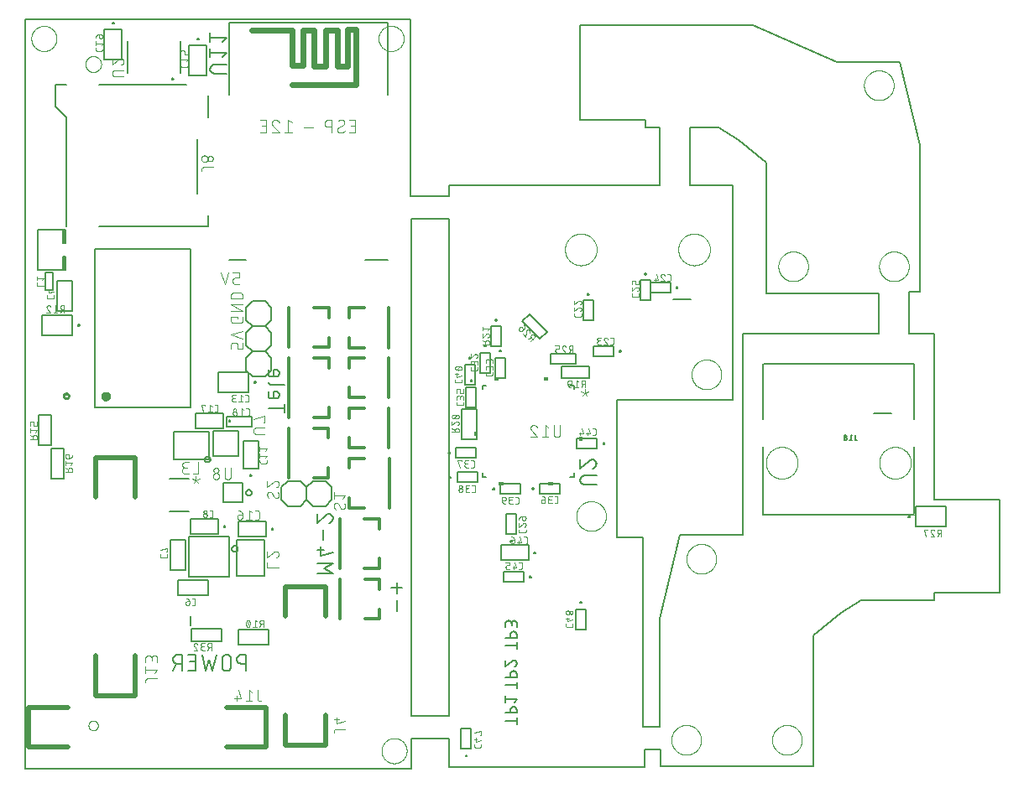
<source format=gbo>
G75*
%MOIN*%
%OFA0B0*%
%FSLAX25Y25*%
%IPPOS*%
%LPD*%
%AMOC8*
5,1,8,0,0,1.08239X$1,22.5*
%
%ADD10C,0.00000*%
%ADD11C,0.00600*%
%ADD12C,0.00400*%
%ADD13C,0.00500*%
%ADD14C,0.01575*%
%ADD15C,0.01000*%
%ADD16C,0.00200*%
%ADD17C,0.00787*%
%ADD18C,0.00300*%
%ADD19C,0.02400*%
%ADD20C,0.01969*%
%ADD21C,0.01181*%
%ADD22C,0.00100*%
%ADD23C,0.00800*%
D10*
X0063542Y0056068D02*
X0063544Y0056155D01*
X0063550Y0056242D01*
X0063560Y0056329D01*
X0063574Y0056415D01*
X0063592Y0056500D01*
X0063613Y0056584D01*
X0063639Y0056668D01*
X0063668Y0056750D01*
X0063702Y0056830D01*
X0063738Y0056909D01*
X0063779Y0056986D01*
X0063823Y0057062D01*
X0063870Y0057135D01*
X0063920Y0057206D01*
X0063974Y0057274D01*
X0064031Y0057340D01*
X0064091Y0057404D01*
X0064153Y0057464D01*
X0064219Y0057522D01*
X0064287Y0057576D01*
X0064357Y0057628D01*
X0064430Y0057676D01*
X0064505Y0057721D01*
X0064581Y0057762D01*
X0064660Y0057800D01*
X0064740Y0057834D01*
X0064822Y0057864D01*
X0064905Y0057890D01*
X0064989Y0057913D01*
X0065074Y0057932D01*
X0065160Y0057947D01*
X0065246Y0057958D01*
X0065333Y0057965D01*
X0065420Y0057968D01*
X0065507Y0057967D01*
X0065594Y0057962D01*
X0065681Y0057953D01*
X0065767Y0057940D01*
X0065853Y0057923D01*
X0065937Y0057902D01*
X0066021Y0057878D01*
X0066103Y0057849D01*
X0066184Y0057817D01*
X0066264Y0057781D01*
X0066341Y0057742D01*
X0066417Y0057699D01*
X0066491Y0057652D01*
X0066562Y0057603D01*
X0066631Y0057550D01*
X0066698Y0057493D01*
X0066762Y0057434D01*
X0066823Y0057372D01*
X0066882Y0057308D01*
X0066937Y0057240D01*
X0066989Y0057171D01*
X0067038Y0057099D01*
X0067084Y0057024D01*
X0067126Y0056948D01*
X0067164Y0056870D01*
X0067199Y0056790D01*
X0067231Y0056709D01*
X0067258Y0056626D01*
X0067282Y0056542D01*
X0067302Y0056457D01*
X0067318Y0056372D01*
X0067330Y0056285D01*
X0067338Y0056199D01*
X0067342Y0056112D01*
X0067342Y0056024D01*
X0067338Y0055937D01*
X0067330Y0055851D01*
X0067318Y0055764D01*
X0067302Y0055679D01*
X0067282Y0055594D01*
X0067258Y0055510D01*
X0067231Y0055427D01*
X0067199Y0055346D01*
X0067164Y0055266D01*
X0067126Y0055188D01*
X0067084Y0055112D01*
X0067038Y0055037D01*
X0066989Y0054965D01*
X0066937Y0054896D01*
X0066882Y0054828D01*
X0066823Y0054764D01*
X0066762Y0054702D01*
X0066698Y0054643D01*
X0066631Y0054586D01*
X0066562Y0054533D01*
X0066491Y0054484D01*
X0066417Y0054437D01*
X0066341Y0054394D01*
X0066264Y0054355D01*
X0066184Y0054319D01*
X0066103Y0054287D01*
X0066021Y0054258D01*
X0065937Y0054234D01*
X0065853Y0054213D01*
X0065767Y0054196D01*
X0065681Y0054183D01*
X0065594Y0054174D01*
X0065507Y0054169D01*
X0065420Y0054168D01*
X0065333Y0054171D01*
X0065246Y0054178D01*
X0065160Y0054189D01*
X0065074Y0054204D01*
X0064989Y0054223D01*
X0064905Y0054246D01*
X0064822Y0054272D01*
X0064740Y0054302D01*
X0064660Y0054336D01*
X0064581Y0054374D01*
X0064505Y0054415D01*
X0064430Y0054460D01*
X0064357Y0054508D01*
X0064287Y0054560D01*
X0064219Y0054614D01*
X0064153Y0054672D01*
X0064091Y0054732D01*
X0064031Y0054796D01*
X0063974Y0054862D01*
X0063920Y0054930D01*
X0063870Y0055001D01*
X0063823Y0055074D01*
X0063779Y0055150D01*
X0063738Y0055227D01*
X0063702Y0055306D01*
X0063668Y0055386D01*
X0063639Y0055468D01*
X0063613Y0055552D01*
X0063592Y0055636D01*
X0063574Y0055721D01*
X0063560Y0055807D01*
X0063550Y0055894D01*
X0063544Y0055981D01*
X0063542Y0056068D01*
X0179942Y0046033D02*
X0179944Y0046174D01*
X0179950Y0046315D01*
X0179960Y0046455D01*
X0179974Y0046595D01*
X0179992Y0046735D01*
X0180013Y0046874D01*
X0180039Y0047013D01*
X0180068Y0047151D01*
X0180102Y0047287D01*
X0180139Y0047423D01*
X0180180Y0047558D01*
X0180225Y0047692D01*
X0180274Y0047824D01*
X0180326Y0047955D01*
X0180382Y0048084D01*
X0180442Y0048211D01*
X0180505Y0048337D01*
X0180571Y0048461D01*
X0180642Y0048584D01*
X0180715Y0048704D01*
X0180792Y0048822D01*
X0180872Y0048938D01*
X0180956Y0049051D01*
X0181042Y0049162D01*
X0181132Y0049271D01*
X0181225Y0049377D01*
X0181320Y0049480D01*
X0181419Y0049581D01*
X0181520Y0049679D01*
X0181624Y0049774D01*
X0181731Y0049866D01*
X0181840Y0049955D01*
X0181952Y0050040D01*
X0182066Y0050123D01*
X0182182Y0050203D01*
X0182301Y0050279D01*
X0182422Y0050351D01*
X0182544Y0050421D01*
X0182669Y0050486D01*
X0182795Y0050549D01*
X0182923Y0050607D01*
X0183053Y0050662D01*
X0183184Y0050714D01*
X0183317Y0050761D01*
X0183451Y0050805D01*
X0183586Y0050846D01*
X0183722Y0050882D01*
X0183859Y0050914D01*
X0183997Y0050943D01*
X0184135Y0050968D01*
X0184275Y0050988D01*
X0184415Y0051005D01*
X0184555Y0051018D01*
X0184696Y0051027D01*
X0184836Y0051032D01*
X0184977Y0051033D01*
X0185118Y0051030D01*
X0185259Y0051023D01*
X0185399Y0051012D01*
X0185539Y0050997D01*
X0185679Y0050978D01*
X0185818Y0050956D01*
X0185956Y0050929D01*
X0186094Y0050899D01*
X0186230Y0050864D01*
X0186366Y0050826D01*
X0186500Y0050784D01*
X0186634Y0050738D01*
X0186766Y0050689D01*
X0186896Y0050635D01*
X0187025Y0050578D01*
X0187152Y0050518D01*
X0187278Y0050454D01*
X0187401Y0050386D01*
X0187523Y0050315D01*
X0187643Y0050241D01*
X0187760Y0050163D01*
X0187875Y0050082D01*
X0187988Y0049998D01*
X0188099Y0049911D01*
X0188207Y0049820D01*
X0188312Y0049727D01*
X0188415Y0049630D01*
X0188515Y0049531D01*
X0188612Y0049429D01*
X0188706Y0049324D01*
X0188797Y0049217D01*
X0188885Y0049107D01*
X0188970Y0048995D01*
X0189052Y0048880D01*
X0189131Y0048763D01*
X0189206Y0048644D01*
X0189278Y0048523D01*
X0189346Y0048400D01*
X0189411Y0048275D01*
X0189473Y0048148D01*
X0189530Y0048019D01*
X0189585Y0047889D01*
X0189635Y0047758D01*
X0189682Y0047625D01*
X0189725Y0047491D01*
X0189764Y0047355D01*
X0189799Y0047219D01*
X0189831Y0047082D01*
X0189858Y0046944D01*
X0189882Y0046805D01*
X0189902Y0046665D01*
X0189918Y0046525D01*
X0189930Y0046385D01*
X0189938Y0046244D01*
X0189942Y0046103D01*
X0189942Y0045963D01*
X0189938Y0045822D01*
X0189930Y0045681D01*
X0189918Y0045541D01*
X0189902Y0045401D01*
X0189882Y0045261D01*
X0189858Y0045122D01*
X0189831Y0044984D01*
X0189799Y0044847D01*
X0189764Y0044711D01*
X0189725Y0044575D01*
X0189682Y0044441D01*
X0189635Y0044308D01*
X0189585Y0044177D01*
X0189530Y0044047D01*
X0189473Y0043918D01*
X0189411Y0043791D01*
X0189346Y0043666D01*
X0189278Y0043543D01*
X0189206Y0043422D01*
X0189131Y0043303D01*
X0189052Y0043186D01*
X0188970Y0043071D01*
X0188885Y0042959D01*
X0188797Y0042849D01*
X0188706Y0042742D01*
X0188612Y0042637D01*
X0188515Y0042535D01*
X0188415Y0042436D01*
X0188312Y0042339D01*
X0188207Y0042246D01*
X0188099Y0042155D01*
X0187988Y0042068D01*
X0187875Y0041984D01*
X0187760Y0041903D01*
X0187643Y0041825D01*
X0187523Y0041751D01*
X0187401Y0041680D01*
X0187278Y0041612D01*
X0187152Y0041548D01*
X0187025Y0041488D01*
X0186896Y0041431D01*
X0186766Y0041377D01*
X0186634Y0041328D01*
X0186500Y0041282D01*
X0186366Y0041240D01*
X0186230Y0041202D01*
X0186094Y0041167D01*
X0185956Y0041137D01*
X0185818Y0041110D01*
X0185679Y0041088D01*
X0185539Y0041069D01*
X0185399Y0041054D01*
X0185259Y0041043D01*
X0185118Y0041036D01*
X0184977Y0041033D01*
X0184836Y0041034D01*
X0184696Y0041039D01*
X0184555Y0041048D01*
X0184415Y0041061D01*
X0184275Y0041078D01*
X0184135Y0041098D01*
X0183997Y0041123D01*
X0183859Y0041152D01*
X0183722Y0041184D01*
X0183586Y0041220D01*
X0183451Y0041261D01*
X0183317Y0041305D01*
X0183184Y0041352D01*
X0183053Y0041404D01*
X0182923Y0041459D01*
X0182795Y0041517D01*
X0182669Y0041580D01*
X0182544Y0041645D01*
X0182422Y0041715D01*
X0182301Y0041787D01*
X0182182Y0041863D01*
X0182066Y0041943D01*
X0181952Y0042026D01*
X0181840Y0042111D01*
X0181731Y0042200D01*
X0181624Y0042292D01*
X0181520Y0042387D01*
X0181419Y0042485D01*
X0181320Y0042586D01*
X0181225Y0042689D01*
X0181132Y0042795D01*
X0181042Y0042904D01*
X0180956Y0043015D01*
X0180872Y0043128D01*
X0180792Y0043244D01*
X0180715Y0043362D01*
X0180642Y0043482D01*
X0180571Y0043605D01*
X0180505Y0043729D01*
X0180442Y0043855D01*
X0180382Y0043982D01*
X0180326Y0044111D01*
X0180274Y0044242D01*
X0180225Y0044374D01*
X0180180Y0044508D01*
X0180139Y0044643D01*
X0180102Y0044779D01*
X0180068Y0044915D01*
X0180039Y0045053D01*
X0180013Y0045192D01*
X0179992Y0045331D01*
X0179974Y0045471D01*
X0179960Y0045611D01*
X0179950Y0045751D01*
X0179944Y0045892D01*
X0179942Y0046033D01*
X0257263Y0139317D02*
X0257265Y0139470D01*
X0257271Y0139624D01*
X0257281Y0139777D01*
X0257295Y0139929D01*
X0257313Y0140082D01*
X0257335Y0140233D01*
X0257360Y0140384D01*
X0257390Y0140535D01*
X0257424Y0140685D01*
X0257461Y0140833D01*
X0257502Y0140981D01*
X0257547Y0141127D01*
X0257596Y0141273D01*
X0257649Y0141417D01*
X0257705Y0141559D01*
X0257765Y0141700D01*
X0257829Y0141840D01*
X0257896Y0141978D01*
X0257967Y0142114D01*
X0258042Y0142248D01*
X0258119Y0142380D01*
X0258201Y0142510D01*
X0258285Y0142638D01*
X0258373Y0142764D01*
X0258464Y0142887D01*
X0258558Y0143008D01*
X0258656Y0143126D01*
X0258756Y0143242D01*
X0258860Y0143355D01*
X0258966Y0143466D01*
X0259075Y0143574D01*
X0259187Y0143679D01*
X0259301Y0143780D01*
X0259419Y0143879D01*
X0259538Y0143975D01*
X0259660Y0144068D01*
X0259785Y0144157D01*
X0259912Y0144244D01*
X0260041Y0144326D01*
X0260172Y0144406D01*
X0260305Y0144482D01*
X0260440Y0144555D01*
X0260577Y0144624D01*
X0260716Y0144689D01*
X0260856Y0144751D01*
X0260998Y0144809D01*
X0261141Y0144864D01*
X0261286Y0144915D01*
X0261432Y0144962D01*
X0261579Y0145005D01*
X0261727Y0145044D01*
X0261876Y0145080D01*
X0262026Y0145111D01*
X0262177Y0145139D01*
X0262328Y0145163D01*
X0262481Y0145183D01*
X0262633Y0145199D01*
X0262786Y0145211D01*
X0262939Y0145219D01*
X0263092Y0145223D01*
X0263246Y0145223D01*
X0263399Y0145219D01*
X0263552Y0145211D01*
X0263705Y0145199D01*
X0263857Y0145183D01*
X0264010Y0145163D01*
X0264161Y0145139D01*
X0264312Y0145111D01*
X0264462Y0145080D01*
X0264611Y0145044D01*
X0264759Y0145005D01*
X0264906Y0144962D01*
X0265052Y0144915D01*
X0265197Y0144864D01*
X0265340Y0144809D01*
X0265482Y0144751D01*
X0265622Y0144689D01*
X0265761Y0144624D01*
X0265898Y0144555D01*
X0266033Y0144482D01*
X0266166Y0144406D01*
X0266297Y0144326D01*
X0266426Y0144244D01*
X0266553Y0144157D01*
X0266678Y0144068D01*
X0266800Y0143975D01*
X0266919Y0143879D01*
X0267037Y0143780D01*
X0267151Y0143679D01*
X0267263Y0143574D01*
X0267372Y0143466D01*
X0267478Y0143355D01*
X0267582Y0143242D01*
X0267682Y0143126D01*
X0267780Y0143008D01*
X0267874Y0142887D01*
X0267965Y0142764D01*
X0268053Y0142638D01*
X0268137Y0142510D01*
X0268219Y0142380D01*
X0268296Y0142248D01*
X0268371Y0142114D01*
X0268442Y0141978D01*
X0268509Y0141840D01*
X0268573Y0141700D01*
X0268633Y0141559D01*
X0268689Y0141417D01*
X0268742Y0141273D01*
X0268791Y0141127D01*
X0268836Y0140981D01*
X0268877Y0140833D01*
X0268914Y0140685D01*
X0268948Y0140535D01*
X0268978Y0140384D01*
X0269003Y0140233D01*
X0269025Y0140082D01*
X0269043Y0139929D01*
X0269057Y0139777D01*
X0269067Y0139624D01*
X0269073Y0139470D01*
X0269075Y0139317D01*
X0269073Y0139164D01*
X0269067Y0139010D01*
X0269057Y0138857D01*
X0269043Y0138705D01*
X0269025Y0138552D01*
X0269003Y0138401D01*
X0268978Y0138250D01*
X0268948Y0138099D01*
X0268914Y0137949D01*
X0268877Y0137801D01*
X0268836Y0137653D01*
X0268791Y0137507D01*
X0268742Y0137361D01*
X0268689Y0137217D01*
X0268633Y0137075D01*
X0268573Y0136934D01*
X0268509Y0136794D01*
X0268442Y0136656D01*
X0268371Y0136520D01*
X0268296Y0136386D01*
X0268219Y0136254D01*
X0268137Y0136124D01*
X0268053Y0135996D01*
X0267965Y0135870D01*
X0267874Y0135747D01*
X0267780Y0135626D01*
X0267682Y0135508D01*
X0267582Y0135392D01*
X0267478Y0135279D01*
X0267372Y0135168D01*
X0267263Y0135060D01*
X0267151Y0134955D01*
X0267037Y0134854D01*
X0266919Y0134755D01*
X0266800Y0134659D01*
X0266678Y0134566D01*
X0266553Y0134477D01*
X0266426Y0134390D01*
X0266297Y0134308D01*
X0266166Y0134228D01*
X0266033Y0134152D01*
X0265898Y0134079D01*
X0265761Y0134010D01*
X0265622Y0133945D01*
X0265482Y0133883D01*
X0265340Y0133825D01*
X0265197Y0133770D01*
X0265052Y0133719D01*
X0264906Y0133672D01*
X0264759Y0133629D01*
X0264611Y0133590D01*
X0264462Y0133554D01*
X0264312Y0133523D01*
X0264161Y0133495D01*
X0264010Y0133471D01*
X0263857Y0133451D01*
X0263705Y0133435D01*
X0263552Y0133423D01*
X0263399Y0133415D01*
X0263246Y0133411D01*
X0263092Y0133411D01*
X0262939Y0133415D01*
X0262786Y0133423D01*
X0262633Y0133435D01*
X0262481Y0133451D01*
X0262328Y0133471D01*
X0262177Y0133495D01*
X0262026Y0133523D01*
X0261876Y0133554D01*
X0261727Y0133590D01*
X0261579Y0133629D01*
X0261432Y0133672D01*
X0261286Y0133719D01*
X0261141Y0133770D01*
X0260998Y0133825D01*
X0260856Y0133883D01*
X0260716Y0133945D01*
X0260577Y0134010D01*
X0260440Y0134079D01*
X0260305Y0134152D01*
X0260172Y0134228D01*
X0260041Y0134308D01*
X0259912Y0134390D01*
X0259785Y0134477D01*
X0259660Y0134566D01*
X0259538Y0134659D01*
X0259419Y0134755D01*
X0259301Y0134854D01*
X0259187Y0134955D01*
X0259075Y0135060D01*
X0258966Y0135168D01*
X0258860Y0135279D01*
X0258756Y0135392D01*
X0258656Y0135508D01*
X0258558Y0135626D01*
X0258464Y0135747D01*
X0258373Y0135870D01*
X0258285Y0135996D01*
X0258201Y0136124D01*
X0258119Y0136254D01*
X0258042Y0136386D01*
X0257967Y0136520D01*
X0257896Y0136656D01*
X0257829Y0136794D01*
X0257765Y0136934D01*
X0257705Y0137075D01*
X0257649Y0137217D01*
X0257596Y0137361D01*
X0257547Y0137507D01*
X0257502Y0137653D01*
X0257461Y0137801D01*
X0257424Y0137949D01*
X0257390Y0138099D01*
X0257360Y0138250D01*
X0257335Y0138401D01*
X0257313Y0138552D01*
X0257295Y0138705D01*
X0257281Y0138857D01*
X0257271Y0139010D01*
X0257265Y0139164D01*
X0257263Y0139317D01*
X0301036Y0122333D02*
X0301038Y0122486D01*
X0301044Y0122640D01*
X0301054Y0122793D01*
X0301068Y0122945D01*
X0301086Y0123098D01*
X0301108Y0123249D01*
X0301133Y0123400D01*
X0301163Y0123551D01*
X0301197Y0123701D01*
X0301234Y0123849D01*
X0301275Y0123997D01*
X0301320Y0124143D01*
X0301369Y0124289D01*
X0301422Y0124433D01*
X0301478Y0124575D01*
X0301538Y0124716D01*
X0301602Y0124856D01*
X0301669Y0124994D01*
X0301740Y0125130D01*
X0301815Y0125264D01*
X0301892Y0125396D01*
X0301974Y0125526D01*
X0302058Y0125654D01*
X0302146Y0125780D01*
X0302237Y0125903D01*
X0302331Y0126024D01*
X0302429Y0126142D01*
X0302529Y0126258D01*
X0302633Y0126371D01*
X0302739Y0126482D01*
X0302848Y0126590D01*
X0302960Y0126695D01*
X0303074Y0126796D01*
X0303192Y0126895D01*
X0303311Y0126991D01*
X0303433Y0127084D01*
X0303558Y0127173D01*
X0303685Y0127260D01*
X0303814Y0127342D01*
X0303945Y0127422D01*
X0304078Y0127498D01*
X0304213Y0127571D01*
X0304350Y0127640D01*
X0304489Y0127705D01*
X0304629Y0127767D01*
X0304771Y0127825D01*
X0304914Y0127880D01*
X0305059Y0127931D01*
X0305205Y0127978D01*
X0305352Y0128021D01*
X0305500Y0128060D01*
X0305649Y0128096D01*
X0305799Y0128127D01*
X0305950Y0128155D01*
X0306101Y0128179D01*
X0306254Y0128199D01*
X0306406Y0128215D01*
X0306559Y0128227D01*
X0306712Y0128235D01*
X0306865Y0128239D01*
X0307019Y0128239D01*
X0307172Y0128235D01*
X0307325Y0128227D01*
X0307478Y0128215D01*
X0307630Y0128199D01*
X0307783Y0128179D01*
X0307934Y0128155D01*
X0308085Y0128127D01*
X0308235Y0128096D01*
X0308384Y0128060D01*
X0308532Y0128021D01*
X0308679Y0127978D01*
X0308825Y0127931D01*
X0308970Y0127880D01*
X0309113Y0127825D01*
X0309255Y0127767D01*
X0309395Y0127705D01*
X0309534Y0127640D01*
X0309671Y0127571D01*
X0309806Y0127498D01*
X0309939Y0127422D01*
X0310070Y0127342D01*
X0310199Y0127260D01*
X0310326Y0127173D01*
X0310451Y0127084D01*
X0310573Y0126991D01*
X0310692Y0126895D01*
X0310810Y0126796D01*
X0310924Y0126695D01*
X0311036Y0126590D01*
X0311145Y0126482D01*
X0311251Y0126371D01*
X0311355Y0126258D01*
X0311455Y0126142D01*
X0311553Y0126024D01*
X0311647Y0125903D01*
X0311738Y0125780D01*
X0311826Y0125654D01*
X0311910Y0125526D01*
X0311992Y0125396D01*
X0312069Y0125264D01*
X0312144Y0125130D01*
X0312215Y0124994D01*
X0312282Y0124856D01*
X0312346Y0124716D01*
X0312406Y0124575D01*
X0312462Y0124433D01*
X0312515Y0124289D01*
X0312564Y0124143D01*
X0312609Y0123997D01*
X0312650Y0123849D01*
X0312687Y0123701D01*
X0312721Y0123551D01*
X0312751Y0123400D01*
X0312776Y0123249D01*
X0312798Y0123098D01*
X0312816Y0122945D01*
X0312830Y0122793D01*
X0312840Y0122640D01*
X0312846Y0122486D01*
X0312848Y0122333D01*
X0312846Y0122180D01*
X0312840Y0122026D01*
X0312830Y0121873D01*
X0312816Y0121721D01*
X0312798Y0121568D01*
X0312776Y0121417D01*
X0312751Y0121266D01*
X0312721Y0121115D01*
X0312687Y0120965D01*
X0312650Y0120817D01*
X0312609Y0120669D01*
X0312564Y0120523D01*
X0312515Y0120377D01*
X0312462Y0120233D01*
X0312406Y0120091D01*
X0312346Y0119950D01*
X0312282Y0119810D01*
X0312215Y0119672D01*
X0312144Y0119536D01*
X0312069Y0119402D01*
X0311992Y0119270D01*
X0311910Y0119140D01*
X0311826Y0119012D01*
X0311738Y0118886D01*
X0311647Y0118763D01*
X0311553Y0118642D01*
X0311455Y0118524D01*
X0311355Y0118408D01*
X0311251Y0118295D01*
X0311145Y0118184D01*
X0311036Y0118076D01*
X0310924Y0117971D01*
X0310810Y0117870D01*
X0310692Y0117771D01*
X0310573Y0117675D01*
X0310451Y0117582D01*
X0310326Y0117493D01*
X0310199Y0117406D01*
X0310070Y0117324D01*
X0309939Y0117244D01*
X0309806Y0117168D01*
X0309671Y0117095D01*
X0309534Y0117026D01*
X0309395Y0116961D01*
X0309255Y0116899D01*
X0309113Y0116841D01*
X0308970Y0116786D01*
X0308825Y0116735D01*
X0308679Y0116688D01*
X0308532Y0116645D01*
X0308384Y0116606D01*
X0308235Y0116570D01*
X0308085Y0116539D01*
X0307934Y0116511D01*
X0307783Y0116487D01*
X0307630Y0116467D01*
X0307478Y0116451D01*
X0307325Y0116439D01*
X0307172Y0116431D01*
X0307019Y0116427D01*
X0306865Y0116427D01*
X0306712Y0116431D01*
X0306559Y0116439D01*
X0306406Y0116451D01*
X0306254Y0116467D01*
X0306101Y0116487D01*
X0305950Y0116511D01*
X0305799Y0116539D01*
X0305649Y0116570D01*
X0305500Y0116606D01*
X0305352Y0116645D01*
X0305205Y0116688D01*
X0305059Y0116735D01*
X0304914Y0116786D01*
X0304771Y0116841D01*
X0304629Y0116899D01*
X0304489Y0116961D01*
X0304350Y0117026D01*
X0304213Y0117095D01*
X0304078Y0117168D01*
X0303945Y0117244D01*
X0303814Y0117324D01*
X0303685Y0117406D01*
X0303558Y0117493D01*
X0303433Y0117582D01*
X0303311Y0117675D01*
X0303192Y0117771D01*
X0303074Y0117870D01*
X0302960Y0117971D01*
X0302848Y0118076D01*
X0302739Y0118184D01*
X0302633Y0118295D01*
X0302529Y0118408D01*
X0302429Y0118524D01*
X0302331Y0118642D01*
X0302237Y0118763D01*
X0302146Y0118886D01*
X0302058Y0119012D01*
X0301974Y0119140D01*
X0301892Y0119270D01*
X0301815Y0119402D01*
X0301740Y0119536D01*
X0301669Y0119672D01*
X0301602Y0119810D01*
X0301538Y0119950D01*
X0301478Y0120091D01*
X0301422Y0120233D01*
X0301369Y0120377D01*
X0301320Y0120523D01*
X0301275Y0120669D01*
X0301234Y0120817D01*
X0301197Y0120965D01*
X0301163Y0121115D01*
X0301133Y0121266D01*
X0301108Y0121417D01*
X0301086Y0121568D01*
X0301068Y0121721D01*
X0301054Y0121873D01*
X0301044Y0122026D01*
X0301038Y0122180D01*
X0301036Y0122333D01*
X0332581Y0160523D02*
X0332583Y0160681D01*
X0332589Y0160839D01*
X0332599Y0160997D01*
X0332613Y0161155D01*
X0332631Y0161312D01*
X0332652Y0161469D01*
X0332678Y0161625D01*
X0332708Y0161781D01*
X0332741Y0161936D01*
X0332779Y0162089D01*
X0332820Y0162242D01*
X0332865Y0162394D01*
X0332914Y0162545D01*
X0332967Y0162694D01*
X0333023Y0162842D01*
X0333083Y0162988D01*
X0333147Y0163133D01*
X0333215Y0163276D01*
X0333286Y0163418D01*
X0333360Y0163558D01*
X0333438Y0163695D01*
X0333520Y0163831D01*
X0333604Y0163965D01*
X0333693Y0164096D01*
X0333784Y0164225D01*
X0333879Y0164352D01*
X0333976Y0164477D01*
X0334077Y0164599D01*
X0334181Y0164718D01*
X0334288Y0164835D01*
X0334398Y0164949D01*
X0334511Y0165060D01*
X0334626Y0165169D01*
X0334744Y0165274D01*
X0334865Y0165376D01*
X0334988Y0165476D01*
X0335114Y0165572D01*
X0335242Y0165665D01*
X0335372Y0165755D01*
X0335505Y0165841D01*
X0335640Y0165925D01*
X0335776Y0166004D01*
X0335915Y0166081D01*
X0336056Y0166153D01*
X0336198Y0166223D01*
X0336342Y0166288D01*
X0336488Y0166350D01*
X0336635Y0166408D01*
X0336784Y0166463D01*
X0336934Y0166514D01*
X0337085Y0166561D01*
X0337237Y0166604D01*
X0337390Y0166643D01*
X0337545Y0166679D01*
X0337700Y0166710D01*
X0337856Y0166738D01*
X0338012Y0166762D01*
X0338169Y0166782D01*
X0338327Y0166798D01*
X0338484Y0166810D01*
X0338643Y0166818D01*
X0338801Y0166822D01*
X0338959Y0166822D01*
X0339117Y0166818D01*
X0339276Y0166810D01*
X0339433Y0166798D01*
X0339591Y0166782D01*
X0339748Y0166762D01*
X0339904Y0166738D01*
X0340060Y0166710D01*
X0340215Y0166679D01*
X0340370Y0166643D01*
X0340523Y0166604D01*
X0340675Y0166561D01*
X0340826Y0166514D01*
X0340976Y0166463D01*
X0341125Y0166408D01*
X0341272Y0166350D01*
X0341418Y0166288D01*
X0341562Y0166223D01*
X0341704Y0166153D01*
X0341845Y0166081D01*
X0341984Y0166004D01*
X0342120Y0165925D01*
X0342255Y0165841D01*
X0342388Y0165755D01*
X0342518Y0165665D01*
X0342646Y0165572D01*
X0342772Y0165476D01*
X0342895Y0165376D01*
X0343016Y0165274D01*
X0343134Y0165169D01*
X0343249Y0165060D01*
X0343362Y0164949D01*
X0343472Y0164835D01*
X0343579Y0164718D01*
X0343683Y0164599D01*
X0343784Y0164477D01*
X0343881Y0164352D01*
X0343976Y0164225D01*
X0344067Y0164096D01*
X0344156Y0163965D01*
X0344240Y0163831D01*
X0344322Y0163695D01*
X0344400Y0163558D01*
X0344474Y0163418D01*
X0344545Y0163276D01*
X0344613Y0163133D01*
X0344677Y0162988D01*
X0344737Y0162842D01*
X0344793Y0162694D01*
X0344846Y0162545D01*
X0344895Y0162394D01*
X0344940Y0162242D01*
X0344981Y0162089D01*
X0345019Y0161936D01*
X0345052Y0161781D01*
X0345082Y0161625D01*
X0345108Y0161469D01*
X0345129Y0161312D01*
X0345147Y0161155D01*
X0345161Y0160997D01*
X0345171Y0160839D01*
X0345177Y0160681D01*
X0345179Y0160523D01*
X0345177Y0160365D01*
X0345171Y0160207D01*
X0345161Y0160049D01*
X0345147Y0159891D01*
X0345129Y0159734D01*
X0345108Y0159577D01*
X0345082Y0159421D01*
X0345052Y0159265D01*
X0345019Y0159110D01*
X0344981Y0158957D01*
X0344940Y0158804D01*
X0344895Y0158652D01*
X0344846Y0158501D01*
X0344793Y0158352D01*
X0344737Y0158204D01*
X0344677Y0158058D01*
X0344613Y0157913D01*
X0344545Y0157770D01*
X0344474Y0157628D01*
X0344400Y0157488D01*
X0344322Y0157351D01*
X0344240Y0157215D01*
X0344156Y0157081D01*
X0344067Y0156950D01*
X0343976Y0156821D01*
X0343881Y0156694D01*
X0343784Y0156569D01*
X0343683Y0156447D01*
X0343579Y0156328D01*
X0343472Y0156211D01*
X0343362Y0156097D01*
X0343249Y0155986D01*
X0343134Y0155877D01*
X0343016Y0155772D01*
X0342895Y0155670D01*
X0342772Y0155570D01*
X0342646Y0155474D01*
X0342518Y0155381D01*
X0342388Y0155291D01*
X0342255Y0155205D01*
X0342120Y0155121D01*
X0341984Y0155042D01*
X0341845Y0154965D01*
X0341704Y0154893D01*
X0341562Y0154823D01*
X0341418Y0154758D01*
X0341272Y0154696D01*
X0341125Y0154638D01*
X0340976Y0154583D01*
X0340826Y0154532D01*
X0340675Y0154485D01*
X0340523Y0154442D01*
X0340370Y0154403D01*
X0340215Y0154367D01*
X0340060Y0154336D01*
X0339904Y0154308D01*
X0339748Y0154284D01*
X0339591Y0154264D01*
X0339433Y0154248D01*
X0339276Y0154236D01*
X0339117Y0154228D01*
X0338959Y0154224D01*
X0338801Y0154224D01*
X0338643Y0154228D01*
X0338484Y0154236D01*
X0338327Y0154248D01*
X0338169Y0154264D01*
X0338012Y0154284D01*
X0337856Y0154308D01*
X0337700Y0154336D01*
X0337545Y0154367D01*
X0337390Y0154403D01*
X0337237Y0154442D01*
X0337085Y0154485D01*
X0336934Y0154532D01*
X0336784Y0154583D01*
X0336635Y0154638D01*
X0336488Y0154696D01*
X0336342Y0154758D01*
X0336198Y0154823D01*
X0336056Y0154893D01*
X0335915Y0154965D01*
X0335776Y0155042D01*
X0335640Y0155121D01*
X0335505Y0155205D01*
X0335372Y0155291D01*
X0335242Y0155381D01*
X0335114Y0155474D01*
X0334988Y0155570D01*
X0334865Y0155670D01*
X0334744Y0155772D01*
X0334626Y0155877D01*
X0334511Y0155986D01*
X0334398Y0156097D01*
X0334288Y0156211D01*
X0334181Y0156328D01*
X0334077Y0156447D01*
X0333976Y0156569D01*
X0333879Y0156694D01*
X0333784Y0156821D01*
X0333693Y0156950D01*
X0333604Y0157081D01*
X0333520Y0157215D01*
X0333438Y0157351D01*
X0333360Y0157488D01*
X0333286Y0157628D01*
X0333215Y0157770D01*
X0333147Y0157913D01*
X0333083Y0158058D01*
X0333023Y0158204D01*
X0332967Y0158352D01*
X0332914Y0158501D01*
X0332865Y0158652D01*
X0332820Y0158804D01*
X0332779Y0158957D01*
X0332741Y0159110D01*
X0332708Y0159265D01*
X0332678Y0159421D01*
X0332652Y0159577D01*
X0332631Y0159734D01*
X0332613Y0159891D01*
X0332599Y0160049D01*
X0332589Y0160207D01*
X0332583Y0160365D01*
X0332581Y0160523D01*
X0303063Y0195635D02*
X0303065Y0195788D01*
X0303071Y0195942D01*
X0303081Y0196095D01*
X0303095Y0196247D01*
X0303113Y0196400D01*
X0303135Y0196551D01*
X0303160Y0196702D01*
X0303190Y0196853D01*
X0303224Y0197003D01*
X0303261Y0197151D01*
X0303302Y0197299D01*
X0303347Y0197445D01*
X0303396Y0197591D01*
X0303449Y0197735D01*
X0303505Y0197877D01*
X0303565Y0198018D01*
X0303629Y0198158D01*
X0303696Y0198296D01*
X0303767Y0198432D01*
X0303842Y0198566D01*
X0303919Y0198698D01*
X0304001Y0198828D01*
X0304085Y0198956D01*
X0304173Y0199082D01*
X0304264Y0199205D01*
X0304358Y0199326D01*
X0304456Y0199444D01*
X0304556Y0199560D01*
X0304660Y0199673D01*
X0304766Y0199784D01*
X0304875Y0199892D01*
X0304987Y0199997D01*
X0305101Y0200098D01*
X0305219Y0200197D01*
X0305338Y0200293D01*
X0305460Y0200386D01*
X0305585Y0200475D01*
X0305712Y0200562D01*
X0305841Y0200644D01*
X0305972Y0200724D01*
X0306105Y0200800D01*
X0306240Y0200873D01*
X0306377Y0200942D01*
X0306516Y0201007D01*
X0306656Y0201069D01*
X0306798Y0201127D01*
X0306941Y0201182D01*
X0307086Y0201233D01*
X0307232Y0201280D01*
X0307379Y0201323D01*
X0307527Y0201362D01*
X0307676Y0201398D01*
X0307826Y0201429D01*
X0307977Y0201457D01*
X0308128Y0201481D01*
X0308281Y0201501D01*
X0308433Y0201517D01*
X0308586Y0201529D01*
X0308739Y0201537D01*
X0308892Y0201541D01*
X0309046Y0201541D01*
X0309199Y0201537D01*
X0309352Y0201529D01*
X0309505Y0201517D01*
X0309657Y0201501D01*
X0309810Y0201481D01*
X0309961Y0201457D01*
X0310112Y0201429D01*
X0310262Y0201398D01*
X0310411Y0201362D01*
X0310559Y0201323D01*
X0310706Y0201280D01*
X0310852Y0201233D01*
X0310997Y0201182D01*
X0311140Y0201127D01*
X0311282Y0201069D01*
X0311422Y0201007D01*
X0311561Y0200942D01*
X0311698Y0200873D01*
X0311833Y0200800D01*
X0311966Y0200724D01*
X0312097Y0200644D01*
X0312226Y0200562D01*
X0312353Y0200475D01*
X0312478Y0200386D01*
X0312600Y0200293D01*
X0312719Y0200197D01*
X0312837Y0200098D01*
X0312951Y0199997D01*
X0313063Y0199892D01*
X0313172Y0199784D01*
X0313278Y0199673D01*
X0313382Y0199560D01*
X0313482Y0199444D01*
X0313580Y0199326D01*
X0313674Y0199205D01*
X0313765Y0199082D01*
X0313853Y0198956D01*
X0313937Y0198828D01*
X0314019Y0198698D01*
X0314096Y0198566D01*
X0314171Y0198432D01*
X0314242Y0198296D01*
X0314309Y0198158D01*
X0314373Y0198018D01*
X0314433Y0197877D01*
X0314489Y0197735D01*
X0314542Y0197591D01*
X0314591Y0197445D01*
X0314636Y0197299D01*
X0314677Y0197151D01*
X0314714Y0197003D01*
X0314748Y0196853D01*
X0314778Y0196702D01*
X0314803Y0196551D01*
X0314825Y0196400D01*
X0314843Y0196247D01*
X0314857Y0196095D01*
X0314867Y0195942D01*
X0314873Y0195788D01*
X0314875Y0195635D01*
X0314873Y0195482D01*
X0314867Y0195328D01*
X0314857Y0195175D01*
X0314843Y0195023D01*
X0314825Y0194870D01*
X0314803Y0194719D01*
X0314778Y0194568D01*
X0314748Y0194417D01*
X0314714Y0194267D01*
X0314677Y0194119D01*
X0314636Y0193971D01*
X0314591Y0193825D01*
X0314542Y0193679D01*
X0314489Y0193535D01*
X0314433Y0193393D01*
X0314373Y0193252D01*
X0314309Y0193112D01*
X0314242Y0192974D01*
X0314171Y0192838D01*
X0314096Y0192704D01*
X0314019Y0192572D01*
X0313937Y0192442D01*
X0313853Y0192314D01*
X0313765Y0192188D01*
X0313674Y0192065D01*
X0313580Y0191944D01*
X0313482Y0191826D01*
X0313382Y0191710D01*
X0313278Y0191597D01*
X0313172Y0191486D01*
X0313063Y0191378D01*
X0312951Y0191273D01*
X0312837Y0191172D01*
X0312719Y0191073D01*
X0312600Y0190977D01*
X0312478Y0190884D01*
X0312353Y0190795D01*
X0312226Y0190708D01*
X0312097Y0190626D01*
X0311966Y0190546D01*
X0311833Y0190470D01*
X0311698Y0190397D01*
X0311561Y0190328D01*
X0311422Y0190263D01*
X0311282Y0190201D01*
X0311140Y0190143D01*
X0310997Y0190088D01*
X0310852Y0190037D01*
X0310706Y0189990D01*
X0310559Y0189947D01*
X0310411Y0189908D01*
X0310262Y0189872D01*
X0310112Y0189841D01*
X0309961Y0189813D01*
X0309810Y0189789D01*
X0309657Y0189769D01*
X0309505Y0189753D01*
X0309352Y0189741D01*
X0309199Y0189733D01*
X0309046Y0189729D01*
X0308892Y0189729D01*
X0308739Y0189733D01*
X0308586Y0189741D01*
X0308433Y0189753D01*
X0308281Y0189769D01*
X0308128Y0189789D01*
X0307977Y0189813D01*
X0307826Y0189841D01*
X0307676Y0189872D01*
X0307527Y0189908D01*
X0307379Y0189947D01*
X0307232Y0189990D01*
X0307086Y0190037D01*
X0306941Y0190088D01*
X0306798Y0190143D01*
X0306656Y0190201D01*
X0306516Y0190263D01*
X0306377Y0190328D01*
X0306240Y0190397D01*
X0306105Y0190470D01*
X0305972Y0190546D01*
X0305841Y0190626D01*
X0305712Y0190708D01*
X0305585Y0190795D01*
X0305460Y0190884D01*
X0305338Y0190977D01*
X0305219Y0191073D01*
X0305101Y0191172D01*
X0304987Y0191273D01*
X0304875Y0191378D01*
X0304766Y0191486D01*
X0304660Y0191597D01*
X0304556Y0191710D01*
X0304456Y0191826D01*
X0304358Y0191944D01*
X0304264Y0192065D01*
X0304173Y0192188D01*
X0304085Y0192314D01*
X0304001Y0192442D01*
X0303919Y0192572D01*
X0303842Y0192704D01*
X0303767Y0192838D01*
X0303696Y0192974D01*
X0303629Y0193112D01*
X0303565Y0193252D01*
X0303505Y0193393D01*
X0303449Y0193535D01*
X0303396Y0193679D01*
X0303347Y0193825D01*
X0303302Y0193971D01*
X0303261Y0194119D01*
X0303224Y0194267D01*
X0303190Y0194417D01*
X0303160Y0194568D01*
X0303135Y0194719D01*
X0303113Y0194870D01*
X0303095Y0195023D01*
X0303081Y0195175D01*
X0303071Y0195328D01*
X0303065Y0195482D01*
X0303063Y0195635D01*
X0337536Y0238633D02*
X0337538Y0238786D01*
X0337544Y0238940D01*
X0337554Y0239093D01*
X0337568Y0239245D01*
X0337586Y0239398D01*
X0337608Y0239549D01*
X0337633Y0239700D01*
X0337663Y0239851D01*
X0337697Y0240001D01*
X0337734Y0240149D01*
X0337775Y0240297D01*
X0337820Y0240443D01*
X0337869Y0240589D01*
X0337922Y0240733D01*
X0337978Y0240875D01*
X0338038Y0241016D01*
X0338102Y0241156D01*
X0338169Y0241294D01*
X0338240Y0241430D01*
X0338315Y0241564D01*
X0338392Y0241696D01*
X0338474Y0241826D01*
X0338558Y0241954D01*
X0338646Y0242080D01*
X0338737Y0242203D01*
X0338831Y0242324D01*
X0338929Y0242442D01*
X0339029Y0242558D01*
X0339133Y0242671D01*
X0339239Y0242782D01*
X0339348Y0242890D01*
X0339460Y0242995D01*
X0339574Y0243096D01*
X0339692Y0243195D01*
X0339811Y0243291D01*
X0339933Y0243384D01*
X0340058Y0243473D01*
X0340185Y0243560D01*
X0340314Y0243642D01*
X0340445Y0243722D01*
X0340578Y0243798D01*
X0340713Y0243871D01*
X0340850Y0243940D01*
X0340989Y0244005D01*
X0341129Y0244067D01*
X0341271Y0244125D01*
X0341414Y0244180D01*
X0341559Y0244231D01*
X0341705Y0244278D01*
X0341852Y0244321D01*
X0342000Y0244360D01*
X0342149Y0244396D01*
X0342299Y0244427D01*
X0342450Y0244455D01*
X0342601Y0244479D01*
X0342754Y0244499D01*
X0342906Y0244515D01*
X0343059Y0244527D01*
X0343212Y0244535D01*
X0343365Y0244539D01*
X0343519Y0244539D01*
X0343672Y0244535D01*
X0343825Y0244527D01*
X0343978Y0244515D01*
X0344130Y0244499D01*
X0344283Y0244479D01*
X0344434Y0244455D01*
X0344585Y0244427D01*
X0344735Y0244396D01*
X0344884Y0244360D01*
X0345032Y0244321D01*
X0345179Y0244278D01*
X0345325Y0244231D01*
X0345470Y0244180D01*
X0345613Y0244125D01*
X0345755Y0244067D01*
X0345895Y0244005D01*
X0346034Y0243940D01*
X0346171Y0243871D01*
X0346306Y0243798D01*
X0346439Y0243722D01*
X0346570Y0243642D01*
X0346699Y0243560D01*
X0346826Y0243473D01*
X0346951Y0243384D01*
X0347073Y0243291D01*
X0347192Y0243195D01*
X0347310Y0243096D01*
X0347424Y0242995D01*
X0347536Y0242890D01*
X0347645Y0242782D01*
X0347751Y0242671D01*
X0347855Y0242558D01*
X0347955Y0242442D01*
X0348053Y0242324D01*
X0348147Y0242203D01*
X0348238Y0242080D01*
X0348326Y0241954D01*
X0348410Y0241826D01*
X0348492Y0241696D01*
X0348569Y0241564D01*
X0348644Y0241430D01*
X0348715Y0241294D01*
X0348782Y0241156D01*
X0348846Y0241016D01*
X0348906Y0240875D01*
X0348962Y0240733D01*
X0349015Y0240589D01*
X0349064Y0240443D01*
X0349109Y0240297D01*
X0349150Y0240149D01*
X0349187Y0240001D01*
X0349221Y0239851D01*
X0349251Y0239700D01*
X0349276Y0239549D01*
X0349298Y0239398D01*
X0349316Y0239245D01*
X0349330Y0239093D01*
X0349340Y0238940D01*
X0349346Y0238786D01*
X0349348Y0238633D01*
X0349346Y0238480D01*
X0349340Y0238326D01*
X0349330Y0238173D01*
X0349316Y0238021D01*
X0349298Y0237868D01*
X0349276Y0237717D01*
X0349251Y0237566D01*
X0349221Y0237415D01*
X0349187Y0237265D01*
X0349150Y0237117D01*
X0349109Y0236969D01*
X0349064Y0236823D01*
X0349015Y0236677D01*
X0348962Y0236533D01*
X0348906Y0236391D01*
X0348846Y0236250D01*
X0348782Y0236110D01*
X0348715Y0235972D01*
X0348644Y0235836D01*
X0348569Y0235702D01*
X0348492Y0235570D01*
X0348410Y0235440D01*
X0348326Y0235312D01*
X0348238Y0235186D01*
X0348147Y0235063D01*
X0348053Y0234942D01*
X0347955Y0234824D01*
X0347855Y0234708D01*
X0347751Y0234595D01*
X0347645Y0234484D01*
X0347536Y0234376D01*
X0347424Y0234271D01*
X0347310Y0234170D01*
X0347192Y0234071D01*
X0347073Y0233975D01*
X0346951Y0233882D01*
X0346826Y0233793D01*
X0346699Y0233706D01*
X0346570Y0233624D01*
X0346439Y0233544D01*
X0346306Y0233468D01*
X0346171Y0233395D01*
X0346034Y0233326D01*
X0345895Y0233261D01*
X0345755Y0233199D01*
X0345613Y0233141D01*
X0345470Y0233086D01*
X0345325Y0233035D01*
X0345179Y0232988D01*
X0345032Y0232945D01*
X0344884Y0232906D01*
X0344735Y0232870D01*
X0344585Y0232839D01*
X0344434Y0232811D01*
X0344283Y0232787D01*
X0344130Y0232767D01*
X0343978Y0232751D01*
X0343825Y0232739D01*
X0343672Y0232731D01*
X0343519Y0232727D01*
X0343365Y0232727D01*
X0343212Y0232731D01*
X0343059Y0232739D01*
X0342906Y0232751D01*
X0342754Y0232767D01*
X0342601Y0232787D01*
X0342450Y0232811D01*
X0342299Y0232839D01*
X0342149Y0232870D01*
X0342000Y0232906D01*
X0341852Y0232945D01*
X0341705Y0232988D01*
X0341559Y0233035D01*
X0341414Y0233086D01*
X0341271Y0233141D01*
X0341129Y0233199D01*
X0340989Y0233261D01*
X0340850Y0233326D01*
X0340713Y0233395D01*
X0340578Y0233468D01*
X0340445Y0233544D01*
X0340314Y0233624D01*
X0340185Y0233706D01*
X0340058Y0233793D01*
X0339933Y0233882D01*
X0339811Y0233975D01*
X0339692Y0234071D01*
X0339574Y0234170D01*
X0339460Y0234271D01*
X0339348Y0234376D01*
X0339239Y0234484D01*
X0339133Y0234595D01*
X0339029Y0234708D01*
X0338929Y0234824D01*
X0338831Y0234942D01*
X0338737Y0235063D01*
X0338646Y0235186D01*
X0338558Y0235312D01*
X0338474Y0235440D01*
X0338392Y0235570D01*
X0338315Y0235702D01*
X0338240Y0235836D01*
X0338169Y0235972D01*
X0338102Y0236110D01*
X0338038Y0236250D01*
X0337978Y0236391D01*
X0337922Y0236533D01*
X0337869Y0236677D01*
X0337820Y0236823D01*
X0337775Y0236969D01*
X0337734Y0237117D01*
X0337697Y0237265D01*
X0337663Y0237415D01*
X0337633Y0237566D01*
X0337608Y0237717D01*
X0337586Y0237868D01*
X0337568Y0238021D01*
X0337554Y0238173D01*
X0337544Y0238326D01*
X0337538Y0238480D01*
X0337536Y0238633D01*
X0297781Y0245343D02*
X0297783Y0245501D01*
X0297789Y0245659D01*
X0297799Y0245817D01*
X0297813Y0245975D01*
X0297831Y0246132D01*
X0297852Y0246289D01*
X0297878Y0246445D01*
X0297908Y0246601D01*
X0297941Y0246756D01*
X0297979Y0246909D01*
X0298020Y0247062D01*
X0298065Y0247214D01*
X0298114Y0247365D01*
X0298167Y0247514D01*
X0298223Y0247662D01*
X0298283Y0247808D01*
X0298347Y0247953D01*
X0298415Y0248096D01*
X0298486Y0248238D01*
X0298560Y0248378D01*
X0298638Y0248515D01*
X0298720Y0248651D01*
X0298804Y0248785D01*
X0298893Y0248916D01*
X0298984Y0249045D01*
X0299079Y0249172D01*
X0299176Y0249297D01*
X0299277Y0249419D01*
X0299381Y0249538D01*
X0299488Y0249655D01*
X0299598Y0249769D01*
X0299711Y0249880D01*
X0299826Y0249989D01*
X0299944Y0250094D01*
X0300065Y0250196D01*
X0300188Y0250296D01*
X0300314Y0250392D01*
X0300442Y0250485D01*
X0300572Y0250575D01*
X0300705Y0250661D01*
X0300840Y0250745D01*
X0300976Y0250824D01*
X0301115Y0250901D01*
X0301256Y0250973D01*
X0301398Y0251043D01*
X0301542Y0251108D01*
X0301688Y0251170D01*
X0301835Y0251228D01*
X0301984Y0251283D01*
X0302134Y0251334D01*
X0302285Y0251381D01*
X0302437Y0251424D01*
X0302590Y0251463D01*
X0302745Y0251499D01*
X0302900Y0251530D01*
X0303056Y0251558D01*
X0303212Y0251582D01*
X0303369Y0251602D01*
X0303527Y0251618D01*
X0303684Y0251630D01*
X0303843Y0251638D01*
X0304001Y0251642D01*
X0304159Y0251642D01*
X0304317Y0251638D01*
X0304476Y0251630D01*
X0304633Y0251618D01*
X0304791Y0251602D01*
X0304948Y0251582D01*
X0305104Y0251558D01*
X0305260Y0251530D01*
X0305415Y0251499D01*
X0305570Y0251463D01*
X0305723Y0251424D01*
X0305875Y0251381D01*
X0306026Y0251334D01*
X0306176Y0251283D01*
X0306325Y0251228D01*
X0306472Y0251170D01*
X0306618Y0251108D01*
X0306762Y0251043D01*
X0306904Y0250973D01*
X0307045Y0250901D01*
X0307184Y0250824D01*
X0307320Y0250745D01*
X0307455Y0250661D01*
X0307588Y0250575D01*
X0307718Y0250485D01*
X0307846Y0250392D01*
X0307972Y0250296D01*
X0308095Y0250196D01*
X0308216Y0250094D01*
X0308334Y0249989D01*
X0308449Y0249880D01*
X0308562Y0249769D01*
X0308672Y0249655D01*
X0308779Y0249538D01*
X0308883Y0249419D01*
X0308984Y0249297D01*
X0309081Y0249172D01*
X0309176Y0249045D01*
X0309267Y0248916D01*
X0309356Y0248785D01*
X0309440Y0248651D01*
X0309522Y0248515D01*
X0309600Y0248378D01*
X0309674Y0248238D01*
X0309745Y0248096D01*
X0309813Y0247953D01*
X0309877Y0247808D01*
X0309937Y0247662D01*
X0309993Y0247514D01*
X0310046Y0247365D01*
X0310095Y0247214D01*
X0310140Y0247062D01*
X0310181Y0246909D01*
X0310219Y0246756D01*
X0310252Y0246601D01*
X0310282Y0246445D01*
X0310308Y0246289D01*
X0310329Y0246132D01*
X0310347Y0245975D01*
X0310361Y0245817D01*
X0310371Y0245659D01*
X0310377Y0245501D01*
X0310379Y0245343D01*
X0310377Y0245185D01*
X0310371Y0245027D01*
X0310361Y0244869D01*
X0310347Y0244711D01*
X0310329Y0244554D01*
X0310308Y0244397D01*
X0310282Y0244241D01*
X0310252Y0244085D01*
X0310219Y0243930D01*
X0310181Y0243777D01*
X0310140Y0243624D01*
X0310095Y0243472D01*
X0310046Y0243321D01*
X0309993Y0243172D01*
X0309937Y0243024D01*
X0309877Y0242878D01*
X0309813Y0242733D01*
X0309745Y0242590D01*
X0309674Y0242448D01*
X0309600Y0242308D01*
X0309522Y0242171D01*
X0309440Y0242035D01*
X0309356Y0241901D01*
X0309267Y0241770D01*
X0309176Y0241641D01*
X0309081Y0241514D01*
X0308984Y0241389D01*
X0308883Y0241267D01*
X0308779Y0241148D01*
X0308672Y0241031D01*
X0308562Y0240917D01*
X0308449Y0240806D01*
X0308334Y0240697D01*
X0308216Y0240592D01*
X0308095Y0240490D01*
X0307972Y0240390D01*
X0307846Y0240294D01*
X0307718Y0240201D01*
X0307588Y0240111D01*
X0307455Y0240025D01*
X0307320Y0239941D01*
X0307184Y0239862D01*
X0307045Y0239785D01*
X0306904Y0239713D01*
X0306762Y0239643D01*
X0306618Y0239578D01*
X0306472Y0239516D01*
X0306325Y0239458D01*
X0306176Y0239403D01*
X0306026Y0239352D01*
X0305875Y0239305D01*
X0305723Y0239262D01*
X0305570Y0239223D01*
X0305415Y0239187D01*
X0305260Y0239156D01*
X0305104Y0239128D01*
X0304948Y0239104D01*
X0304791Y0239084D01*
X0304633Y0239068D01*
X0304476Y0239056D01*
X0304317Y0239048D01*
X0304159Y0239044D01*
X0304001Y0239044D01*
X0303843Y0239048D01*
X0303684Y0239056D01*
X0303527Y0239068D01*
X0303369Y0239084D01*
X0303212Y0239104D01*
X0303056Y0239128D01*
X0302900Y0239156D01*
X0302745Y0239187D01*
X0302590Y0239223D01*
X0302437Y0239262D01*
X0302285Y0239305D01*
X0302134Y0239352D01*
X0301984Y0239403D01*
X0301835Y0239458D01*
X0301688Y0239516D01*
X0301542Y0239578D01*
X0301398Y0239643D01*
X0301256Y0239713D01*
X0301115Y0239785D01*
X0300976Y0239862D01*
X0300840Y0239941D01*
X0300705Y0240025D01*
X0300572Y0240111D01*
X0300442Y0240201D01*
X0300314Y0240294D01*
X0300188Y0240390D01*
X0300065Y0240490D01*
X0299944Y0240592D01*
X0299826Y0240697D01*
X0299711Y0240806D01*
X0299598Y0240917D01*
X0299488Y0241031D01*
X0299381Y0241148D01*
X0299277Y0241267D01*
X0299176Y0241389D01*
X0299079Y0241514D01*
X0298984Y0241641D01*
X0298893Y0241770D01*
X0298804Y0241901D01*
X0298720Y0242035D01*
X0298638Y0242171D01*
X0298560Y0242308D01*
X0298486Y0242448D01*
X0298415Y0242590D01*
X0298347Y0242733D01*
X0298283Y0242878D01*
X0298223Y0243024D01*
X0298167Y0243172D01*
X0298114Y0243321D01*
X0298065Y0243472D01*
X0298020Y0243624D01*
X0297979Y0243777D01*
X0297941Y0243930D01*
X0297908Y0244085D01*
X0297878Y0244241D01*
X0297852Y0244397D01*
X0297831Y0244554D01*
X0297813Y0244711D01*
X0297799Y0244869D01*
X0297789Y0245027D01*
X0297783Y0245185D01*
X0297781Y0245343D01*
X0252781Y0245343D02*
X0252783Y0245501D01*
X0252789Y0245659D01*
X0252799Y0245817D01*
X0252813Y0245975D01*
X0252831Y0246132D01*
X0252852Y0246289D01*
X0252878Y0246445D01*
X0252908Y0246601D01*
X0252941Y0246756D01*
X0252979Y0246909D01*
X0253020Y0247062D01*
X0253065Y0247214D01*
X0253114Y0247365D01*
X0253167Y0247514D01*
X0253223Y0247662D01*
X0253283Y0247808D01*
X0253347Y0247953D01*
X0253415Y0248096D01*
X0253486Y0248238D01*
X0253560Y0248378D01*
X0253638Y0248515D01*
X0253720Y0248651D01*
X0253804Y0248785D01*
X0253893Y0248916D01*
X0253984Y0249045D01*
X0254079Y0249172D01*
X0254176Y0249297D01*
X0254277Y0249419D01*
X0254381Y0249538D01*
X0254488Y0249655D01*
X0254598Y0249769D01*
X0254711Y0249880D01*
X0254826Y0249989D01*
X0254944Y0250094D01*
X0255065Y0250196D01*
X0255188Y0250296D01*
X0255314Y0250392D01*
X0255442Y0250485D01*
X0255572Y0250575D01*
X0255705Y0250661D01*
X0255840Y0250745D01*
X0255976Y0250824D01*
X0256115Y0250901D01*
X0256256Y0250973D01*
X0256398Y0251043D01*
X0256542Y0251108D01*
X0256688Y0251170D01*
X0256835Y0251228D01*
X0256984Y0251283D01*
X0257134Y0251334D01*
X0257285Y0251381D01*
X0257437Y0251424D01*
X0257590Y0251463D01*
X0257745Y0251499D01*
X0257900Y0251530D01*
X0258056Y0251558D01*
X0258212Y0251582D01*
X0258369Y0251602D01*
X0258527Y0251618D01*
X0258684Y0251630D01*
X0258843Y0251638D01*
X0259001Y0251642D01*
X0259159Y0251642D01*
X0259317Y0251638D01*
X0259476Y0251630D01*
X0259633Y0251618D01*
X0259791Y0251602D01*
X0259948Y0251582D01*
X0260104Y0251558D01*
X0260260Y0251530D01*
X0260415Y0251499D01*
X0260570Y0251463D01*
X0260723Y0251424D01*
X0260875Y0251381D01*
X0261026Y0251334D01*
X0261176Y0251283D01*
X0261325Y0251228D01*
X0261472Y0251170D01*
X0261618Y0251108D01*
X0261762Y0251043D01*
X0261904Y0250973D01*
X0262045Y0250901D01*
X0262184Y0250824D01*
X0262320Y0250745D01*
X0262455Y0250661D01*
X0262588Y0250575D01*
X0262718Y0250485D01*
X0262846Y0250392D01*
X0262972Y0250296D01*
X0263095Y0250196D01*
X0263216Y0250094D01*
X0263334Y0249989D01*
X0263449Y0249880D01*
X0263562Y0249769D01*
X0263672Y0249655D01*
X0263779Y0249538D01*
X0263883Y0249419D01*
X0263984Y0249297D01*
X0264081Y0249172D01*
X0264176Y0249045D01*
X0264267Y0248916D01*
X0264356Y0248785D01*
X0264440Y0248651D01*
X0264522Y0248515D01*
X0264600Y0248378D01*
X0264674Y0248238D01*
X0264745Y0248096D01*
X0264813Y0247953D01*
X0264877Y0247808D01*
X0264937Y0247662D01*
X0264993Y0247514D01*
X0265046Y0247365D01*
X0265095Y0247214D01*
X0265140Y0247062D01*
X0265181Y0246909D01*
X0265219Y0246756D01*
X0265252Y0246601D01*
X0265282Y0246445D01*
X0265308Y0246289D01*
X0265329Y0246132D01*
X0265347Y0245975D01*
X0265361Y0245817D01*
X0265371Y0245659D01*
X0265377Y0245501D01*
X0265379Y0245343D01*
X0265377Y0245185D01*
X0265371Y0245027D01*
X0265361Y0244869D01*
X0265347Y0244711D01*
X0265329Y0244554D01*
X0265308Y0244397D01*
X0265282Y0244241D01*
X0265252Y0244085D01*
X0265219Y0243930D01*
X0265181Y0243777D01*
X0265140Y0243624D01*
X0265095Y0243472D01*
X0265046Y0243321D01*
X0264993Y0243172D01*
X0264937Y0243024D01*
X0264877Y0242878D01*
X0264813Y0242733D01*
X0264745Y0242590D01*
X0264674Y0242448D01*
X0264600Y0242308D01*
X0264522Y0242171D01*
X0264440Y0242035D01*
X0264356Y0241901D01*
X0264267Y0241770D01*
X0264176Y0241641D01*
X0264081Y0241514D01*
X0263984Y0241389D01*
X0263883Y0241267D01*
X0263779Y0241148D01*
X0263672Y0241031D01*
X0263562Y0240917D01*
X0263449Y0240806D01*
X0263334Y0240697D01*
X0263216Y0240592D01*
X0263095Y0240490D01*
X0262972Y0240390D01*
X0262846Y0240294D01*
X0262718Y0240201D01*
X0262588Y0240111D01*
X0262455Y0240025D01*
X0262320Y0239941D01*
X0262184Y0239862D01*
X0262045Y0239785D01*
X0261904Y0239713D01*
X0261762Y0239643D01*
X0261618Y0239578D01*
X0261472Y0239516D01*
X0261325Y0239458D01*
X0261176Y0239403D01*
X0261026Y0239352D01*
X0260875Y0239305D01*
X0260723Y0239262D01*
X0260570Y0239223D01*
X0260415Y0239187D01*
X0260260Y0239156D01*
X0260104Y0239128D01*
X0259948Y0239104D01*
X0259791Y0239084D01*
X0259633Y0239068D01*
X0259476Y0239056D01*
X0259317Y0239048D01*
X0259159Y0239044D01*
X0259001Y0239044D01*
X0258843Y0239048D01*
X0258684Y0239056D01*
X0258527Y0239068D01*
X0258369Y0239084D01*
X0258212Y0239104D01*
X0258056Y0239128D01*
X0257900Y0239156D01*
X0257745Y0239187D01*
X0257590Y0239223D01*
X0257437Y0239262D01*
X0257285Y0239305D01*
X0257134Y0239352D01*
X0256984Y0239403D01*
X0256835Y0239458D01*
X0256688Y0239516D01*
X0256542Y0239578D01*
X0256398Y0239643D01*
X0256256Y0239713D01*
X0256115Y0239785D01*
X0255976Y0239862D01*
X0255840Y0239941D01*
X0255705Y0240025D01*
X0255572Y0240111D01*
X0255442Y0240201D01*
X0255314Y0240294D01*
X0255188Y0240390D01*
X0255065Y0240490D01*
X0254944Y0240592D01*
X0254826Y0240697D01*
X0254711Y0240806D01*
X0254598Y0240917D01*
X0254488Y0241031D01*
X0254381Y0241148D01*
X0254277Y0241267D01*
X0254176Y0241389D01*
X0254079Y0241514D01*
X0253984Y0241641D01*
X0253893Y0241770D01*
X0253804Y0241901D01*
X0253720Y0242035D01*
X0253638Y0242171D01*
X0253560Y0242308D01*
X0253486Y0242448D01*
X0253415Y0242590D01*
X0253347Y0242733D01*
X0253283Y0242878D01*
X0253223Y0243024D01*
X0253167Y0243172D01*
X0253114Y0243321D01*
X0253065Y0243472D01*
X0253020Y0243624D01*
X0252979Y0243777D01*
X0252941Y0243930D01*
X0252908Y0244085D01*
X0252878Y0244241D01*
X0252852Y0244397D01*
X0252831Y0244554D01*
X0252813Y0244711D01*
X0252799Y0244869D01*
X0252789Y0245027D01*
X0252783Y0245185D01*
X0252781Y0245343D01*
X0178742Y0329233D02*
X0178744Y0329374D01*
X0178750Y0329515D01*
X0178760Y0329655D01*
X0178774Y0329795D01*
X0178792Y0329935D01*
X0178813Y0330074D01*
X0178839Y0330213D01*
X0178868Y0330351D01*
X0178902Y0330487D01*
X0178939Y0330623D01*
X0178980Y0330758D01*
X0179025Y0330892D01*
X0179074Y0331024D01*
X0179126Y0331155D01*
X0179182Y0331284D01*
X0179242Y0331411D01*
X0179305Y0331537D01*
X0179371Y0331661D01*
X0179442Y0331784D01*
X0179515Y0331904D01*
X0179592Y0332022D01*
X0179672Y0332138D01*
X0179756Y0332251D01*
X0179842Y0332362D01*
X0179932Y0332471D01*
X0180025Y0332577D01*
X0180120Y0332680D01*
X0180219Y0332781D01*
X0180320Y0332879D01*
X0180424Y0332974D01*
X0180531Y0333066D01*
X0180640Y0333155D01*
X0180752Y0333240D01*
X0180866Y0333323D01*
X0180982Y0333403D01*
X0181101Y0333479D01*
X0181222Y0333551D01*
X0181344Y0333621D01*
X0181469Y0333686D01*
X0181595Y0333749D01*
X0181723Y0333807D01*
X0181853Y0333862D01*
X0181984Y0333914D01*
X0182117Y0333961D01*
X0182251Y0334005D01*
X0182386Y0334046D01*
X0182522Y0334082D01*
X0182659Y0334114D01*
X0182797Y0334143D01*
X0182935Y0334168D01*
X0183075Y0334188D01*
X0183215Y0334205D01*
X0183355Y0334218D01*
X0183496Y0334227D01*
X0183636Y0334232D01*
X0183777Y0334233D01*
X0183918Y0334230D01*
X0184059Y0334223D01*
X0184199Y0334212D01*
X0184339Y0334197D01*
X0184479Y0334178D01*
X0184618Y0334156D01*
X0184756Y0334129D01*
X0184894Y0334099D01*
X0185030Y0334064D01*
X0185166Y0334026D01*
X0185300Y0333984D01*
X0185434Y0333938D01*
X0185566Y0333889D01*
X0185696Y0333835D01*
X0185825Y0333778D01*
X0185952Y0333718D01*
X0186078Y0333654D01*
X0186201Y0333586D01*
X0186323Y0333515D01*
X0186443Y0333441D01*
X0186560Y0333363D01*
X0186675Y0333282D01*
X0186788Y0333198D01*
X0186899Y0333111D01*
X0187007Y0333020D01*
X0187112Y0332927D01*
X0187215Y0332830D01*
X0187315Y0332731D01*
X0187412Y0332629D01*
X0187506Y0332524D01*
X0187597Y0332417D01*
X0187685Y0332307D01*
X0187770Y0332195D01*
X0187852Y0332080D01*
X0187931Y0331963D01*
X0188006Y0331844D01*
X0188078Y0331723D01*
X0188146Y0331600D01*
X0188211Y0331475D01*
X0188273Y0331348D01*
X0188330Y0331219D01*
X0188385Y0331089D01*
X0188435Y0330958D01*
X0188482Y0330825D01*
X0188525Y0330691D01*
X0188564Y0330555D01*
X0188599Y0330419D01*
X0188631Y0330282D01*
X0188658Y0330144D01*
X0188682Y0330005D01*
X0188702Y0329865D01*
X0188718Y0329725D01*
X0188730Y0329585D01*
X0188738Y0329444D01*
X0188742Y0329303D01*
X0188742Y0329163D01*
X0188738Y0329022D01*
X0188730Y0328881D01*
X0188718Y0328741D01*
X0188702Y0328601D01*
X0188682Y0328461D01*
X0188658Y0328322D01*
X0188631Y0328184D01*
X0188599Y0328047D01*
X0188564Y0327911D01*
X0188525Y0327775D01*
X0188482Y0327641D01*
X0188435Y0327508D01*
X0188385Y0327377D01*
X0188330Y0327247D01*
X0188273Y0327118D01*
X0188211Y0326991D01*
X0188146Y0326866D01*
X0188078Y0326743D01*
X0188006Y0326622D01*
X0187931Y0326503D01*
X0187852Y0326386D01*
X0187770Y0326271D01*
X0187685Y0326159D01*
X0187597Y0326049D01*
X0187506Y0325942D01*
X0187412Y0325837D01*
X0187315Y0325735D01*
X0187215Y0325636D01*
X0187112Y0325539D01*
X0187007Y0325446D01*
X0186899Y0325355D01*
X0186788Y0325268D01*
X0186675Y0325184D01*
X0186560Y0325103D01*
X0186443Y0325025D01*
X0186323Y0324951D01*
X0186201Y0324880D01*
X0186078Y0324812D01*
X0185952Y0324748D01*
X0185825Y0324688D01*
X0185696Y0324631D01*
X0185566Y0324577D01*
X0185434Y0324528D01*
X0185300Y0324482D01*
X0185166Y0324440D01*
X0185030Y0324402D01*
X0184894Y0324367D01*
X0184756Y0324337D01*
X0184618Y0324310D01*
X0184479Y0324288D01*
X0184339Y0324269D01*
X0184199Y0324254D01*
X0184059Y0324243D01*
X0183918Y0324236D01*
X0183777Y0324233D01*
X0183636Y0324234D01*
X0183496Y0324239D01*
X0183355Y0324248D01*
X0183215Y0324261D01*
X0183075Y0324278D01*
X0182935Y0324298D01*
X0182797Y0324323D01*
X0182659Y0324352D01*
X0182522Y0324384D01*
X0182386Y0324420D01*
X0182251Y0324461D01*
X0182117Y0324505D01*
X0181984Y0324552D01*
X0181853Y0324604D01*
X0181723Y0324659D01*
X0181595Y0324717D01*
X0181469Y0324780D01*
X0181344Y0324845D01*
X0181222Y0324915D01*
X0181101Y0324987D01*
X0180982Y0325063D01*
X0180866Y0325143D01*
X0180752Y0325226D01*
X0180640Y0325311D01*
X0180531Y0325400D01*
X0180424Y0325492D01*
X0180320Y0325587D01*
X0180219Y0325685D01*
X0180120Y0325786D01*
X0180025Y0325889D01*
X0179932Y0325995D01*
X0179842Y0326104D01*
X0179756Y0326215D01*
X0179672Y0326328D01*
X0179592Y0326444D01*
X0179515Y0326562D01*
X0179442Y0326682D01*
X0179371Y0326805D01*
X0179305Y0326929D01*
X0179242Y0327055D01*
X0179182Y0327182D01*
X0179126Y0327311D01*
X0179074Y0327442D01*
X0179025Y0327574D01*
X0178980Y0327708D01*
X0178939Y0327843D01*
X0178902Y0327979D01*
X0178868Y0328115D01*
X0178839Y0328253D01*
X0178813Y0328392D01*
X0178792Y0328531D01*
X0178774Y0328671D01*
X0178760Y0328811D01*
X0178750Y0328951D01*
X0178744Y0329092D01*
X0178742Y0329233D01*
X0062293Y0319060D02*
X0062295Y0319172D01*
X0062301Y0319283D01*
X0062311Y0319395D01*
X0062325Y0319506D01*
X0062342Y0319616D01*
X0062364Y0319726D01*
X0062390Y0319834D01*
X0062419Y0319942D01*
X0062452Y0320049D01*
X0062489Y0320155D01*
X0062530Y0320259D01*
X0062574Y0320361D01*
X0062622Y0320462D01*
X0062674Y0320561D01*
X0062729Y0320659D01*
X0062787Y0320754D01*
X0062849Y0320847D01*
X0062914Y0320938D01*
X0062983Y0321026D01*
X0063054Y0321113D01*
X0063128Y0321196D01*
X0063205Y0321277D01*
X0063286Y0321355D01*
X0063368Y0321430D01*
X0063454Y0321502D01*
X0063542Y0321571D01*
X0063632Y0321637D01*
X0063725Y0321699D01*
X0063819Y0321759D01*
X0063916Y0321815D01*
X0064015Y0321867D01*
X0064115Y0321916D01*
X0064218Y0321961D01*
X0064321Y0322003D01*
X0064426Y0322041D01*
X0064533Y0322075D01*
X0064640Y0322105D01*
X0064749Y0322132D01*
X0064859Y0322154D01*
X0064969Y0322173D01*
X0065080Y0322188D01*
X0065191Y0322199D01*
X0065302Y0322206D01*
X0065414Y0322209D01*
X0065526Y0322208D01*
X0065637Y0322203D01*
X0065749Y0322194D01*
X0065860Y0322181D01*
X0065970Y0322164D01*
X0066080Y0322144D01*
X0066189Y0322119D01*
X0066297Y0322091D01*
X0066404Y0322058D01*
X0066510Y0322022D01*
X0066615Y0321982D01*
X0066718Y0321939D01*
X0066819Y0321892D01*
X0066919Y0321841D01*
X0067016Y0321787D01*
X0067112Y0321730D01*
X0067206Y0321669D01*
X0067297Y0321604D01*
X0067387Y0321537D01*
X0067473Y0321466D01*
X0067557Y0321393D01*
X0067639Y0321316D01*
X0067718Y0321237D01*
X0067793Y0321155D01*
X0067866Y0321070D01*
X0067936Y0320983D01*
X0068003Y0320893D01*
X0068066Y0320801D01*
X0068126Y0320707D01*
X0068183Y0320610D01*
X0068236Y0320512D01*
X0068286Y0320412D01*
X0068332Y0320310D01*
X0068375Y0320207D01*
X0068414Y0320102D01*
X0068449Y0319996D01*
X0068480Y0319889D01*
X0068508Y0319780D01*
X0068531Y0319671D01*
X0068551Y0319561D01*
X0068567Y0319450D01*
X0068579Y0319339D01*
X0068587Y0319228D01*
X0068591Y0319116D01*
X0068591Y0319004D01*
X0068587Y0318892D01*
X0068579Y0318781D01*
X0068567Y0318670D01*
X0068551Y0318559D01*
X0068531Y0318449D01*
X0068508Y0318340D01*
X0068480Y0318231D01*
X0068449Y0318124D01*
X0068414Y0318018D01*
X0068375Y0317913D01*
X0068332Y0317810D01*
X0068286Y0317708D01*
X0068236Y0317608D01*
X0068183Y0317510D01*
X0068126Y0317413D01*
X0068066Y0317319D01*
X0068003Y0317227D01*
X0067936Y0317137D01*
X0067866Y0317050D01*
X0067793Y0316965D01*
X0067718Y0316883D01*
X0067639Y0316804D01*
X0067557Y0316727D01*
X0067473Y0316654D01*
X0067387Y0316583D01*
X0067297Y0316516D01*
X0067206Y0316451D01*
X0067112Y0316390D01*
X0067017Y0316333D01*
X0066919Y0316279D01*
X0066819Y0316228D01*
X0066718Y0316181D01*
X0066615Y0316138D01*
X0066510Y0316098D01*
X0066404Y0316062D01*
X0066297Y0316029D01*
X0066189Y0316001D01*
X0066080Y0315976D01*
X0065970Y0315956D01*
X0065860Y0315939D01*
X0065749Y0315926D01*
X0065637Y0315917D01*
X0065526Y0315912D01*
X0065414Y0315911D01*
X0065302Y0315914D01*
X0065191Y0315921D01*
X0065080Y0315932D01*
X0064969Y0315947D01*
X0064859Y0315966D01*
X0064749Y0315988D01*
X0064640Y0316015D01*
X0064533Y0316045D01*
X0064426Y0316079D01*
X0064321Y0316117D01*
X0064218Y0316159D01*
X0064115Y0316204D01*
X0064015Y0316253D01*
X0063916Y0316305D01*
X0063819Y0316361D01*
X0063725Y0316421D01*
X0063632Y0316483D01*
X0063542Y0316549D01*
X0063454Y0316618D01*
X0063368Y0316690D01*
X0063286Y0316765D01*
X0063205Y0316843D01*
X0063128Y0316924D01*
X0063054Y0317007D01*
X0062983Y0317094D01*
X0062914Y0317182D01*
X0062849Y0317273D01*
X0062787Y0317366D01*
X0062729Y0317461D01*
X0062674Y0317559D01*
X0062622Y0317658D01*
X0062574Y0317759D01*
X0062530Y0317861D01*
X0062489Y0317965D01*
X0062452Y0318071D01*
X0062419Y0318178D01*
X0062390Y0318286D01*
X0062364Y0318394D01*
X0062342Y0318504D01*
X0062325Y0318614D01*
X0062311Y0318725D01*
X0062301Y0318837D01*
X0062295Y0318948D01*
X0062293Y0319060D01*
X0040842Y0329233D02*
X0040844Y0329374D01*
X0040850Y0329515D01*
X0040860Y0329655D01*
X0040874Y0329795D01*
X0040892Y0329935D01*
X0040913Y0330074D01*
X0040939Y0330213D01*
X0040968Y0330351D01*
X0041002Y0330487D01*
X0041039Y0330623D01*
X0041080Y0330758D01*
X0041125Y0330892D01*
X0041174Y0331024D01*
X0041226Y0331155D01*
X0041282Y0331284D01*
X0041342Y0331411D01*
X0041405Y0331537D01*
X0041471Y0331661D01*
X0041542Y0331784D01*
X0041615Y0331904D01*
X0041692Y0332022D01*
X0041772Y0332138D01*
X0041856Y0332251D01*
X0041942Y0332362D01*
X0042032Y0332471D01*
X0042125Y0332577D01*
X0042220Y0332680D01*
X0042319Y0332781D01*
X0042420Y0332879D01*
X0042524Y0332974D01*
X0042631Y0333066D01*
X0042740Y0333155D01*
X0042852Y0333240D01*
X0042966Y0333323D01*
X0043082Y0333403D01*
X0043201Y0333479D01*
X0043322Y0333551D01*
X0043444Y0333621D01*
X0043569Y0333686D01*
X0043695Y0333749D01*
X0043823Y0333807D01*
X0043953Y0333862D01*
X0044084Y0333914D01*
X0044217Y0333961D01*
X0044351Y0334005D01*
X0044486Y0334046D01*
X0044622Y0334082D01*
X0044759Y0334114D01*
X0044897Y0334143D01*
X0045035Y0334168D01*
X0045175Y0334188D01*
X0045315Y0334205D01*
X0045455Y0334218D01*
X0045596Y0334227D01*
X0045736Y0334232D01*
X0045877Y0334233D01*
X0046018Y0334230D01*
X0046159Y0334223D01*
X0046299Y0334212D01*
X0046439Y0334197D01*
X0046579Y0334178D01*
X0046718Y0334156D01*
X0046856Y0334129D01*
X0046994Y0334099D01*
X0047130Y0334064D01*
X0047266Y0334026D01*
X0047400Y0333984D01*
X0047534Y0333938D01*
X0047666Y0333889D01*
X0047796Y0333835D01*
X0047925Y0333778D01*
X0048052Y0333718D01*
X0048178Y0333654D01*
X0048301Y0333586D01*
X0048423Y0333515D01*
X0048543Y0333441D01*
X0048660Y0333363D01*
X0048775Y0333282D01*
X0048888Y0333198D01*
X0048999Y0333111D01*
X0049107Y0333020D01*
X0049212Y0332927D01*
X0049315Y0332830D01*
X0049415Y0332731D01*
X0049512Y0332629D01*
X0049606Y0332524D01*
X0049697Y0332417D01*
X0049785Y0332307D01*
X0049870Y0332195D01*
X0049952Y0332080D01*
X0050031Y0331963D01*
X0050106Y0331844D01*
X0050178Y0331723D01*
X0050246Y0331600D01*
X0050311Y0331475D01*
X0050373Y0331348D01*
X0050430Y0331219D01*
X0050485Y0331089D01*
X0050535Y0330958D01*
X0050582Y0330825D01*
X0050625Y0330691D01*
X0050664Y0330555D01*
X0050699Y0330419D01*
X0050731Y0330282D01*
X0050758Y0330144D01*
X0050782Y0330005D01*
X0050802Y0329865D01*
X0050818Y0329725D01*
X0050830Y0329585D01*
X0050838Y0329444D01*
X0050842Y0329303D01*
X0050842Y0329163D01*
X0050838Y0329022D01*
X0050830Y0328881D01*
X0050818Y0328741D01*
X0050802Y0328601D01*
X0050782Y0328461D01*
X0050758Y0328322D01*
X0050731Y0328184D01*
X0050699Y0328047D01*
X0050664Y0327911D01*
X0050625Y0327775D01*
X0050582Y0327641D01*
X0050535Y0327508D01*
X0050485Y0327377D01*
X0050430Y0327247D01*
X0050373Y0327118D01*
X0050311Y0326991D01*
X0050246Y0326866D01*
X0050178Y0326743D01*
X0050106Y0326622D01*
X0050031Y0326503D01*
X0049952Y0326386D01*
X0049870Y0326271D01*
X0049785Y0326159D01*
X0049697Y0326049D01*
X0049606Y0325942D01*
X0049512Y0325837D01*
X0049415Y0325735D01*
X0049315Y0325636D01*
X0049212Y0325539D01*
X0049107Y0325446D01*
X0048999Y0325355D01*
X0048888Y0325268D01*
X0048775Y0325184D01*
X0048660Y0325103D01*
X0048543Y0325025D01*
X0048423Y0324951D01*
X0048301Y0324880D01*
X0048178Y0324812D01*
X0048052Y0324748D01*
X0047925Y0324688D01*
X0047796Y0324631D01*
X0047666Y0324577D01*
X0047534Y0324528D01*
X0047400Y0324482D01*
X0047266Y0324440D01*
X0047130Y0324402D01*
X0046994Y0324367D01*
X0046856Y0324337D01*
X0046718Y0324310D01*
X0046579Y0324288D01*
X0046439Y0324269D01*
X0046299Y0324254D01*
X0046159Y0324243D01*
X0046018Y0324236D01*
X0045877Y0324233D01*
X0045736Y0324234D01*
X0045596Y0324239D01*
X0045455Y0324248D01*
X0045315Y0324261D01*
X0045175Y0324278D01*
X0045035Y0324298D01*
X0044897Y0324323D01*
X0044759Y0324352D01*
X0044622Y0324384D01*
X0044486Y0324420D01*
X0044351Y0324461D01*
X0044217Y0324505D01*
X0044084Y0324552D01*
X0043953Y0324604D01*
X0043823Y0324659D01*
X0043695Y0324717D01*
X0043569Y0324780D01*
X0043444Y0324845D01*
X0043322Y0324915D01*
X0043201Y0324987D01*
X0043082Y0325063D01*
X0042966Y0325143D01*
X0042852Y0325226D01*
X0042740Y0325311D01*
X0042631Y0325400D01*
X0042524Y0325492D01*
X0042420Y0325587D01*
X0042319Y0325685D01*
X0042220Y0325786D01*
X0042125Y0325889D01*
X0042032Y0325995D01*
X0041942Y0326104D01*
X0041856Y0326215D01*
X0041772Y0326328D01*
X0041692Y0326444D01*
X0041615Y0326562D01*
X0041542Y0326682D01*
X0041471Y0326805D01*
X0041405Y0326929D01*
X0041342Y0327055D01*
X0041282Y0327182D01*
X0041226Y0327311D01*
X0041174Y0327442D01*
X0041125Y0327574D01*
X0041080Y0327708D01*
X0041039Y0327843D01*
X0041002Y0327979D01*
X0040968Y0328115D01*
X0040939Y0328253D01*
X0040913Y0328392D01*
X0040892Y0328531D01*
X0040874Y0328671D01*
X0040860Y0328811D01*
X0040850Y0328951D01*
X0040844Y0329092D01*
X0040842Y0329233D01*
X0295036Y0050333D02*
X0295038Y0050486D01*
X0295044Y0050640D01*
X0295054Y0050793D01*
X0295068Y0050945D01*
X0295086Y0051098D01*
X0295108Y0051249D01*
X0295133Y0051400D01*
X0295163Y0051551D01*
X0295197Y0051701D01*
X0295234Y0051849D01*
X0295275Y0051997D01*
X0295320Y0052143D01*
X0295369Y0052289D01*
X0295422Y0052433D01*
X0295478Y0052575D01*
X0295538Y0052716D01*
X0295602Y0052856D01*
X0295669Y0052994D01*
X0295740Y0053130D01*
X0295815Y0053264D01*
X0295892Y0053396D01*
X0295974Y0053526D01*
X0296058Y0053654D01*
X0296146Y0053780D01*
X0296237Y0053903D01*
X0296331Y0054024D01*
X0296429Y0054142D01*
X0296529Y0054258D01*
X0296633Y0054371D01*
X0296739Y0054482D01*
X0296848Y0054590D01*
X0296960Y0054695D01*
X0297074Y0054796D01*
X0297192Y0054895D01*
X0297311Y0054991D01*
X0297433Y0055084D01*
X0297558Y0055173D01*
X0297685Y0055260D01*
X0297814Y0055342D01*
X0297945Y0055422D01*
X0298078Y0055498D01*
X0298213Y0055571D01*
X0298350Y0055640D01*
X0298489Y0055705D01*
X0298629Y0055767D01*
X0298771Y0055825D01*
X0298914Y0055880D01*
X0299059Y0055931D01*
X0299205Y0055978D01*
X0299352Y0056021D01*
X0299500Y0056060D01*
X0299649Y0056096D01*
X0299799Y0056127D01*
X0299950Y0056155D01*
X0300101Y0056179D01*
X0300254Y0056199D01*
X0300406Y0056215D01*
X0300559Y0056227D01*
X0300712Y0056235D01*
X0300865Y0056239D01*
X0301019Y0056239D01*
X0301172Y0056235D01*
X0301325Y0056227D01*
X0301478Y0056215D01*
X0301630Y0056199D01*
X0301783Y0056179D01*
X0301934Y0056155D01*
X0302085Y0056127D01*
X0302235Y0056096D01*
X0302384Y0056060D01*
X0302532Y0056021D01*
X0302679Y0055978D01*
X0302825Y0055931D01*
X0302970Y0055880D01*
X0303113Y0055825D01*
X0303255Y0055767D01*
X0303395Y0055705D01*
X0303534Y0055640D01*
X0303671Y0055571D01*
X0303806Y0055498D01*
X0303939Y0055422D01*
X0304070Y0055342D01*
X0304199Y0055260D01*
X0304326Y0055173D01*
X0304451Y0055084D01*
X0304573Y0054991D01*
X0304692Y0054895D01*
X0304810Y0054796D01*
X0304924Y0054695D01*
X0305036Y0054590D01*
X0305145Y0054482D01*
X0305251Y0054371D01*
X0305355Y0054258D01*
X0305455Y0054142D01*
X0305553Y0054024D01*
X0305647Y0053903D01*
X0305738Y0053780D01*
X0305826Y0053654D01*
X0305910Y0053526D01*
X0305992Y0053396D01*
X0306069Y0053264D01*
X0306144Y0053130D01*
X0306215Y0052994D01*
X0306282Y0052856D01*
X0306346Y0052716D01*
X0306406Y0052575D01*
X0306462Y0052433D01*
X0306515Y0052289D01*
X0306564Y0052143D01*
X0306609Y0051997D01*
X0306650Y0051849D01*
X0306687Y0051701D01*
X0306721Y0051551D01*
X0306751Y0051400D01*
X0306776Y0051249D01*
X0306798Y0051098D01*
X0306816Y0050945D01*
X0306830Y0050793D01*
X0306840Y0050640D01*
X0306846Y0050486D01*
X0306848Y0050333D01*
X0306846Y0050180D01*
X0306840Y0050026D01*
X0306830Y0049873D01*
X0306816Y0049721D01*
X0306798Y0049568D01*
X0306776Y0049417D01*
X0306751Y0049266D01*
X0306721Y0049115D01*
X0306687Y0048965D01*
X0306650Y0048817D01*
X0306609Y0048669D01*
X0306564Y0048523D01*
X0306515Y0048377D01*
X0306462Y0048233D01*
X0306406Y0048091D01*
X0306346Y0047950D01*
X0306282Y0047810D01*
X0306215Y0047672D01*
X0306144Y0047536D01*
X0306069Y0047402D01*
X0305992Y0047270D01*
X0305910Y0047140D01*
X0305826Y0047012D01*
X0305738Y0046886D01*
X0305647Y0046763D01*
X0305553Y0046642D01*
X0305455Y0046524D01*
X0305355Y0046408D01*
X0305251Y0046295D01*
X0305145Y0046184D01*
X0305036Y0046076D01*
X0304924Y0045971D01*
X0304810Y0045870D01*
X0304692Y0045771D01*
X0304573Y0045675D01*
X0304451Y0045582D01*
X0304326Y0045493D01*
X0304199Y0045406D01*
X0304070Y0045324D01*
X0303939Y0045244D01*
X0303806Y0045168D01*
X0303671Y0045095D01*
X0303534Y0045026D01*
X0303395Y0044961D01*
X0303255Y0044899D01*
X0303113Y0044841D01*
X0302970Y0044786D01*
X0302825Y0044735D01*
X0302679Y0044688D01*
X0302532Y0044645D01*
X0302384Y0044606D01*
X0302235Y0044570D01*
X0302085Y0044539D01*
X0301934Y0044511D01*
X0301783Y0044487D01*
X0301630Y0044467D01*
X0301478Y0044451D01*
X0301325Y0044439D01*
X0301172Y0044431D01*
X0301019Y0044427D01*
X0300865Y0044427D01*
X0300712Y0044431D01*
X0300559Y0044439D01*
X0300406Y0044451D01*
X0300254Y0044467D01*
X0300101Y0044487D01*
X0299950Y0044511D01*
X0299799Y0044539D01*
X0299649Y0044570D01*
X0299500Y0044606D01*
X0299352Y0044645D01*
X0299205Y0044688D01*
X0299059Y0044735D01*
X0298914Y0044786D01*
X0298771Y0044841D01*
X0298629Y0044899D01*
X0298489Y0044961D01*
X0298350Y0045026D01*
X0298213Y0045095D01*
X0298078Y0045168D01*
X0297945Y0045244D01*
X0297814Y0045324D01*
X0297685Y0045406D01*
X0297558Y0045493D01*
X0297433Y0045582D01*
X0297311Y0045675D01*
X0297192Y0045771D01*
X0297074Y0045870D01*
X0296960Y0045971D01*
X0296848Y0046076D01*
X0296739Y0046184D01*
X0296633Y0046295D01*
X0296529Y0046408D01*
X0296429Y0046524D01*
X0296331Y0046642D01*
X0296237Y0046763D01*
X0296146Y0046886D01*
X0296058Y0047012D01*
X0295974Y0047140D01*
X0295892Y0047270D01*
X0295815Y0047402D01*
X0295740Y0047536D01*
X0295669Y0047672D01*
X0295602Y0047810D01*
X0295538Y0047950D01*
X0295478Y0048091D01*
X0295422Y0048233D01*
X0295369Y0048377D01*
X0295320Y0048523D01*
X0295275Y0048669D01*
X0295234Y0048817D01*
X0295197Y0048965D01*
X0295163Y0049115D01*
X0295133Y0049266D01*
X0295108Y0049417D01*
X0295086Y0049568D01*
X0295068Y0049721D01*
X0295054Y0049873D01*
X0295044Y0050026D01*
X0295038Y0050180D01*
X0295036Y0050333D01*
X0335036Y0050333D02*
X0335038Y0050486D01*
X0335044Y0050640D01*
X0335054Y0050793D01*
X0335068Y0050945D01*
X0335086Y0051098D01*
X0335108Y0051249D01*
X0335133Y0051400D01*
X0335163Y0051551D01*
X0335197Y0051701D01*
X0335234Y0051849D01*
X0335275Y0051997D01*
X0335320Y0052143D01*
X0335369Y0052289D01*
X0335422Y0052433D01*
X0335478Y0052575D01*
X0335538Y0052716D01*
X0335602Y0052856D01*
X0335669Y0052994D01*
X0335740Y0053130D01*
X0335815Y0053264D01*
X0335892Y0053396D01*
X0335974Y0053526D01*
X0336058Y0053654D01*
X0336146Y0053780D01*
X0336237Y0053903D01*
X0336331Y0054024D01*
X0336429Y0054142D01*
X0336529Y0054258D01*
X0336633Y0054371D01*
X0336739Y0054482D01*
X0336848Y0054590D01*
X0336960Y0054695D01*
X0337074Y0054796D01*
X0337192Y0054895D01*
X0337311Y0054991D01*
X0337433Y0055084D01*
X0337558Y0055173D01*
X0337685Y0055260D01*
X0337814Y0055342D01*
X0337945Y0055422D01*
X0338078Y0055498D01*
X0338213Y0055571D01*
X0338350Y0055640D01*
X0338489Y0055705D01*
X0338629Y0055767D01*
X0338771Y0055825D01*
X0338914Y0055880D01*
X0339059Y0055931D01*
X0339205Y0055978D01*
X0339352Y0056021D01*
X0339500Y0056060D01*
X0339649Y0056096D01*
X0339799Y0056127D01*
X0339950Y0056155D01*
X0340101Y0056179D01*
X0340254Y0056199D01*
X0340406Y0056215D01*
X0340559Y0056227D01*
X0340712Y0056235D01*
X0340865Y0056239D01*
X0341019Y0056239D01*
X0341172Y0056235D01*
X0341325Y0056227D01*
X0341478Y0056215D01*
X0341630Y0056199D01*
X0341783Y0056179D01*
X0341934Y0056155D01*
X0342085Y0056127D01*
X0342235Y0056096D01*
X0342384Y0056060D01*
X0342532Y0056021D01*
X0342679Y0055978D01*
X0342825Y0055931D01*
X0342970Y0055880D01*
X0343113Y0055825D01*
X0343255Y0055767D01*
X0343395Y0055705D01*
X0343534Y0055640D01*
X0343671Y0055571D01*
X0343806Y0055498D01*
X0343939Y0055422D01*
X0344070Y0055342D01*
X0344199Y0055260D01*
X0344326Y0055173D01*
X0344451Y0055084D01*
X0344573Y0054991D01*
X0344692Y0054895D01*
X0344810Y0054796D01*
X0344924Y0054695D01*
X0345036Y0054590D01*
X0345145Y0054482D01*
X0345251Y0054371D01*
X0345355Y0054258D01*
X0345455Y0054142D01*
X0345553Y0054024D01*
X0345647Y0053903D01*
X0345738Y0053780D01*
X0345826Y0053654D01*
X0345910Y0053526D01*
X0345992Y0053396D01*
X0346069Y0053264D01*
X0346144Y0053130D01*
X0346215Y0052994D01*
X0346282Y0052856D01*
X0346346Y0052716D01*
X0346406Y0052575D01*
X0346462Y0052433D01*
X0346515Y0052289D01*
X0346564Y0052143D01*
X0346609Y0051997D01*
X0346650Y0051849D01*
X0346687Y0051701D01*
X0346721Y0051551D01*
X0346751Y0051400D01*
X0346776Y0051249D01*
X0346798Y0051098D01*
X0346816Y0050945D01*
X0346830Y0050793D01*
X0346840Y0050640D01*
X0346846Y0050486D01*
X0346848Y0050333D01*
X0346846Y0050180D01*
X0346840Y0050026D01*
X0346830Y0049873D01*
X0346816Y0049721D01*
X0346798Y0049568D01*
X0346776Y0049417D01*
X0346751Y0049266D01*
X0346721Y0049115D01*
X0346687Y0048965D01*
X0346650Y0048817D01*
X0346609Y0048669D01*
X0346564Y0048523D01*
X0346515Y0048377D01*
X0346462Y0048233D01*
X0346406Y0048091D01*
X0346346Y0047950D01*
X0346282Y0047810D01*
X0346215Y0047672D01*
X0346144Y0047536D01*
X0346069Y0047402D01*
X0345992Y0047270D01*
X0345910Y0047140D01*
X0345826Y0047012D01*
X0345738Y0046886D01*
X0345647Y0046763D01*
X0345553Y0046642D01*
X0345455Y0046524D01*
X0345355Y0046408D01*
X0345251Y0046295D01*
X0345145Y0046184D01*
X0345036Y0046076D01*
X0344924Y0045971D01*
X0344810Y0045870D01*
X0344692Y0045771D01*
X0344573Y0045675D01*
X0344451Y0045582D01*
X0344326Y0045493D01*
X0344199Y0045406D01*
X0344070Y0045324D01*
X0343939Y0045244D01*
X0343806Y0045168D01*
X0343671Y0045095D01*
X0343534Y0045026D01*
X0343395Y0044961D01*
X0343255Y0044899D01*
X0343113Y0044841D01*
X0342970Y0044786D01*
X0342825Y0044735D01*
X0342679Y0044688D01*
X0342532Y0044645D01*
X0342384Y0044606D01*
X0342235Y0044570D01*
X0342085Y0044539D01*
X0341934Y0044511D01*
X0341783Y0044487D01*
X0341630Y0044467D01*
X0341478Y0044451D01*
X0341325Y0044439D01*
X0341172Y0044431D01*
X0341019Y0044427D01*
X0340865Y0044427D01*
X0340712Y0044431D01*
X0340559Y0044439D01*
X0340406Y0044451D01*
X0340254Y0044467D01*
X0340101Y0044487D01*
X0339950Y0044511D01*
X0339799Y0044539D01*
X0339649Y0044570D01*
X0339500Y0044606D01*
X0339352Y0044645D01*
X0339205Y0044688D01*
X0339059Y0044735D01*
X0338914Y0044786D01*
X0338771Y0044841D01*
X0338629Y0044899D01*
X0338489Y0044961D01*
X0338350Y0045026D01*
X0338213Y0045095D01*
X0338078Y0045168D01*
X0337945Y0045244D01*
X0337814Y0045324D01*
X0337685Y0045406D01*
X0337558Y0045493D01*
X0337433Y0045582D01*
X0337311Y0045675D01*
X0337192Y0045771D01*
X0337074Y0045870D01*
X0336960Y0045971D01*
X0336848Y0046076D01*
X0336739Y0046184D01*
X0336633Y0046295D01*
X0336529Y0046408D01*
X0336429Y0046524D01*
X0336331Y0046642D01*
X0336237Y0046763D01*
X0336146Y0046886D01*
X0336058Y0047012D01*
X0335974Y0047140D01*
X0335892Y0047270D01*
X0335815Y0047402D01*
X0335740Y0047536D01*
X0335669Y0047672D01*
X0335602Y0047810D01*
X0335538Y0047950D01*
X0335478Y0048091D01*
X0335422Y0048233D01*
X0335369Y0048377D01*
X0335320Y0048523D01*
X0335275Y0048669D01*
X0335234Y0048817D01*
X0335197Y0048965D01*
X0335163Y0049115D01*
X0335133Y0049266D01*
X0335108Y0049417D01*
X0335086Y0049568D01*
X0335068Y0049721D01*
X0335054Y0049873D01*
X0335044Y0050026D01*
X0335038Y0050180D01*
X0335036Y0050333D01*
X0377581Y0160523D02*
X0377583Y0160681D01*
X0377589Y0160839D01*
X0377599Y0160997D01*
X0377613Y0161155D01*
X0377631Y0161312D01*
X0377652Y0161469D01*
X0377678Y0161625D01*
X0377708Y0161781D01*
X0377741Y0161936D01*
X0377779Y0162089D01*
X0377820Y0162242D01*
X0377865Y0162394D01*
X0377914Y0162545D01*
X0377967Y0162694D01*
X0378023Y0162842D01*
X0378083Y0162988D01*
X0378147Y0163133D01*
X0378215Y0163276D01*
X0378286Y0163418D01*
X0378360Y0163558D01*
X0378438Y0163695D01*
X0378520Y0163831D01*
X0378604Y0163965D01*
X0378693Y0164096D01*
X0378784Y0164225D01*
X0378879Y0164352D01*
X0378976Y0164477D01*
X0379077Y0164599D01*
X0379181Y0164718D01*
X0379288Y0164835D01*
X0379398Y0164949D01*
X0379511Y0165060D01*
X0379626Y0165169D01*
X0379744Y0165274D01*
X0379865Y0165376D01*
X0379988Y0165476D01*
X0380114Y0165572D01*
X0380242Y0165665D01*
X0380372Y0165755D01*
X0380505Y0165841D01*
X0380640Y0165925D01*
X0380776Y0166004D01*
X0380915Y0166081D01*
X0381056Y0166153D01*
X0381198Y0166223D01*
X0381342Y0166288D01*
X0381488Y0166350D01*
X0381635Y0166408D01*
X0381784Y0166463D01*
X0381934Y0166514D01*
X0382085Y0166561D01*
X0382237Y0166604D01*
X0382390Y0166643D01*
X0382545Y0166679D01*
X0382700Y0166710D01*
X0382856Y0166738D01*
X0383012Y0166762D01*
X0383169Y0166782D01*
X0383327Y0166798D01*
X0383484Y0166810D01*
X0383643Y0166818D01*
X0383801Y0166822D01*
X0383959Y0166822D01*
X0384117Y0166818D01*
X0384276Y0166810D01*
X0384433Y0166798D01*
X0384591Y0166782D01*
X0384748Y0166762D01*
X0384904Y0166738D01*
X0385060Y0166710D01*
X0385215Y0166679D01*
X0385370Y0166643D01*
X0385523Y0166604D01*
X0385675Y0166561D01*
X0385826Y0166514D01*
X0385976Y0166463D01*
X0386125Y0166408D01*
X0386272Y0166350D01*
X0386418Y0166288D01*
X0386562Y0166223D01*
X0386704Y0166153D01*
X0386845Y0166081D01*
X0386984Y0166004D01*
X0387120Y0165925D01*
X0387255Y0165841D01*
X0387388Y0165755D01*
X0387518Y0165665D01*
X0387646Y0165572D01*
X0387772Y0165476D01*
X0387895Y0165376D01*
X0388016Y0165274D01*
X0388134Y0165169D01*
X0388249Y0165060D01*
X0388362Y0164949D01*
X0388472Y0164835D01*
X0388579Y0164718D01*
X0388683Y0164599D01*
X0388784Y0164477D01*
X0388881Y0164352D01*
X0388976Y0164225D01*
X0389067Y0164096D01*
X0389156Y0163965D01*
X0389240Y0163831D01*
X0389322Y0163695D01*
X0389400Y0163558D01*
X0389474Y0163418D01*
X0389545Y0163276D01*
X0389613Y0163133D01*
X0389677Y0162988D01*
X0389737Y0162842D01*
X0389793Y0162694D01*
X0389846Y0162545D01*
X0389895Y0162394D01*
X0389940Y0162242D01*
X0389981Y0162089D01*
X0390019Y0161936D01*
X0390052Y0161781D01*
X0390082Y0161625D01*
X0390108Y0161469D01*
X0390129Y0161312D01*
X0390147Y0161155D01*
X0390161Y0160997D01*
X0390171Y0160839D01*
X0390177Y0160681D01*
X0390179Y0160523D01*
X0390177Y0160365D01*
X0390171Y0160207D01*
X0390161Y0160049D01*
X0390147Y0159891D01*
X0390129Y0159734D01*
X0390108Y0159577D01*
X0390082Y0159421D01*
X0390052Y0159265D01*
X0390019Y0159110D01*
X0389981Y0158957D01*
X0389940Y0158804D01*
X0389895Y0158652D01*
X0389846Y0158501D01*
X0389793Y0158352D01*
X0389737Y0158204D01*
X0389677Y0158058D01*
X0389613Y0157913D01*
X0389545Y0157770D01*
X0389474Y0157628D01*
X0389400Y0157488D01*
X0389322Y0157351D01*
X0389240Y0157215D01*
X0389156Y0157081D01*
X0389067Y0156950D01*
X0388976Y0156821D01*
X0388881Y0156694D01*
X0388784Y0156569D01*
X0388683Y0156447D01*
X0388579Y0156328D01*
X0388472Y0156211D01*
X0388362Y0156097D01*
X0388249Y0155986D01*
X0388134Y0155877D01*
X0388016Y0155772D01*
X0387895Y0155670D01*
X0387772Y0155570D01*
X0387646Y0155474D01*
X0387518Y0155381D01*
X0387388Y0155291D01*
X0387255Y0155205D01*
X0387120Y0155121D01*
X0386984Y0155042D01*
X0386845Y0154965D01*
X0386704Y0154893D01*
X0386562Y0154823D01*
X0386418Y0154758D01*
X0386272Y0154696D01*
X0386125Y0154638D01*
X0385976Y0154583D01*
X0385826Y0154532D01*
X0385675Y0154485D01*
X0385523Y0154442D01*
X0385370Y0154403D01*
X0385215Y0154367D01*
X0385060Y0154336D01*
X0384904Y0154308D01*
X0384748Y0154284D01*
X0384591Y0154264D01*
X0384433Y0154248D01*
X0384276Y0154236D01*
X0384117Y0154228D01*
X0383959Y0154224D01*
X0383801Y0154224D01*
X0383643Y0154228D01*
X0383484Y0154236D01*
X0383327Y0154248D01*
X0383169Y0154264D01*
X0383012Y0154284D01*
X0382856Y0154308D01*
X0382700Y0154336D01*
X0382545Y0154367D01*
X0382390Y0154403D01*
X0382237Y0154442D01*
X0382085Y0154485D01*
X0381934Y0154532D01*
X0381784Y0154583D01*
X0381635Y0154638D01*
X0381488Y0154696D01*
X0381342Y0154758D01*
X0381198Y0154823D01*
X0381056Y0154893D01*
X0380915Y0154965D01*
X0380776Y0155042D01*
X0380640Y0155121D01*
X0380505Y0155205D01*
X0380372Y0155291D01*
X0380242Y0155381D01*
X0380114Y0155474D01*
X0379988Y0155570D01*
X0379865Y0155670D01*
X0379744Y0155772D01*
X0379626Y0155877D01*
X0379511Y0155986D01*
X0379398Y0156097D01*
X0379288Y0156211D01*
X0379181Y0156328D01*
X0379077Y0156447D01*
X0378976Y0156569D01*
X0378879Y0156694D01*
X0378784Y0156821D01*
X0378693Y0156950D01*
X0378604Y0157081D01*
X0378520Y0157215D01*
X0378438Y0157351D01*
X0378360Y0157488D01*
X0378286Y0157628D01*
X0378215Y0157770D01*
X0378147Y0157913D01*
X0378083Y0158058D01*
X0378023Y0158204D01*
X0377967Y0158352D01*
X0377914Y0158501D01*
X0377865Y0158652D01*
X0377820Y0158804D01*
X0377779Y0158957D01*
X0377741Y0159110D01*
X0377708Y0159265D01*
X0377678Y0159421D01*
X0377652Y0159577D01*
X0377631Y0159734D01*
X0377613Y0159891D01*
X0377599Y0160049D01*
X0377589Y0160207D01*
X0377583Y0160365D01*
X0377581Y0160523D01*
X0377536Y0238633D02*
X0377538Y0238786D01*
X0377544Y0238940D01*
X0377554Y0239093D01*
X0377568Y0239245D01*
X0377586Y0239398D01*
X0377608Y0239549D01*
X0377633Y0239700D01*
X0377663Y0239851D01*
X0377697Y0240001D01*
X0377734Y0240149D01*
X0377775Y0240297D01*
X0377820Y0240443D01*
X0377869Y0240589D01*
X0377922Y0240733D01*
X0377978Y0240875D01*
X0378038Y0241016D01*
X0378102Y0241156D01*
X0378169Y0241294D01*
X0378240Y0241430D01*
X0378315Y0241564D01*
X0378392Y0241696D01*
X0378474Y0241826D01*
X0378558Y0241954D01*
X0378646Y0242080D01*
X0378737Y0242203D01*
X0378831Y0242324D01*
X0378929Y0242442D01*
X0379029Y0242558D01*
X0379133Y0242671D01*
X0379239Y0242782D01*
X0379348Y0242890D01*
X0379460Y0242995D01*
X0379574Y0243096D01*
X0379692Y0243195D01*
X0379811Y0243291D01*
X0379933Y0243384D01*
X0380058Y0243473D01*
X0380185Y0243560D01*
X0380314Y0243642D01*
X0380445Y0243722D01*
X0380578Y0243798D01*
X0380713Y0243871D01*
X0380850Y0243940D01*
X0380989Y0244005D01*
X0381129Y0244067D01*
X0381271Y0244125D01*
X0381414Y0244180D01*
X0381559Y0244231D01*
X0381705Y0244278D01*
X0381852Y0244321D01*
X0382000Y0244360D01*
X0382149Y0244396D01*
X0382299Y0244427D01*
X0382450Y0244455D01*
X0382601Y0244479D01*
X0382754Y0244499D01*
X0382906Y0244515D01*
X0383059Y0244527D01*
X0383212Y0244535D01*
X0383365Y0244539D01*
X0383519Y0244539D01*
X0383672Y0244535D01*
X0383825Y0244527D01*
X0383978Y0244515D01*
X0384130Y0244499D01*
X0384283Y0244479D01*
X0384434Y0244455D01*
X0384585Y0244427D01*
X0384735Y0244396D01*
X0384884Y0244360D01*
X0385032Y0244321D01*
X0385179Y0244278D01*
X0385325Y0244231D01*
X0385470Y0244180D01*
X0385613Y0244125D01*
X0385755Y0244067D01*
X0385895Y0244005D01*
X0386034Y0243940D01*
X0386171Y0243871D01*
X0386306Y0243798D01*
X0386439Y0243722D01*
X0386570Y0243642D01*
X0386699Y0243560D01*
X0386826Y0243473D01*
X0386951Y0243384D01*
X0387073Y0243291D01*
X0387192Y0243195D01*
X0387310Y0243096D01*
X0387424Y0242995D01*
X0387536Y0242890D01*
X0387645Y0242782D01*
X0387751Y0242671D01*
X0387855Y0242558D01*
X0387955Y0242442D01*
X0388053Y0242324D01*
X0388147Y0242203D01*
X0388238Y0242080D01*
X0388326Y0241954D01*
X0388410Y0241826D01*
X0388492Y0241696D01*
X0388569Y0241564D01*
X0388644Y0241430D01*
X0388715Y0241294D01*
X0388782Y0241156D01*
X0388846Y0241016D01*
X0388906Y0240875D01*
X0388962Y0240733D01*
X0389015Y0240589D01*
X0389064Y0240443D01*
X0389109Y0240297D01*
X0389150Y0240149D01*
X0389187Y0240001D01*
X0389221Y0239851D01*
X0389251Y0239700D01*
X0389276Y0239549D01*
X0389298Y0239398D01*
X0389316Y0239245D01*
X0389330Y0239093D01*
X0389340Y0238940D01*
X0389346Y0238786D01*
X0389348Y0238633D01*
X0389346Y0238480D01*
X0389340Y0238326D01*
X0389330Y0238173D01*
X0389316Y0238021D01*
X0389298Y0237868D01*
X0389276Y0237717D01*
X0389251Y0237566D01*
X0389221Y0237415D01*
X0389187Y0237265D01*
X0389150Y0237117D01*
X0389109Y0236969D01*
X0389064Y0236823D01*
X0389015Y0236677D01*
X0388962Y0236533D01*
X0388906Y0236391D01*
X0388846Y0236250D01*
X0388782Y0236110D01*
X0388715Y0235972D01*
X0388644Y0235836D01*
X0388569Y0235702D01*
X0388492Y0235570D01*
X0388410Y0235440D01*
X0388326Y0235312D01*
X0388238Y0235186D01*
X0388147Y0235063D01*
X0388053Y0234942D01*
X0387955Y0234824D01*
X0387855Y0234708D01*
X0387751Y0234595D01*
X0387645Y0234484D01*
X0387536Y0234376D01*
X0387424Y0234271D01*
X0387310Y0234170D01*
X0387192Y0234071D01*
X0387073Y0233975D01*
X0386951Y0233882D01*
X0386826Y0233793D01*
X0386699Y0233706D01*
X0386570Y0233624D01*
X0386439Y0233544D01*
X0386306Y0233468D01*
X0386171Y0233395D01*
X0386034Y0233326D01*
X0385895Y0233261D01*
X0385755Y0233199D01*
X0385613Y0233141D01*
X0385470Y0233086D01*
X0385325Y0233035D01*
X0385179Y0232988D01*
X0385032Y0232945D01*
X0384884Y0232906D01*
X0384735Y0232870D01*
X0384585Y0232839D01*
X0384434Y0232811D01*
X0384283Y0232787D01*
X0384130Y0232767D01*
X0383978Y0232751D01*
X0383825Y0232739D01*
X0383672Y0232731D01*
X0383519Y0232727D01*
X0383365Y0232727D01*
X0383212Y0232731D01*
X0383059Y0232739D01*
X0382906Y0232751D01*
X0382754Y0232767D01*
X0382601Y0232787D01*
X0382450Y0232811D01*
X0382299Y0232839D01*
X0382149Y0232870D01*
X0382000Y0232906D01*
X0381852Y0232945D01*
X0381705Y0232988D01*
X0381559Y0233035D01*
X0381414Y0233086D01*
X0381271Y0233141D01*
X0381129Y0233199D01*
X0380989Y0233261D01*
X0380850Y0233326D01*
X0380713Y0233395D01*
X0380578Y0233468D01*
X0380445Y0233544D01*
X0380314Y0233624D01*
X0380185Y0233706D01*
X0380058Y0233793D01*
X0379933Y0233882D01*
X0379811Y0233975D01*
X0379692Y0234071D01*
X0379574Y0234170D01*
X0379460Y0234271D01*
X0379348Y0234376D01*
X0379239Y0234484D01*
X0379133Y0234595D01*
X0379029Y0234708D01*
X0378929Y0234824D01*
X0378831Y0234942D01*
X0378737Y0235063D01*
X0378646Y0235186D01*
X0378558Y0235312D01*
X0378474Y0235440D01*
X0378392Y0235570D01*
X0378315Y0235702D01*
X0378240Y0235836D01*
X0378169Y0235972D01*
X0378102Y0236110D01*
X0378038Y0236250D01*
X0377978Y0236391D01*
X0377922Y0236533D01*
X0377869Y0236677D01*
X0377820Y0236823D01*
X0377775Y0236969D01*
X0377734Y0237117D01*
X0377697Y0237265D01*
X0377663Y0237415D01*
X0377633Y0237566D01*
X0377608Y0237717D01*
X0377586Y0237868D01*
X0377568Y0238021D01*
X0377554Y0238173D01*
X0377544Y0238326D01*
X0377538Y0238480D01*
X0377536Y0238633D01*
X0371536Y0310633D02*
X0371538Y0310786D01*
X0371544Y0310940D01*
X0371554Y0311093D01*
X0371568Y0311245D01*
X0371586Y0311398D01*
X0371608Y0311549D01*
X0371633Y0311700D01*
X0371663Y0311851D01*
X0371697Y0312001D01*
X0371734Y0312149D01*
X0371775Y0312297D01*
X0371820Y0312443D01*
X0371869Y0312589D01*
X0371922Y0312733D01*
X0371978Y0312875D01*
X0372038Y0313016D01*
X0372102Y0313156D01*
X0372169Y0313294D01*
X0372240Y0313430D01*
X0372315Y0313564D01*
X0372392Y0313696D01*
X0372474Y0313826D01*
X0372558Y0313954D01*
X0372646Y0314080D01*
X0372737Y0314203D01*
X0372831Y0314324D01*
X0372929Y0314442D01*
X0373029Y0314558D01*
X0373133Y0314671D01*
X0373239Y0314782D01*
X0373348Y0314890D01*
X0373460Y0314995D01*
X0373574Y0315096D01*
X0373692Y0315195D01*
X0373811Y0315291D01*
X0373933Y0315384D01*
X0374058Y0315473D01*
X0374185Y0315560D01*
X0374314Y0315642D01*
X0374445Y0315722D01*
X0374578Y0315798D01*
X0374713Y0315871D01*
X0374850Y0315940D01*
X0374989Y0316005D01*
X0375129Y0316067D01*
X0375271Y0316125D01*
X0375414Y0316180D01*
X0375559Y0316231D01*
X0375705Y0316278D01*
X0375852Y0316321D01*
X0376000Y0316360D01*
X0376149Y0316396D01*
X0376299Y0316427D01*
X0376450Y0316455D01*
X0376601Y0316479D01*
X0376754Y0316499D01*
X0376906Y0316515D01*
X0377059Y0316527D01*
X0377212Y0316535D01*
X0377365Y0316539D01*
X0377519Y0316539D01*
X0377672Y0316535D01*
X0377825Y0316527D01*
X0377978Y0316515D01*
X0378130Y0316499D01*
X0378283Y0316479D01*
X0378434Y0316455D01*
X0378585Y0316427D01*
X0378735Y0316396D01*
X0378884Y0316360D01*
X0379032Y0316321D01*
X0379179Y0316278D01*
X0379325Y0316231D01*
X0379470Y0316180D01*
X0379613Y0316125D01*
X0379755Y0316067D01*
X0379895Y0316005D01*
X0380034Y0315940D01*
X0380171Y0315871D01*
X0380306Y0315798D01*
X0380439Y0315722D01*
X0380570Y0315642D01*
X0380699Y0315560D01*
X0380826Y0315473D01*
X0380951Y0315384D01*
X0381073Y0315291D01*
X0381192Y0315195D01*
X0381310Y0315096D01*
X0381424Y0314995D01*
X0381536Y0314890D01*
X0381645Y0314782D01*
X0381751Y0314671D01*
X0381855Y0314558D01*
X0381955Y0314442D01*
X0382053Y0314324D01*
X0382147Y0314203D01*
X0382238Y0314080D01*
X0382326Y0313954D01*
X0382410Y0313826D01*
X0382492Y0313696D01*
X0382569Y0313564D01*
X0382644Y0313430D01*
X0382715Y0313294D01*
X0382782Y0313156D01*
X0382846Y0313016D01*
X0382906Y0312875D01*
X0382962Y0312733D01*
X0383015Y0312589D01*
X0383064Y0312443D01*
X0383109Y0312297D01*
X0383150Y0312149D01*
X0383187Y0312001D01*
X0383221Y0311851D01*
X0383251Y0311700D01*
X0383276Y0311549D01*
X0383298Y0311398D01*
X0383316Y0311245D01*
X0383330Y0311093D01*
X0383340Y0310940D01*
X0383346Y0310786D01*
X0383348Y0310633D01*
X0383346Y0310480D01*
X0383340Y0310326D01*
X0383330Y0310173D01*
X0383316Y0310021D01*
X0383298Y0309868D01*
X0383276Y0309717D01*
X0383251Y0309566D01*
X0383221Y0309415D01*
X0383187Y0309265D01*
X0383150Y0309117D01*
X0383109Y0308969D01*
X0383064Y0308823D01*
X0383015Y0308677D01*
X0382962Y0308533D01*
X0382906Y0308391D01*
X0382846Y0308250D01*
X0382782Y0308110D01*
X0382715Y0307972D01*
X0382644Y0307836D01*
X0382569Y0307702D01*
X0382492Y0307570D01*
X0382410Y0307440D01*
X0382326Y0307312D01*
X0382238Y0307186D01*
X0382147Y0307063D01*
X0382053Y0306942D01*
X0381955Y0306824D01*
X0381855Y0306708D01*
X0381751Y0306595D01*
X0381645Y0306484D01*
X0381536Y0306376D01*
X0381424Y0306271D01*
X0381310Y0306170D01*
X0381192Y0306071D01*
X0381073Y0305975D01*
X0380951Y0305882D01*
X0380826Y0305793D01*
X0380699Y0305706D01*
X0380570Y0305624D01*
X0380439Y0305544D01*
X0380306Y0305468D01*
X0380171Y0305395D01*
X0380034Y0305326D01*
X0379895Y0305261D01*
X0379755Y0305199D01*
X0379613Y0305141D01*
X0379470Y0305086D01*
X0379325Y0305035D01*
X0379179Y0304988D01*
X0379032Y0304945D01*
X0378884Y0304906D01*
X0378735Y0304870D01*
X0378585Y0304839D01*
X0378434Y0304811D01*
X0378283Y0304787D01*
X0378130Y0304767D01*
X0377978Y0304751D01*
X0377825Y0304739D01*
X0377672Y0304731D01*
X0377519Y0304727D01*
X0377365Y0304727D01*
X0377212Y0304731D01*
X0377059Y0304739D01*
X0376906Y0304751D01*
X0376754Y0304767D01*
X0376601Y0304787D01*
X0376450Y0304811D01*
X0376299Y0304839D01*
X0376149Y0304870D01*
X0376000Y0304906D01*
X0375852Y0304945D01*
X0375705Y0304988D01*
X0375559Y0305035D01*
X0375414Y0305086D01*
X0375271Y0305141D01*
X0375129Y0305199D01*
X0374989Y0305261D01*
X0374850Y0305326D01*
X0374713Y0305395D01*
X0374578Y0305468D01*
X0374445Y0305544D01*
X0374314Y0305624D01*
X0374185Y0305706D01*
X0374058Y0305793D01*
X0373933Y0305882D01*
X0373811Y0305975D01*
X0373692Y0306071D01*
X0373574Y0306170D01*
X0373460Y0306271D01*
X0373348Y0306376D01*
X0373239Y0306484D01*
X0373133Y0306595D01*
X0373029Y0306708D01*
X0372929Y0306824D01*
X0372831Y0306942D01*
X0372737Y0307063D01*
X0372646Y0307186D01*
X0372558Y0307312D01*
X0372474Y0307440D01*
X0372392Y0307570D01*
X0372315Y0307702D01*
X0372240Y0307836D01*
X0372169Y0307972D01*
X0372102Y0308110D01*
X0372038Y0308250D01*
X0371978Y0308391D01*
X0371922Y0308533D01*
X0371869Y0308677D01*
X0371820Y0308823D01*
X0371775Y0308969D01*
X0371734Y0309117D01*
X0371697Y0309265D01*
X0371663Y0309415D01*
X0371633Y0309566D01*
X0371608Y0309717D01*
X0371586Y0309868D01*
X0371568Y0310021D01*
X0371554Y0310173D01*
X0371544Y0310326D01*
X0371538Y0310480D01*
X0371536Y0310633D01*
D11*
X0297542Y0230133D02*
X0297540Y0230167D01*
X0297534Y0230200D01*
X0297525Y0230232D01*
X0297512Y0230263D01*
X0297496Y0230293D01*
X0297477Y0230320D01*
X0297454Y0230345D01*
X0297429Y0230368D01*
X0297402Y0230387D01*
X0297372Y0230403D01*
X0297341Y0230416D01*
X0297309Y0230425D01*
X0297276Y0230431D01*
X0297242Y0230433D01*
X0297208Y0230431D01*
X0297175Y0230425D01*
X0297143Y0230416D01*
X0297112Y0230403D01*
X0297082Y0230387D01*
X0297055Y0230368D01*
X0297030Y0230345D01*
X0297007Y0230320D01*
X0296988Y0230293D01*
X0296972Y0230263D01*
X0296959Y0230232D01*
X0296950Y0230200D01*
X0296944Y0230167D01*
X0296942Y0230133D01*
X0296944Y0230099D01*
X0296950Y0230066D01*
X0296959Y0230034D01*
X0296972Y0230003D01*
X0296988Y0229973D01*
X0297007Y0229946D01*
X0297030Y0229921D01*
X0297055Y0229898D01*
X0297082Y0229879D01*
X0297112Y0229863D01*
X0297143Y0229850D01*
X0297175Y0229841D01*
X0297208Y0229835D01*
X0297242Y0229833D01*
X0297276Y0229835D01*
X0297309Y0229841D01*
X0297341Y0229850D01*
X0297372Y0229863D01*
X0297402Y0229879D01*
X0297429Y0229898D01*
X0297454Y0229921D01*
X0297477Y0229946D01*
X0297496Y0229973D01*
X0297512Y0230003D01*
X0297525Y0230034D01*
X0297534Y0230066D01*
X0297540Y0230099D01*
X0297542Y0230133D01*
X0284742Y0235333D02*
X0284708Y0235335D01*
X0284675Y0235341D01*
X0284643Y0235350D01*
X0284612Y0235363D01*
X0284582Y0235379D01*
X0284555Y0235398D01*
X0284530Y0235421D01*
X0284507Y0235446D01*
X0284488Y0235473D01*
X0284472Y0235503D01*
X0284459Y0235534D01*
X0284450Y0235566D01*
X0284444Y0235599D01*
X0284442Y0235633D01*
X0284444Y0235667D01*
X0284450Y0235700D01*
X0284459Y0235732D01*
X0284472Y0235763D01*
X0284488Y0235793D01*
X0284507Y0235820D01*
X0284530Y0235845D01*
X0284555Y0235868D01*
X0284582Y0235887D01*
X0284612Y0235903D01*
X0284643Y0235916D01*
X0284675Y0235925D01*
X0284708Y0235931D01*
X0284742Y0235933D01*
X0284776Y0235931D01*
X0284809Y0235925D01*
X0284841Y0235916D01*
X0284872Y0235903D01*
X0284902Y0235887D01*
X0284929Y0235868D01*
X0284954Y0235845D01*
X0284977Y0235820D01*
X0284996Y0235793D01*
X0285012Y0235763D01*
X0285025Y0235732D01*
X0285034Y0235700D01*
X0285040Y0235667D01*
X0285042Y0235633D01*
X0285040Y0235599D01*
X0285034Y0235566D01*
X0285025Y0235534D01*
X0285012Y0235503D01*
X0284996Y0235473D01*
X0284977Y0235446D01*
X0284954Y0235421D01*
X0284929Y0235398D01*
X0284902Y0235379D01*
X0284872Y0235363D01*
X0284841Y0235350D01*
X0284809Y0235341D01*
X0284776Y0235335D01*
X0284742Y0235333D01*
X0261942Y0227933D02*
X0261908Y0227931D01*
X0261875Y0227925D01*
X0261843Y0227916D01*
X0261812Y0227903D01*
X0261782Y0227887D01*
X0261755Y0227868D01*
X0261730Y0227845D01*
X0261707Y0227820D01*
X0261688Y0227793D01*
X0261672Y0227763D01*
X0261659Y0227732D01*
X0261650Y0227700D01*
X0261644Y0227667D01*
X0261642Y0227633D01*
X0261644Y0227599D01*
X0261650Y0227566D01*
X0261659Y0227534D01*
X0261672Y0227503D01*
X0261688Y0227473D01*
X0261707Y0227446D01*
X0261730Y0227421D01*
X0261755Y0227398D01*
X0261782Y0227379D01*
X0261812Y0227363D01*
X0261843Y0227350D01*
X0261875Y0227341D01*
X0261908Y0227335D01*
X0261942Y0227333D01*
X0261976Y0227335D01*
X0262009Y0227341D01*
X0262041Y0227350D01*
X0262072Y0227363D01*
X0262102Y0227379D01*
X0262129Y0227398D01*
X0262154Y0227421D01*
X0262177Y0227446D01*
X0262196Y0227473D01*
X0262212Y0227503D01*
X0262225Y0227534D01*
X0262234Y0227566D01*
X0262240Y0227599D01*
X0262242Y0227633D01*
X0262240Y0227667D01*
X0262234Y0227700D01*
X0262225Y0227732D01*
X0262212Y0227763D01*
X0262196Y0227793D01*
X0262177Y0227820D01*
X0262154Y0227845D01*
X0262129Y0227868D01*
X0262102Y0227887D01*
X0262072Y0227903D01*
X0262041Y0227916D01*
X0262009Y0227925D01*
X0261976Y0227931D01*
X0261942Y0227933D01*
X0274342Y0204933D02*
X0274344Y0204967D01*
X0274350Y0205000D01*
X0274359Y0205032D01*
X0274372Y0205063D01*
X0274388Y0205093D01*
X0274407Y0205120D01*
X0274430Y0205145D01*
X0274455Y0205168D01*
X0274482Y0205187D01*
X0274512Y0205203D01*
X0274543Y0205216D01*
X0274575Y0205225D01*
X0274608Y0205231D01*
X0274642Y0205233D01*
X0274676Y0205231D01*
X0274709Y0205225D01*
X0274741Y0205216D01*
X0274772Y0205203D01*
X0274802Y0205187D01*
X0274829Y0205168D01*
X0274854Y0205145D01*
X0274877Y0205120D01*
X0274896Y0205093D01*
X0274912Y0205063D01*
X0274925Y0205032D01*
X0274934Y0205000D01*
X0274940Y0204967D01*
X0274942Y0204933D01*
X0274940Y0204899D01*
X0274934Y0204866D01*
X0274925Y0204834D01*
X0274912Y0204803D01*
X0274896Y0204773D01*
X0274877Y0204746D01*
X0274854Y0204721D01*
X0274829Y0204698D01*
X0274802Y0204679D01*
X0274772Y0204663D01*
X0274741Y0204650D01*
X0274709Y0204641D01*
X0274676Y0204635D01*
X0274642Y0204633D01*
X0274608Y0204635D01*
X0274575Y0204641D01*
X0274543Y0204650D01*
X0274512Y0204663D01*
X0274482Y0204679D01*
X0274455Y0204698D01*
X0274430Y0204721D01*
X0274407Y0204746D01*
X0274388Y0204773D01*
X0274372Y0204803D01*
X0274359Y0204834D01*
X0274350Y0204866D01*
X0274344Y0204899D01*
X0274342Y0204933D01*
X0256324Y0191374D02*
X0254824Y0191374D01*
X0256324Y0191374D02*
X0256324Y0189874D01*
X0267942Y0168333D02*
X0267944Y0168367D01*
X0267950Y0168400D01*
X0267959Y0168432D01*
X0267972Y0168463D01*
X0267988Y0168493D01*
X0268007Y0168520D01*
X0268030Y0168545D01*
X0268055Y0168568D01*
X0268082Y0168587D01*
X0268112Y0168603D01*
X0268143Y0168616D01*
X0268175Y0168625D01*
X0268208Y0168631D01*
X0268242Y0168633D01*
X0268276Y0168631D01*
X0268309Y0168625D01*
X0268341Y0168616D01*
X0268372Y0168603D01*
X0268402Y0168587D01*
X0268429Y0168568D01*
X0268454Y0168545D01*
X0268477Y0168520D01*
X0268496Y0168493D01*
X0268512Y0168463D01*
X0268525Y0168432D01*
X0268534Y0168400D01*
X0268540Y0168367D01*
X0268542Y0168333D01*
X0268540Y0168299D01*
X0268534Y0168266D01*
X0268525Y0168234D01*
X0268512Y0168203D01*
X0268496Y0168173D01*
X0268477Y0168146D01*
X0268454Y0168121D01*
X0268429Y0168098D01*
X0268402Y0168079D01*
X0268372Y0168063D01*
X0268341Y0168050D01*
X0268309Y0168041D01*
X0268276Y0168035D01*
X0268242Y0168033D01*
X0268208Y0168035D01*
X0268175Y0168041D01*
X0268143Y0168050D01*
X0268112Y0168063D01*
X0268082Y0168079D01*
X0268055Y0168098D01*
X0268030Y0168121D01*
X0268007Y0168146D01*
X0267988Y0168173D01*
X0267972Y0168203D01*
X0267959Y0168234D01*
X0267950Y0168266D01*
X0267944Y0168299D01*
X0267942Y0168333D01*
X0262397Y0161300D02*
X0258842Y0158278D01*
X0258842Y0161833D01*
X0263819Y0158277D02*
X0263904Y0158306D01*
X0263987Y0158339D01*
X0264068Y0158376D01*
X0264148Y0158416D01*
X0264225Y0158459D01*
X0264301Y0158506D01*
X0264375Y0158556D01*
X0264447Y0158609D01*
X0264516Y0158665D01*
X0264583Y0158724D01*
X0264647Y0158786D01*
X0264708Y0158851D01*
X0264767Y0158918D01*
X0264822Y0158988D01*
X0264875Y0159060D01*
X0264924Y0159134D01*
X0264970Y0159211D01*
X0265012Y0159289D01*
X0265052Y0159369D01*
X0265087Y0159451D01*
X0265120Y0159534D01*
X0265148Y0159618D01*
X0265173Y0159704D01*
X0265194Y0159791D01*
X0265211Y0159878D01*
X0265225Y0159966D01*
X0265234Y0160055D01*
X0265240Y0160144D01*
X0265242Y0160233D01*
X0265240Y0160312D01*
X0265234Y0160390D01*
X0265225Y0160468D01*
X0265211Y0160545D01*
X0265194Y0160622D01*
X0265173Y0160697D01*
X0265148Y0160772D01*
X0265120Y0160845D01*
X0265088Y0160917D01*
X0265053Y0160987D01*
X0265014Y0161056D01*
X0264972Y0161122D01*
X0264927Y0161186D01*
X0264879Y0161248D01*
X0264828Y0161307D01*
X0264773Y0161364D01*
X0264716Y0161419D01*
X0264657Y0161470D01*
X0264595Y0161518D01*
X0264531Y0161563D01*
X0264465Y0161605D01*
X0264396Y0161644D01*
X0264326Y0161679D01*
X0264254Y0161711D01*
X0264181Y0161739D01*
X0264106Y0161764D01*
X0264031Y0161785D01*
X0263954Y0161802D01*
X0263877Y0161816D01*
X0263799Y0161825D01*
X0263721Y0161831D01*
X0263642Y0161833D01*
X0263642Y0161834D02*
X0263560Y0161832D01*
X0263478Y0161826D01*
X0263397Y0161816D01*
X0263316Y0161803D01*
X0263236Y0161785D01*
X0263157Y0161764D01*
X0263079Y0161739D01*
X0263003Y0161711D01*
X0262927Y0161678D01*
X0262854Y0161643D01*
X0262782Y0161603D01*
X0262712Y0161561D01*
X0262644Y0161515D01*
X0262579Y0161466D01*
X0262516Y0161414D01*
X0262455Y0161358D01*
X0262397Y0161301D01*
X0260620Y0155474D02*
X0265242Y0155474D01*
X0265242Y0151918D02*
X0260620Y0151918D01*
X0260537Y0151920D01*
X0260454Y0151926D01*
X0260371Y0151936D01*
X0260288Y0151949D01*
X0260207Y0151967D01*
X0260126Y0151988D01*
X0260047Y0152013D01*
X0259969Y0152042D01*
X0259892Y0152074D01*
X0259817Y0152110D01*
X0259743Y0152149D01*
X0259672Y0152192D01*
X0259602Y0152238D01*
X0259535Y0152288D01*
X0259470Y0152340D01*
X0259408Y0152395D01*
X0259348Y0152454D01*
X0259291Y0152515D01*
X0259237Y0152578D01*
X0259186Y0152644D01*
X0259139Y0152713D01*
X0259094Y0152783D01*
X0259053Y0152856D01*
X0259016Y0152930D01*
X0258981Y0153006D01*
X0258951Y0153084D01*
X0258924Y0153162D01*
X0258901Y0153243D01*
X0258881Y0153324D01*
X0258866Y0153406D01*
X0258854Y0153488D01*
X0258846Y0153571D01*
X0258842Y0153654D01*
X0258842Y0153738D01*
X0258846Y0153821D01*
X0258854Y0153904D01*
X0258866Y0153986D01*
X0258881Y0154068D01*
X0258901Y0154149D01*
X0258924Y0154230D01*
X0258951Y0154308D01*
X0258981Y0154386D01*
X0259016Y0154462D01*
X0259053Y0154536D01*
X0259094Y0154609D01*
X0259139Y0154679D01*
X0259186Y0154748D01*
X0259237Y0154814D01*
X0259291Y0154877D01*
X0259348Y0154938D01*
X0259408Y0154997D01*
X0259470Y0155052D01*
X0259535Y0155104D01*
X0259602Y0155154D01*
X0259672Y0155200D01*
X0259743Y0155243D01*
X0259817Y0155282D01*
X0259892Y0155318D01*
X0259969Y0155350D01*
X0260047Y0155379D01*
X0260126Y0155404D01*
X0260207Y0155425D01*
X0260288Y0155443D01*
X0260371Y0155456D01*
X0260454Y0155466D01*
X0260537Y0155472D01*
X0260620Y0155474D01*
X0256324Y0154974D02*
X0256324Y0156474D01*
X0256324Y0154974D02*
X0254824Y0154974D01*
X0240342Y0150333D02*
X0240340Y0150299D01*
X0240334Y0150266D01*
X0240325Y0150234D01*
X0240312Y0150203D01*
X0240296Y0150173D01*
X0240277Y0150146D01*
X0240254Y0150121D01*
X0240229Y0150098D01*
X0240202Y0150079D01*
X0240172Y0150063D01*
X0240141Y0150050D01*
X0240109Y0150041D01*
X0240076Y0150035D01*
X0240042Y0150033D01*
X0240008Y0150035D01*
X0239975Y0150041D01*
X0239943Y0150050D01*
X0239912Y0150063D01*
X0239882Y0150079D01*
X0239855Y0150098D01*
X0239830Y0150121D01*
X0239807Y0150146D01*
X0239788Y0150173D01*
X0239772Y0150203D01*
X0239759Y0150234D01*
X0239750Y0150266D01*
X0239744Y0150299D01*
X0239742Y0150333D01*
X0239744Y0150367D01*
X0239750Y0150400D01*
X0239759Y0150432D01*
X0239772Y0150463D01*
X0239788Y0150493D01*
X0239807Y0150520D01*
X0239830Y0150545D01*
X0239855Y0150568D01*
X0239882Y0150587D01*
X0239912Y0150603D01*
X0239943Y0150616D01*
X0239975Y0150625D01*
X0240008Y0150631D01*
X0240042Y0150633D01*
X0240076Y0150631D01*
X0240109Y0150625D01*
X0240141Y0150616D01*
X0240172Y0150603D01*
X0240202Y0150587D01*
X0240229Y0150568D01*
X0240254Y0150545D01*
X0240277Y0150520D01*
X0240296Y0150493D01*
X0240312Y0150463D01*
X0240325Y0150432D01*
X0240334Y0150400D01*
X0240340Y0150367D01*
X0240342Y0150333D01*
X0224742Y0150133D02*
X0224740Y0150099D01*
X0224734Y0150066D01*
X0224725Y0150034D01*
X0224712Y0150003D01*
X0224696Y0149973D01*
X0224677Y0149946D01*
X0224654Y0149921D01*
X0224629Y0149898D01*
X0224602Y0149879D01*
X0224572Y0149863D01*
X0224541Y0149850D01*
X0224509Y0149841D01*
X0224476Y0149835D01*
X0224442Y0149833D01*
X0224408Y0149835D01*
X0224375Y0149841D01*
X0224343Y0149850D01*
X0224312Y0149863D01*
X0224282Y0149879D01*
X0224255Y0149898D01*
X0224230Y0149921D01*
X0224207Y0149946D01*
X0224188Y0149973D01*
X0224172Y0150003D01*
X0224159Y0150034D01*
X0224150Y0150066D01*
X0224144Y0150099D01*
X0224142Y0150133D01*
X0224144Y0150167D01*
X0224150Y0150200D01*
X0224159Y0150232D01*
X0224172Y0150263D01*
X0224188Y0150293D01*
X0224207Y0150320D01*
X0224230Y0150345D01*
X0224255Y0150368D01*
X0224282Y0150387D01*
X0224312Y0150403D01*
X0224343Y0150416D01*
X0224375Y0150425D01*
X0224408Y0150431D01*
X0224442Y0150433D01*
X0224476Y0150431D01*
X0224509Y0150425D01*
X0224541Y0150416D01*
X0224572Y0150403D01*
X0224602Y0150387D01*
X0224629Y0150368D01*
X0224654Y0150345D01*
X0224677Y0150320D01*
X0224696Y0150293D01*
X0224712Y0150263D01*
X0224725Y0150232D01*
X0224734Y0150200D01*
X0224740Y0150167D01*
X0224742Y0150133D01*
X0221424Y0154974D02*
X0219924Y0154974D01*
X0219924Y0156474D01*
X0207542Y0154733D02*
X0207540Y0154699D01*
X0207534Y0154666D01*
X0207525Y0154634D01*
X0207512Y0154603D01*
X0207496Y0154573D01*
X0207477Y0154546D01*
X0207454Y0154521D01*
X0207429Y0154498D01*
X0207402Y0154479D01*
X0207372Y0154463D01*
X0207341Y0154450D01*
X0207309Y0154441D01*
X0207276Y0154435D01*
X0207242Y0154433D01*
X0207208Y0154435D01*
X0207175Y0154441D01*
X0207143Y0154450D01*
X0207112Y0154463D01*
X0207082Y0154479D01*
X0207055Y0154498D01*
X0207030Y0154521D01*
X0207007Y0154546D01*
X0206988Y0154573D01*
X0206972Y0154603D01*
X0206959Y0154634D01*
X0206950Y0154666D01*
X0206944Y0154699D01*
X0206942Y0154733D01*
X0206944Y0154767D01*
X0206950Y0154800D01*
X0206959Y0154832D01*
X0206972Y0154863D01*
X0206988Y0154893D01*
X0207007Y0154920D01*
X0207030Y0154945D01*
X0207055Y0154968D01*
X0207082Y0154987D01*
X0207112Y0155003D01*
X0207143Y0155016D01*
X0207175Y0155025D01*
X0207208Y0155031D01*
X0207242Y0155033D01*
X0207276Y0155031D01*
X0207309Y0155025D01*
X0207341Y0155016D01*
X0207372Y0155003D01*
X0207402Y0154987D01*
X0207429Y0154968D01*
X0207454Y0154945D01*
X0207477Y0154920D01*
X0207496Y0154893D01*
X0207512Y0154863D01*
X0207525Y0154832D01*
X0207534Y0154800D01*
X0207540Y0154767D01*
X0207542Y0154733D01*
X0207142Y0164533D02*
X0207140Y0164499D01*
X0207134Y0164466D01*
X0207125Y0164434D01*
X0207112Y0164403D01*
X0207096Y0164373D01*
X0207077Y0164346D01*
X0207054Y0164321D01*
X0207029Y0164298D01*
X0207002Y0164279D01*
X0206972Y0164263D01*
X0206941Y0164250D01*
X0206909Y0164241D01*
X0206876Y0164235D01*
X0206842Y0164233D01*
X0206808Y0164235D01*
X0206775Y0164241D01*
X0206743Y0164250D01*
X0206712Y0164263D01*
X0206682Y0164279D01*
X0206655Y0164298D01*
X0206630Y0164321D01*
X0206607Y0164346D01*
X0206588Y0164373D01*
X0206572Y0164403D01*
X0206559Y0164434D01*
X0206550Y0164466D01*
X0206544Y0164499D01*
X0206542Y0164533D01*
X0206544Y0164567D01*
X0206550Y0164600D01*
X0206559Y0164632D01*
X0206572Y0164663D01*
X0206588Y0164693D01*
X0206607Y0164720D01*
X0206630Y0164745D01*
X0206655Y0164768D01*
X0206682Y0164787D01*
X0206712Y0164803D01*
X0206743Y0164816D01*
X0206775Y0164825D01*
X0206808Y0164831D01*
X0206842Y0164833D01*
X0206876Y0164831D01*
X0206909Y0164825D01*
X0206941Y0164816D01*
X0206972Y0164803D01*
X0207002Y0164787D01*
X0207029Y0164768D01*
X0207054Y0164745D01*
X0207077Y0164720D01*
X0207096Y0164693D01*
X0207112Y0164663D01*
X0207125Y0164632D01*
X0207134Y0164600D01*
X0207140Y0164567D01*
X0207142Y0164533D01*
X0219924Y0189874D02*
X0219924Y0191374D01*
X0221424Y0191374D01*
X0215542Y0192933D02*
X0215508Y0192935D01*
X0215475Y0192941D01*
X0215443Y0192950D01*
X0215412Y0192963D01*
X0215382Y0192979D01*
X0215355Y0192998D01*
X0215330Y0193021D01*
X0215307Y0193046D01*
X0215288Y0193073D01*
X0215272Y0193103D01*
X0215259Y0193134D01*
X0215250Y0193166D01*
X0215244Y0193199D01*
X0215242Y0193233D01*
X0215244Y0193267D01*
X0215250Y0193300D01*
X0215259Y0193332D01*
X0215272Y0193363D01*
X0215288Y0193393D01*
X0215307Y0193420D01*
X0215330Y0193445D01*
X0215355Y0193468D01*
X0215382Y0193487D01*
X0215412Y0193503D01*
X0215443Y0193516D01*
X0215475Y0193525D01*
X0215508Y0193531D01*
X0215542Y0193533D01*
X0215576Y0193531D01*
X0215609Y0193525D01*
X0215641Y0193516D01*
X0215672Y0193503D01*
X0215702Y0193487D01*
X0215729Y0193468D01*
X0215754Y0193445D01*
X0215777Y0193420D01*
X0215796Y0193393D01*
X0215812Y0193363D01*
X0215825Y0193332D01*
X0215834Y0193300D01*
X0215840Y0193267D01*
X0215842Y0193233D01*
X0215840Y0193199D01*
X0215834Y0193166D01*
X0215825Y0193134D01*
X0215812Y0193103D01*
X0215796Y0193073D01*
X0215777Y0193046D01*
X0215754Y0193021D01*
X0215729Y0192998D01*
X0215702Y0192979D01*
X0215672Y0192963D01*
X0215641Y0192950D01*
X0215609Y0192941D01*
X0215576Y0192935D01*
X0215542Y0192933D01*
X0214942Y0201933D02*
X0214908Y0201935D01*
X0214875Y0201941D01*
X0214843Y0201950D01*
X0214812Y0201963D01*
X0214782Y0201979D01*
X0214755Y0201998D01*
X0214730Y0202021D01*
X0214707Y0202046D01*
X0214688Y0202073D01*
X0214672Y0202103D01*
X0214659Y0202134D01*
X0214650Y0202166D01*
X0214644Y0202199D01*
X0214642Y0202233D01*
X0214644Y0202267D01*
X0214650Y0202300D01*
X0214659Y0202332D01*
X0214672Y0202363D01*
X0214688Y0202393D01*
X0214707Y0202420D01*
X0214730Y0202445D01*
X0214755Y0202468D01*
X0214782Y0202487D01*
X0214812Y0202503D01*
X0214843Y0202516D01*
X0214875Y0202525D01*
X0214908Y0202531D01*
X0214942Y0202533D01*
X0214976Y0202531D01*
X0215009Y0202525D01*
X0215041Y0202516D01*
X0215072Y0202503D01*
X0215102Y0202487D01*
X0215129Y0202468D01*
X0215154Y0202445D01*
X0215177Y0202420D01*
X0215196Y0202393D01*
X0215212Y0202363D01*
X0215225Y0202332D01*
X0215234Y0202300D01*
X0215240Y0202267D01*
X0215242Y0202233D01*
X0215240Y0202199D01*
X0215234Y0202166D01*
X0215225Y0202134D01*
X0215212Y0202103D01*
X0215196Y0202073D01*
X0215177Y0202046D01*
X0215154Y0202021D01*
X0215129Y0201998D01*
X0215102Y0201979D01*
X0215072Y0201963D01*
X0215041Y0201950D01*
X0215009Y0201941D01*
X0214976Y0201935D01*
X0214942Y0201933D01*
X0221142Y0206733D02*
X0221108Y0206735D01*
X0221075Y0206741D01*
X0221043Y0206750D01*
X0221012Y0206763D01*
X0220982Y0206779D01*
X0220955Y0206798D01*
X0220930Y0206821D01*
X0220907Y0206846D01*
X0220888Y0206873D01*
X0220872Y0206903D01*
X0220859Y0206934D01*
X0220850Y0206966D01*
X0220844Y0206999D01*
X0220842Y0207033D01*
X0220844Y0207067D01*
X0220850Y0207100D01*
X0220859Y0207132D01*
X0220872Y0207163D01*
X0220888Y0207193D01*
X0220907Y0207220D01*
X0220930Y0207245D01*
X0220955Y0207268D01*
X0220982Y0207287D01*
X0221012Y0207303D01*
X0221043Y0207316D01*
X0221075Y0207325D01*
X0221108Y0207331D01*
X0221142Y0207333D01*
X0221176Y0207331D01*
X0221209Y0207325D01*
X0221241Y0207316D01*
X0221272Y0207303D01*
X0221302Y0207287D01*
X0221329Y0207268D01*
X0221354Y0207245D01*
X0221377Y0207220D01*
X0221396Y0207193D01*
X0221412Y0207163D01*
X0221425Y0207132D01*
X0221434Y0207100D01*
X0221440Y0207067D01*
X0221442Y0207033D01*
X0221440Y0206999D01*
X0221434Y0206966D01*
X0221425Y0206934D01*
X0221412Y0206903D01*
X0221396Y0206873D01*
X0221377Y0206846D01*
X0221354Y0206821D01*
X0221329Y0206798D01*
X0221302Y0206779D01*
X0221272Y0206763D01*
X0221241Y0206750D01*
X0221209Y0206741D01*
X0221176Y0206735D01*
X0221142Y0206733D01*
X0227142Y0205333D02*
X0227108Y0205331D01*
X0227075Y0205325D01*
X0227043Y0205316D01*
X0227012Y0205303D01*
X0226982Y0205287D01*
X0226955Y0205268D01*
X0226930Y0205245D01*
X0226907Y0205220D01*
X0226888Y0205193D01*
X0226872Y0205163D01*
X0226859Y0205132D01*
X0226850Y0205100D01*
X0226844Y0205067D01*
X0226842Y0205033D01*
X0226844Y0204999D01*
X0226850Y0204966D01*
X0226859Y0204934D01*
X0226872Y0204903D01*
X0226888Y0204873D01*
X0226907Y0204846D01*
X0226930Y0204821D01*
X0226955Y0204798D01*
X0226982Y0204779D01*
X0227012Y0204763D01*
X0227043Y0204750D01*
X0227075Y0204741D01*
X0227108Y0204735D01*
X0227142Y0204733D01*
X0227176Y0204735D01*
X0227209Y0204741D01*
X0227241Y0204750D01*
X0227272Y0204763D01*
X0227302Y0204779D01*
X0227329Y0204798D01*
X0227354Y0204821D01*
X0227377Y0204846D01*
X0227396Y0204873D01*
X0227412Y0204903D01*
X0227425Y0204934D01*
X0227434Y0204966D01*
X0227440Y0204999D01*
X0227442Y0205033D01*
X0227440Y0205067D01*
X0227434Y0205100D01*
X0227425Y0205132D01*
X0227412Y0205163D01*
X0227396Y0205193D01*
X0227377Y0205220D01*
X0227354Y0205245D01*
X0227329Y0205268D01*
X0227302Y0205287D01*
X0227272Y0205303D01*
X0227241Y0205316D01*
X0227209Y0205325D01*
X0227176Y0205331D01*
X0227142Y0205333D01*
X0225342Y0217033D02*
X0225308Y0217035D01*
X0225275Y0217041D01*
X0225243Y0217050D01*
X0225212Y0217063D01*
X0225182Y0217079D01*
X0225155Y0217098D01*
X0225130Y0217121D01*
X0225107Y0217146D01*
X0225088Y0217173D01*
X0225072Y0217203D01*
X0225059Y0217234D01*
X0225050Y0217266D01*
X0225044Y0217299D01*
X0225042Y0217333D01*
X0225044Y0217367D01*
X0225050Y0217400D01*
X0225059Y0217432D01*
X0225072Y0217463D01*
X0225088Y0217493D01*
X0225107Y0217520D01*
X0225130Y0217545D01*
X0225155Y0217568D01*
X0225182Y0217587D01*
X0225212Y0217603D01*
X0225243Y0217616D01*
X0225275Y0217625D01*
X0225308Y0217631D01*
X0225342Y0217633D01*
X0225376Y0217631D01*
X0225409Y0217625D01*
X0225441Y0217616D01*
X0225472Y0217603D01*
X0225502Y0217587D01*
X0225529Y0217568D01*
X0225554Y0217545D01*
X0225577Y0217520D01*
X0225596Y0217493D01*
X0225612Y0217463D01*
X0225625Y0217432D01*
X0225634Y0217400D01*
X0225640Y0217367D01*
X0225642Y0217333D01*
X0225640Y0217299D01*
X0225634Y0217266D01*
X0225625Y0217234D01*
X0225612Y0217203D01*
X0225596Y0217173D01*
X0225577Y0217146D01*
X0225554Y0217121D01*
X0225529Y0217098D01*
X0225502Y0217079D01*
X0225472Y0217063D01*
X0225441Y0217050D01*
X0225409Y0217041D01*
X0225376Y0217035D01*
X0225342Y0217033D01*
X0160142Y0150833D02*
X0157642Y0153333D01*
X0152642Y0153333D01*
X0150142Y0150833D01*
X0147642Y0153333D01*
X0142642Y0153333D01*
X0140142Y0150833D01*
X0140142Y0145833D01*
X0142642Y0143333D01*
X0147642Y0143333D01*
X0150142Y0145833D01*
X0152642Y0143333D01*
X0157642Y0143333D01*
X0160142Y0145833D01*
X0160142Y0150833D01*
X0150142Y0150833D02*
X0150142Y0145833D01*
X0154242Y0140242D02*
X0154242Y0136687D01*
X0157797Y0139709D01*
X0160642Y0138642D02*
X0160640Y0138553D01*
X0160634Y0138464D01*
X0160625Y0138375D01*
X0160611Y0138287D01*
X0160594Y0138200D01*
X0160573Y0138113D01*
X0160548Y0138027D01*
X0160520Y0137943D01*
X0160487Y0137860D01*
X0160452Y0137778D01*
X0160412Y0137698D01*
X0160370Y0137620D01*
X0160324Y0137543D01*
X0160275Y0137469D01*
X0160222Y0137397D01*
X0160167Y0137327D01*
X0160108Y0137260D01*
X0160047Y0137195D01*
X0159983Y0137133D01*
X0159916Y0137074D01*
X0159847Y0137018D01*
X0159775Y0136965D01*
X0159701Y0136915D01*
X0159625Y0136868D01*
X0159548Y0136825D01*
X0159468Y0136785D01*
X0159387Y0136748D01*
X0159304Y0136715D01*
X0159219Y0136686D01*
X0157797Y0139710D02*
X0157855Y0139767D01*
X0157916Y0139823D01*
X0157979Y0139875D01*
X0158044Y0139924D01*
X0158112Y0139970D01*
X0158182Y0140012D01*
X0158254Y0140052D01*
X0158327Y0140087D01*
X0158403Y0140120D01*
X0158479Y0140148D01*
X0158557Y0140173D01*
X0158636Y0140194D01*
X0158716Y0140212D01*
X0158797Y0140225D01*
X0158878Y0140235D01*
X0158960Y0140241D01*
X0159042Y0140243D01*
X0159042Y0140242D02*
X0159121Y0140240D01*
X0159199Y0140234D01*
X0159277Y0140225D01*
X0159354Y0140211D01*
X0159431Y0140194D01*
X0159506Y0140173D01*
X0159581Y0140148D01*
X0159654Y0140120D01*
X0159726Y0140088D01*
X0159796Y0140053D01*
X0159865Y0140014D01*
X0159931Y0139972D01*
X0159995Y0139927D01*
X0160057Y0139879D01*
X0160116Y0139828D01*
X0160173Y0139773D01*
X0160228Y0139716D01*
X0160279Y0139657D01*
X0160327Y0139595D01*
X0160372Y0139531D01*
X0160414Y0139465D01*
X0160453Y0139396D01*
X0160488Y0139326D01*
X0160520Y0139254D01*
X0160548Y0139181D01*
X0160573Y0139106D01*
X0160594Y0139031D01*
X0160611Y0138954D01*
X0160625Y0138877D01*
X0160634Y0138799D01*
X0160640Y0138721D01*
X0160642Y0138642D01*
X0156731Y0134033D02*
X0156731Y0129767D01*
X0155664Y0127114D02*
X0155664Y0123558D01*
X0160642Y0124980D01*
X0157086Y0126047D02*
X0154242Y0126047D01*
X0154242Y0120700D02*
X0160642Y0120700D01*
X0157086Y0118566D01*
X0160642Y0116433D01*
X0154242Y0116433D01*
X0136842Y0134233D02*
X0136840Y0134267D01*
X0136834Y0134300D01*
X0136825Y0134332D01*
X0136812Y0134363D01*
X0136796Y0134393D01*
X0136777Y0134420D01*
X0136754Y0134445D01*
X0136729Y0134468D01*
X0136702Y0134487D01*
X0136672Y0134503D01*
X0136641Y0134516D01*
X0136609Y0134525D01*
X0136576Y0134531D01*
X0136542Y0134533D01*
X0136508Y0134531D01*
X0136475Y0134525D01*
X0136443Y0134516D01*
X0136412Y0134503D01*
X0136382Y0134487D01*
X0136355Y0134468D01*
X0136330Y0134445D01*
X0136307Y0134420D01*
X0136288Y0134393D01*
X0136272Y0134363D01*
X0136259Y0134332D01*
X0136250Y0134300D01*
X0136244Y0134267D01*
X0136242Y0134233D01*
X0136244Y0134199D01*
X0136250Y0134166D01*
X0136259Y0134134D01*
X0136272Y0134103D01*
X0136288Y0134073D01*
X0136307Y0134046D01*
X0136330Y0134021D01*
X0136355Y0133998D01*
X0136382Y0133979D01*
X0136412Y0133963D01*
X0136443Y0133950D01*
X0136475Y0133941D01*
X0136508Y0133935D01*
X0136542Y0133933D01*
X0136576Y0133935D01*
X0136609Y0133941D01*
X0136641Y0133950D01*
X0136672Y0133963D01*
X0136702Y0133979D01*
X0136729Y0133998D01*
X0136754Y0134021D01*
X0136777Y0134046D01*
X0136796Y0134073D01*
X0136812Y0134103D01*
X0136825Y0134134D01*
X0136834Y0134166D01*
X0136840Y0134199D01*
X0136842Y0134233D01*
X0129142Y0131233D02*
X0127742Y0131233D01*
X0127742Y0137233D02*
X0129142Y0137233D01*
X0117842Y0135233D02*
X0117840Y0135267D01*
X0117834Y0135300D01*
X0117825Y0135332D01*
X0117812Y0135363D01*
X0117796Y0135393D01*
X0117777Y0135420D01*
X0117754Y0135445D01*
X0117729Y0135468D01*
X0117702Y0135487D01*
X0117672Y0135503D01*
X0117641Y0135516D01*
X0117609Y0135525D01*
X0117576Y0135531D01*
X0117542Y0135533D01*
X0117508Y0135531D01*
X0117475Y0135525D01*
X0117443Y0135516D01*
X0117412Y0135503D01*
X0117382Y0135487D01*
X0117355Y0135468D01*
X0117330Y0135445D01*
X0117307Y0135420D01*
X0117288Y0135393D01*
X0117272Y0135363D01*
X0117259Y0135332D01*
X0117250Y0135300D01*
X0117244Y0135267D01*
X0117242Y0135233D01*
X0117244Y0135199D01*
X0117250Y0135166D01*
X0117259Y0135134D01*
X0117272Y0135103D01*
X0117288Y0135073D01*
X0117307Y0135046D01*
X0117330Y0135021D01*
X0117355Y0134998D01*
X0117382Y0134979D01*
X0117412Y0134963D01*
X0117443Y0134950D01*
X0117475Y0134941D01*
X0117508Y0134935D01*
X0117542Y0134933D01*
X0117576Y0134935D01*
X0117609Y0134941D01*
X0117641Y0134950D01*
X0117672Y0134963D01*
X0117702Y0134979D01*
X0117729Y0134998D01*
X0117754Y0135021D01*
X0117777Y0135046D01*
X0117796Y0135073D01*
X0117812Y0135103D01*
X0117825Y0135134D01*
X0117834Y0135166D01*
X0117840Y0135199D01*
X0117842Y0135233D01*
X0110142Y0132233D02*
X0108742Y0132233D01*
X0108742Y0138233D02*
X0110142Y0138233D01*
X0103242Y0141333D02*
X0095642Y0141333D01*
X0095642Y0154133D02*
X0103242Y0154133D01*
X0110742Y0174233D02*
X0112142Y0174233D01*
X0112142Y0180233D02*
X0110742Y0180233D01*
X0119242Y0177233D02*
X0119244Y0177267D01*
X0119250Y0177300D01*
X0119259Y0177332D01*
X0119272Y0177363D01*
X0119288Y0177393D01*
X0119307Y0177420D01*
X0119330Y0177445D01*
X0119355Y0177468D01*
X0119382Y0177487D01*
X0119412Y0177503D01*
X0119443Y0177516D01*
X0119475Y0177525D01*
X0119508Y0177531D01*
X0119542Y0177533D01*
X0119576Y0177531D01*
X0119609Y0177525D01*
X0119641Y0177516D01*
X0119672Y0177503D01*
X0119702Y0177487D01*
X0119729Y0177468D01*
X0119754Y0177445D01*
X0119777Y0177420D01*
X0119796Y0177393D01*
X0119812Y0177363D01*
X0119825Y0177332D01*
X0119834Y0177300D01*
X0119840Y0177267D01*
X0119842Y0177233D01*
X0119840Y0177199D01*
X0119834Y0177166D01*
X0119825Y0177134D01*
X0119812Y0177103D01*
X0119796Y0177073D01*
X0119777Y0177046D01*
X0119754Y0177021D01*
X0119729Y0176998D01*
X0119702Y0176979D01*
X0119672Y0176963D01*
X0119641Y0176950D01*
X0119609Y0176941D01*
X0119576Y0176935D01*
X0119542Y0176933D01*
X0119508Y0176935D01*
X0119475Y0176941D01*
X0119443Y0176950D01*
X0119412Y0176963D01*
X0119382Y0176979D01*
X0119355Y0176998D01*
X0119330Y0177021D01*
X0119307Y0177046D01*
X0119288Y0177073D01*
X0119272Y0177103D01*
X0119259Y0177134D01*
X0119250Y0177166D01*
X0119244Y0177199D01*
X0119242Y0177233D01*
X0124942Y0164433D02*
X0124942Y0163033D01*
X0130942Y0163033D02*
X0130942Y0164433D01*
X0127942Y0155933D02*
X0127976Y0155931D01*
X0128009Y0155925D01*
X0128041Y0155916D01*
X0128072Y0155903D01*
X0128102Y0155887D01*
X0128129Y0155868D01*
X0128154Y0155845D01*
X0128177Y0155820D01*
X0128196Y0155793D01*
X0128212Y0155763D01*
X0128225Y0155732D01*
X0128234Y0155700D01*
X0128240Y0155667D01*
X0128242Y0155633D01*
X0128240Y0155599D01*
X0128234Y0155566D01*
X0128225Y0155534D01*
X0128212Y0155503D01*
X0128196Y0155473D01*
X0128177Y0155446D01*
X0128154Y0155421D01*
X0128129Y0155398D01*
X0128102Y0155379D01*
X0128072Y0155363D01*
X0128041Y0155350D01*
X0128009Y0155341D01*
X0127976Y0155335D01*
X0127942Y0155333D01*
X0127908Y0155335D01*
X0127875Y0155341D01*
X0127843Y0155350D01*
X0127812Y0155363D01*
X0127782Y0155379D01*
X0127755Y0155398D01*
X0127730Y0155421D01*
X0127707Y0155446D01*
X0127688Y0155473D01*
X0127672Y0155503D01*
X0127659Y0155534D01*
X0127650Y0155566D01*
X0127644Y0155599D01*
X0127642Y0155633D01*
X0127644Y0155667D01*
X0127650Y0155700D01*
X0127659Y0155732D01*
X0127672Y0155763D01*
X0127688Y0155793D01*
X0127707Y0155820D01*
X0127730Y0155845D01*
X0127755Y0155868D01*
X0127782Y0155887D01*
X0127812Y0155903D01*
X0127843Y0155916D01*
X0127875Y0155925D01*
X0127908Y0155931D01*
X0127942Y0155933D01*
X0135042Y0182262D02*
X0141442Y0182262D01*
X0141442Y0184039D02*
X0141442Y0180484D01*
X0137886Y0186173D02*
X0136108Y0186173D01*
X0136044Y0186175D01*
X0135979Y0186181D01*
X0135916Y0186190D01*
X0135853Y0186204D01*
X0135791Y0186221D01*
X0135730Y0186242D01*
X0135670Y0186267D01*
X0135612Y0186295D01*
X0135556Y0186327D01*
X0135502Y0186362D01*
X0135450Y0186400D01*
X0135400Y0186441D01*
X0135354Y0186486D01*
X0135309Y0186532D01*
X0135268Y0186582D01*
X0135230Y0186634D01*
X0135195Y0186688D01*
X0135163Y0186744D01*
X0135135Y0186802D01*
X0135110Y0186862D01*
X0135089Y0186923D01*
X0135072Y0186985D01*
X0135058Y0187048D01*
X0135049Y0187111D01*
X0135043Y0187176D01*
X0135041Y0187240D01*
X0135042Y0187240D02*
X0135042Y0189017D01*
X0137175Y0189017D02*
X0137175Y0186173D01*
X0137886Y0186173D02*
X0137960Y0186175D01*
X0138035Y0186181D01*
X0138108Y0186191D01*
X0138182Y0186204D01*
X0138254Y0186221D01*
X0138325Y0186243D01*
X0138396Y0186267D01*
X0138464Y0186296D01*
X0138532Y0186328D01*
X0138597Y0186364D01*
X0138660Y0186402D01*
X0138722Y0186445D01*
X0138781Y0186490D01*
X0138838Y0186538D01*
X0138892Y0186589D01*
X0138943Y0186643D01*
X0138991Y0186700D01*
X0139036Y0186759D01*
X0139079Y0186821D01*
X0139117Y0186884D01*
X0139153Y0186949D01*
X0139185Y0187017D01*
X0139214Y0187085D01*
X0139238Y0187156D01*
X0139260Y0187227D01*
X0139277Y0187299D01*
X0139290Y0187373D01*
X0139300Y0187446D01*
X0139306Y0187521D01*
X0139308Y0187595D01*
X0139306Y0187669D01*
X0139300Y0187744D01*
X0139290Y0187817D01*
X0139277Y0187891D01*
X0139260Y0187963D01*
X0139238Y0188034D01*
X0139214Y0188105D01*
X0139185Y0188173D01*
X0139153Y0188241D01*
X0139117Y0188306D01*
X0139079Y0188369D01*
X0139036Y0188431D01*
X0138991Y0188490D01*
X0138943Y0188547D01*
X0138892Y0188601D01*
X0138838Y0188652D01*
X0138781Y0188700D01*
X0138722Y0188745D01*
X0138660Y0188788D01*
X0138597Y0188826D01*
X0138532Y0188862D01*
X0138464Y0188894D01*
X0138396Y0188923D01*
X0138325Y0188947D01*
X0138254Y0188969D01*
X0138182Y0188986D01*
X0138108Y0188999D01*
X0138035Y0189009D01*
X0137960Y0189015D01*
X0137886Y0189017D01*
X0137175Y0189017D01*
X0136108Y0191600D02*
X0141442Y0191600D01*
X0137886Y0194789D02*
X0136108Y0194789D01*
X0136108Y0194788D02*
X0136044Y0194790D01*
X0135979Y0194796D01*
X0135916Y0194805D01*
X0135853Y0194819D01*
X0135791Y0194836D01*
X0135730Y0194857D01*
X0135670Y0194882D01*
X0135612Y0194910D01*
X0135556Y0194942D01*
X0135502Y0194977D01*
X0135450Y0195015D01*
X0135400Y0195056D01*
X0135354Y0195101D01*
X0135309Y0195147D01*
X0135268Y0195197D01*
X0135230Y0195249D01*
X0135195Y0195303D01*
X0135163Y0195359D01*
X0135135Y0195417D01*
X0135110Y0195477D01*
X0135089Y0195538D01*
X0135072Y0195600D01*
X0135058Y0195663D01*
X0135049Y0195726D01*
X0135043Y0195791D01*
X0135041Y0195855D01*
X0135042Y0195855D02*
X0135042Y0197633D01*
X0136142Y0197233D02*
X0133642Y0194733D01*
X0128642Y0194733D01*
X0126142Y0197233D01*
X0126142Y0202233D01*
X0128642Y0204733D01*
X0126142Y0207233D01*
X0126142Y0212233D01*
X0128642Y0214733D01*
X0126142Y0217233D01*
X0126142Y0222233D01*
X0128642Y0224733D01*
X0133642Y0224733D01*
X0136142Y0222233D01*
X0136142Y0217233D01*
X0133642Y0214733D01*
X0128642Y0214733D01*
X0133642Y0214733D02*
X0136142Y0212233D01*
X0136142Y0207233D01*
X0133642Y0204733D01*
X0128642Y0204733D01*
X0133642Y0204733D02*
X0136142Y0202233D01*
X0136142Y0197233D01*
X0137175Y0197633D02*
X0137175Y0194789D01*
X0137886Y0194789D02*
X0137960Y0194791D01*
X0138035Y0194797D01*
X0138108Y0194807D01*
X0138182Y0194820D01*
X0138254Y0194837D01*
X0138325Y0194859D01*
X0138396Y0194883D01*
X0138464Y0194912D01*
X0138532Y0194944D01*
X0138597Y0194980D01*
X0138660Y0195018D01*
X0138722Y0195061D01*
X0138781Y0195106D01*
X0138838Y0195154D01*
X0138892Y0195205D01*
X0138943Y0195259D01*
X0138991Y0195316D01*
X0139036Y0195375D01*
X0139079Y0195437D01*
X0139117Y0195500D01*
X0139153Y0195565D01*
X0139185Y0195633D01*
X0139214Y0195701D01*
X0139238Y0195772D01*
X0139260Y0195843D01*
X0139277Y0195915D01*
X0139290Y0195989D01*
X0139300Y0196062D01*
X0139306Y0196137D01*
X0139308Y0196211D01*
X0139306Y0196285D01*
X0139300Y0196360D01*
X0139290Y0196433D01*
X0139277Y0196507D01*
X0139260Y0196579D01*
X0139238Y0196650D01*
X0139214Y0196721D01*
X0139185Y0196789D01*
X0139153Y0196857D01*
X0139117Y0196922D01*
X0139079Y0196985D01*
X0139036Y0197047D01*
X0138991Y0197106D01*
X0138943Y0197163D01*
X0138892Y0197217D01*
X0138838Y0197268D01*
X0138781Y0197316D01*
X0138722Y0197361D01*
X0138660Y0197404D01*
X0138597Y0197442D01*
X0138532Y0197478D01*
X0138464Y0197510D01*
X0138396Y0197539D01*
X0138325Y0197563D01*
X0138254Y0197585D01*
X0138182Y0197602D01*
X0138108Y0197615D01*
X0138035Y0197625D01*
X0137960Y0197631D01*
X0137886Y0197633D01*
X0137175Y0197633D01*
X0135041Y0192666D02*
X0135043Y0192602D01*
X0135049Y0192537D01*
X0135058Y0192474D01*
X0135072Y0192411D01*
X0135089Y0192349D01*
X0135110Y0192288D01*
X0135135Y0192228D01*
X0135163Y0192170D01*
X0135195Y0192114D01*
X0135230Y0192060D01*
X0135268Y0192008D01*
X0135309Y0191958D01*
X0135354Y0191912D01*
X0135400Y0191867D01*
X0135450Y0191826D01*
X0135502Y0191788D01*
X0135556Y0191753D01*
X0135612Y0191721D01*
X0135670Y0191693D01*
X0135730Y0191668D01*
X0135791Y0191647D01*
X0135853Y0191630D01*
X0135916Y0191616D01*
X0135979Y0191607D01*
X0136044Y0191601D01*
X0136108Y0191599D01*
X0129942Y0192633D02*
X0129940Y0192667D01*
X0129934Y0192700D01*
X0129925Y0192732D01*
X0129912Y0192763D01*
X0129896Y0192793D01*
X0129877Y0192820D01*
X0129854Y0192845D01*
X0129829Y0192868D01*
X0129802Y0192887D01*
X0129772Y0192903D01*
X0129741Y0192916D01*
X0129709Y0192925D01*
X0129676Y0192931D01*
X0129642Y0192933D01*
X0129608Y0192931D01*
X0129575Y0192925D01*
X0129543Y0192916D01*
X0129512Y0192903D01*
X0129482Y0192887D01*
X0129455Y0192868D01*
X0129430Y0192845D01*
X0129407Y0192820D01*
X0129388Y0192793D01*
X0129372Y0192763D01*
X0129359Y0192732D01*
X0129350Y0192700D01*
X0129344Y0192667D01*
X0129342Y0192633D01*
X0129344Y0192599D01*
X0129350Y0192566D01*
X0129359Y0192534D01*
X0129372Y0192503D01*
X0129388Y0192473D01*
X0129407Y0192446D01*
X0129430Y0192421D01*
X0129455Y0192398D01*
X0129482Y0192379D01*
X0129512Y0192363D01*
X0129543Y0192350D01*
X0129575Y0192341D01*
X0129608Y0192335D01*
X0129642Y0192333D01*
X0129676Y0192335D01*
X0129709Y0192341D01*
X0129741Y0192350D01*
X0129772Y0192363D01*
X0129802Y0192379D01*
X0129829Y0192398D01*
X0129854Y0192421D01*
X0129877Y0192446D01*
X0129896Y0192473D01*
X0129912Y0192503D01*
X0129925Y0192534D01*
X0129934Y0192566D01*
X0129940Y0192599D01*
X0129942Y0192633D01*
X0059942Y0215233D02*
X0059940Y0215267D01*
X0059934Y0215300D01*
X0059925Y0215332D01*
X0059912Y0215363D01*
X0059896Y0215393D01*
X0059877Y0215420D01*
X0059854Y0215445D01*
X0059829Y0215468D01*
X0059802Y0215487D01*
X0059772Y0215503D01*
X0059741Y0215516D01*
X0059709Y0215525D01*
X0059676Y0215531D01*
X0059642Y0215533D01*
X0059608Y0215531D01*
X0059575Y0215525D01*
X0059543Y0215516D01*
X0059512Y0215503D01*
X0059482Y0215487D01*
X0059455Y0215468D01*
X0059430Y0215445D01*
X0059407Y0215420D01*
X0059388Y0215393D01*
X0059372Y0215363D01*
X0059359Y0215332D01*
X0059350Y0215300D01*
X0059344Y0215267D01*
X0059342Y0215233D01*
X0059344Y0215199D01*
X0059350Y0215166D01*
X0059359Y0215134D01*
X0059372Y0215103D01*
X0059388Y0215073D01*
X0059407Y0215046D01*
X0059430Y0215021D01*
X0059455Y0214998D01*
X0059482Y0214979D01*
X0059512Y0214963D01*
X0059543Y0214950D01*
X0059575Y0214941D01*
X0059608Y0214935D01*
X0059642Y0214933D01*
X0059676Y0214935D01*
X0059709Y0214941D01*
X0059741Y0214950D01*
X0059772Y0214963D01*
X0059802Y0214979D01*
X0059829Y0214998D01*
X0059854Y0215021D01*
X0059877Y0215046D01*
X0059896Y0215073D01*
X0059912Y0215103D01*
X0059925Y0215134D01*
X0059934Y0215166D01*
X0059940Y0215199D01*
X0059942Y0215233D01*
X0096942Y0312833D02*
X0096976Y0312835D01*
X0097009Y0312841D01*
X0097041Y0312850D01*
X0097072Y0312863D01*
X0097102Y0312879D01*
X0097129Y0312898D01*
X0097154Y0312921D01*
X0097177Y0312946D01*
X0097196Y0312973D01*
X0097212Y0313003D01*
X0097225Y0313034D01*
X0097234Y0313066D01*
X0097240Y0313099D01*
X0097242Y0313133D01*
X0097240Y0313167D01*
X0097234Y0313200D01*
X0097225Y0313232D01*
X0097212Y0313263D01*
X0097196Y0313293D01*
X0097177Y0313320D01*
X0097154Y0313345D01*
X0097129Y0313368D01*
X0097102Y0313387D01*
X0097072Y0313403D01*
X0097041Y0313416D01*
X0097009Y0313425D01*
X0096976Y0313431D01*
X0096942Y0313433D01*
X0096908Y0313431D01*
X0096875Y0313425D01*
X0096843Y0313416D01*
X0096812Y0313403D01*
X0096782Y0313387D01*
X0096755Y0313368D01*
X0096730Y0313345D01*
X0096707Y0313320D01*
X0096688Y0313293D01*
X0096672Y0313263D01*
X0096659Y0313232D01*
X0096650Y0313200D01*
X0096644Y0313167D01*
X0096642Y0313133D01*
X0096644Y0313099D01*
X0096650Y0313066D01*
X0096659Y0313034D01*
X0096672Y0313003D01*
X0096688Y0312973D01*
X0096707Y0312946D01*
X0096730Y0312921D01*
X0096755Y0312898D01*
X0096782Y0312879D01*
X0096812Y0312863D01*
X0096843Y0312850D01*
X0096875Y0312841D01*
X0096908Y0312835D01*
X0096942Y0312833D01*
X0099942Y0315433D02*
X0099942Y0328233D01*
X0107042Y0328733D02*
X0107008Y0328735D01*
X0106975Y0328741D01*
X0106943Y0328750D01*
X0106912Y0328763D01*
X0106882Y0328779D01*
X0106855Y0328798D01*
X0106830Y0328821D01*
X0106807Y0328846D01*
X0106788Y0328873D01*
X0106772Y0328903D01*
X0106759Y0328934D01*
X0106750Y0328966D01*
X0106744Y0328999D01*
X0106742Y0329033D01*
X0106744Y0329067D01*
X0106750Y0329100D01*
X0106759Y0329132D01*
X0106772Y0329163D01*
X0106788Y0329193D01*
X0106807Y0329220D01*
X0106830Y0329245D01*
X0106855Y0329268D01*
X0106882Y0329287D01*
X0106912Y0329303D01*
X0106943Y0329316D01*
X0106975Y0329325D01*
X0107008Y0329331D01*
X0107042Y0329333D01*
X0107076Y0329331D01*
X0107109Y0329325D01*
X0107141Y0329316D01*
X0107172Y0329303D01*
X0107202Y0329287D01*
X0107229Y0329268D01*
X0107254Y0329245D01*
X0107277Y0329220D01*
X0107296Y0329193D01*
X0107312Y0329163D01*
X0107325Y0329132D01*
X0107334Y0329100D01*
X0107340Y0329067D01*
X0107342Y0329033D01*
X0107340Y0328999D01*
X0107334Y0328966D01*
X0107325Y0328934D01*
X0107312Y0328903D01*
X0107296Y0328873D01*
X0107277Y0328846D01*
X0107254Y0328821D01*
X0107229Y0328798D01*
X0107202Y0328779D01*
X0107172Y0328763D01*
X0107141Y0328750D01*
X0107109Y0328741D01*
X0107076Y0328735D01*
X0107042Y0328733D01*
X0111842Y0327878D02*
X0111842Y0331433D01*
X0111842Y0329655D02*
X0118242Y0329655D01*
X0116820Y0327878D01*
X0118242Y0323501D02*
X0111842Y0323501D01*
X0111842Y0321723D02*
X0111842Y0325279D01*
X0116820Y0321723D02*
X0118242Y0323501D01*
X0118242Y0318920D02*
X0113620Y0318920D01*
X0113537Y0318918D01*
X0113454Y0318912D01*
X0113371Y0318902D01*
X0113288Y0318889D01*
X0113207Y0318871D01*
X0113126Y0318850D01*
X0113047Y0318825D01*
X0112969Y0318796D01*
X0112892Y0318764D01*
X0112817Y0318728D01*
X0112743Y0318689D01*
X0112672Y0318646D01*
X0112602Y0318600D01*
X0112535Y0318550D01*
X0112470Y0318498D01*
X0112408Y0318443D01*
X0112348Y0318384D01*
X0112291Y0318323D01*
X0112237Y0318260D01*
X0112186Y0318194D01*
X0112139Y0318125D01*
X0112094Y0318055D01*
X0112053Y0317982D01*
X0112016Y0317908D01*
X0111981Y0317832D01*
X0111951Y0317754D01*
X0111924Y0317676D01*
X0111901Y0317595D01*
X0111881Y0317514D01*
X0111866Y0317432D01*
X0111854Y0317350D01*
X0111846Y0317267D01*
X0111842Y0317184D01*
X0111842Y0317100D01*
X0111846Y0317017D01*
X0111854Y0316934D01*
X0111866Y0316852D01*
X0111881Y0316770D01*
X0111901Y0316689D01*
X0111924Y0316608D01*
X0111951Y0316530D01*
X0111981Y0316452D01*
X0112016Y0316376D01*
X0112053Y0316302D01*
X0112094Y0316229D01*
X0112139Y0316159D01*
X0112186Y0316090D01*
X0112237Y0316024D01*
X0112291Y0315961D01*
X0112348Y0315900D01*
X0112408Y0315841D01*
X0112470Y0315786D01*
X0112535Y0315734D01*
X0112602Y0315684D01*
X0112672Y0315638D01*
X0112743Y0315595D01*
X0112817Y0315556D01*
X0112892Y0315520D01*
X0112969Y0315488D01*
X0113047Y0315459D01*
X0113126Y0315434D01*
X0113207Y0315413D01*
X0113288Y0315395D01*
X0113371Y0315382D01*
X0113454Y0315372D01*
X0113537Y0315366D01*
X0113620Y0315364D01*
X0118242Y0315364D01*
X0079142Y0315433D02*
X0079142Y0328233D01*
X0073342Y0335133D02*
X0073308Y0335135D01*
X0073275Y0335141D01*
X0073243Y0335150D01*
X0073212Y0335163D01*
X0073182Y0335179D01*
X0073155Y0335198D01*
X0073130Y0335221D01*
X0073107Y0335246D01*
X0073088Y0335273D01*
X0073072Y0335303D01*
X0073059Y0335334D01*
X0073050Y0335366D01*
X0073044Y0335399D01*
X0073042Y0335433D01*
X0073044Y0335467D01*
X0073050Y0335500D01*
X0073059Y0335532D01*
X0073072Y0335563D01*
X0073088Y0335593D01*
X0073107Y0335620D01*
X0073130Y0335645D01*
X0073155Y0335668D01*
X0073182Y0335687D01*
X0073212Y0335703D01*
X0073243Y0335716D01*
X0073275Y0335725D01*
X0073308Y0335731D01*
X0073342Y0335733D01*
X0073376Y0335731D01*
X0073409Y0335725D01*
X0073441Y0335716D01*
X0073472Y0335703D01*
X0073502Y0335687D01*
X0073529Y0335668D01*
X0073554Y0335645D01*
X0073577Y0335620D01*
X0073596Y0335593D01*
X0073612Y0335563D01*
X0073625Y0335532D01*
X0073634Y0335500D01*
X0073640Y0335467D01*
X0073642Y0335433D01*
X0073640Y0335399D01*
X0073634Y0335366D01*
X0073625Y0335334D01*
X0073612Y0335303D01*
X0073596Y0335273D01*
X0073577Y0335246D01*
X0073554Y0335221D01*
X0073529Y0335198D01*
X0073502Y0335179D01*
X0073472Y0335163D01*
X0073441Y0335150D01*
X0073409Y0335141D01*
X0073376Y0335135D01*
X0073342Y0335133D01*
X0231342Y0129733D02*
X0231376Y0129731D01*
X0231409Y0129725D01*
X0231441Y0129716D01*
X0231472Y0129703D01*
X0231502Y0129687D01*
X0231529Y0129668D01*
X0231554Y0129645D01*
X0231577Y0129620D01*
X0231596Y0129593D01*
X0231612Y0129563D01*
X0231625Y0129532D01*
X0231634Y0129500D01*
X0231640Y0129467D01*
X0231642Y0129433D01*
X0231640Y0129399D01*
X0231634Y0129366D01*
X0231625Y0129334D01*
X0231612Y0129303D01*
X0231596Y0129273D01*
X0231577Y0129246D01*
X0231554Y0129221D01*
X0231529Y0129198D01*
X0231502Y0129179D01*
X0231472Y0129163D01*
X0231441Y0129150D01*
X0231409Y0129141D01*
X0231376Y0129135D01*
X0231342Y0129133D01*
X0231308Y0129135D01*
X0231275Y0129141D01*
X0231243Y0129150D01*
X0231212Y0129163D01*
X0231182Y0129179D01*
X0231155Y0129198D01*
X0231130Y0129221D01*
X0231107Y0129246D01*
X0231088Y0129273D01*
X0231072Y0129303D01*
X0231059Y0129334D01*
X0231050Y0129366D01*
X0231044Y0129399D01*
X0231042Y0129433D01*
X0231044Y0129467D01*
X0231050Y0129500D01*
X0231059Y0129532D01*
X0231072Y0129563D01*
X0231088Y0129593D01*
X0231107Y0129620D01*
X0231130Y0129645D01*
X0231155Y0129668D01*
X0231182Y0129687D01*
X0231212Y0129703D01*
X0231243Y0129716D01*
X0231275Y0129725D01*
X0231308Y0129731D01*
X0231342Y0129733D01*
X0240342Y0124733D02*
X0240344Y0124767D01*
X0240350Y0124800D01*
X0240359Y0124832D01*
X0240372Y0124863D01*
X0240388Y0124893D01*
X0240407Y0124920D01*
X0240430Y0124945D01*
X0240455Y0124968D01*
X0240482Y0124987D01*
X0240512Y0125003D01*
X0240543Y0125016D01*
X0240575Y0125025D01*
X0240608Y0125031D01*
X0240642Y0125033D01*
X0240676Y0125031D01*
X0240709Y0125025D01*
X0240741Y0125016D01*
X0240772Y0125003D01*
X0240802Y0124987D01*
X0240829Y0124968D01*
X0240854Y0124945D01*
X0240877Y0124920D01*
X0240896Y0124893D01*
X0240912Y0124863D01*
X0240925Y0124832D01*
X0240934Y0124800D01*
X0240940Y0124767D01*
X0240942Y0124733D01*
X0240940Y0124699D01*
X0240934Y0124666D01*
X0240925Y0124634D01*
X0240912Y0124603D01*
X0240896Y0124573D01*
X0240877Y0124546D01*
X0240854Y0124521D01*
X0240829Y0124498D01*
X0240802Y0124479D01*
X0240772Y0124463D01*
X0240741Y0124450D01*
X0240709Y0124441D01*
X0240676Y0124435D01*
X0240642Y0124433D01*
X0240608Y0124435D01*
X0240575Y0124441D01*
X0240543Y0124450D01*
X0240512Y0124463D01*
X0240482Y0124479D01*
X0240455Y0124498D01*
X0240430Y0124521D01*
X0240407Y0124546D01*
X0240388Y0124573D01*
X0240372Y0124603D01*
X0240359Y0124634D01*
X0240350Y0124666D01*
X0240344Y0124699D01*
X0240342Y0124733D01*
X0239342Y0115133D02*
X0239340Y0115167D01*
X0239334Y0115200D01*
X0239325Y0115232D01*
X0239312Y0115263D01*
X0239296Y0115293D01*
X0239277Y0115320D01*
X0239254Y0115345D01*
X0239229Y0115368D01*
X0239202Y0115387D01*
X0239172Y0115403D01*
X0239141Y0115416D01*
X0239109Y0115425D01*
X0239076Y0115431D01*
X0239042Y0115433D01*
X0239008Y0115431D01*
X0238975Y0115425D01*
X0238943Y0115416D01*
X0238912Y0115403D01*
X0238882Y0115387D01*
X0238855Y0115368D01*
X0238830Y0115345D01*
X0238807Y0115320D01*
X0238788Y0115293D01*
X0238772Y0115263D01*
X0238759Y0115232D01*
X0238750Y0115200D01*
X0238744Y0115167D01*
X0238742Y0115133D01*
X0238744Y0115099D01*
X0238750Y0115066D01*
X0238759Y0115034D01*
X0238772Y0115003D01*
X0238788Y0114973D01*
X0238807Y0114946D01*
X0238830Y0114921D01*
X0238855Y0114898D01*
X0238882Y0114879D01*
X0238912Y0114863D01*
X0238943Y0114850D01*
X0238975Y0114841D01*
X0239008Y0114835D01*
X0239042Y0114833D01*
X0239076Y0114835D01*
X0239109Y0114841D01*
X0239141Y0114850D01*
X0239172Y0114863D01*
X0239202Y0114879D01*
X0239229Y0114898D01*
X0239254Y0114921D01*
X0239277Y0114946D01*
X0239296Y0114973D01*
X0239312Y0115003D01*
X0239325Y0115034D01*
X0239334Y0115066D01*
X0239340Y0115099D01*
X0239342Y0115133D01*
X0258942Y0105333D02*
X0258908Y0105331D01*
X0258875Y0105325D01*
X0258843Y0105316D01*
X0258812Y0105303D01*
X0258782Y0105287D01*
X0258755Y0105268D01*
X0258730Y0105245D01*
X0258707Y0105220D01*
X0258688Y0105193D01*
X0258672Y0105163D01*
X0258659Y0105132D01*
X0258650Y0105100D01*
X0258644Y0105067D01*
X0258642Y0105033D01*
X0258644Y0104999D01*
X0258650Y0104966D01*
X0258659Y0104934D01*
X0258672Y0104903D01*
X0258688Y0104873D01*
X0258707Y0104846D01*
X0258730Y0104821D01*
X0258755Y0104798D01*
X0258782Y0104779D01*
X0258812Y0104763D01*
X0258843Y0104750D01*
X0258875Y0104741D01*
X0258908Y0104735D01*
X0258942Y0104733D01*
X0258976Y0104735D01*
X0259009Y0104741D01*
X0259041Y0104750D01*
X0259072Y0104763D01*
X0259102Y0104779D01*
X0259129Y0104798D01*
X0259154Y0104821D01*
X0259177Y0104846D01*
X0259196Y0104873D01*
X0259212Y0104903D01*
X0259225Y0104934D01*
X0259234Y0104966D01*
X0259240Y0104999D01*
X0259242Y0105033D01*
X0259240Y0105067D01*
X0259234Y0105100D01*
X0259225Y0105132D01*
X0259212Y0105163D01*
X0259196Y0105193D01*
X0259177Y0105220D01*
X0259154Y0105245D01*
X0259129Y0105268D01*
X0259102Y0105287D01*
X0259072Y0105303D01*
X0259041Y0105316D01*
X0259009Y0105325D01*
X0258976Y0105331D01*
X0258942Y0105333D01*
X0213542Y0044333D02*
X0213576Y0044331D01*
X0213609Y0044325D01*
X0213641Y0044316D01*
X0213672Y0044303D01*
X0213702Y0044287D01*
X0213729Y0044268D01*
X0213754Y0044245D01*
X0213777Y0044220D01*
X0213796Y0044193D01*
X0213812Y0044163D01*
X0213825Y0044132D01*
X0213834Y0044100D01*
X0213840Y0044067D01*
X0213842Y0044033D01*
X0213840Y0043999D01*
X0213834Y0043966D01*
X0213825Y0043934D01*
X0213812Y0043903D01*
X0213796Y0043873D01*
X0213777Y0043846D01*
X0213754Y0043821D01*
X0213729Y0043798D01*
X0213702Y0043779D01*
X0213672Y0043763D01*
X0213641Y0043750D01*
X0213609Y0043741D01*
X0213576Y0043735D01*
X0213542Y0043733D01*
X0213508Y0043735D01*
X0213475Y0043741D01*
X0213443Y0043750D01*
X0213412Y0043763D01*
X0213382Y0043779D01*
X0213355Y0043798D01*
X0213330Y0043821D01*
X0213307Y0043846D01*
X0213288Y0043873D01*
X0213272Y0043903D01*
X0213259Y0043934D01*
X0213250Y0043966D01*
X0213244Y0043999D01*
X0213242Y0044033D01*
X0213244Y0044067D01*
X0213250Y0044100D01*
X0213259Y0044132D01*
X0213272Y0044163D01*
X0213288Y0044193D01*
X0213307Y0044220D01*
X0213330Y0044245D01*
X0213355Y0044268D01*
X0213382Y0044287D01*
X0213412Y0044303D01*
X0213443Y0044316D01*
X0213475Y0044325D01*
X0213508Y0044331D01*
X0213542Y0044333D01*
X0185931Y0101633D02*
X0185931Y0105900D01*
X0185931Y0108608D02*
X0185931Y0112874D01*
X0188064Y0110741D02*
X0183797Y0110741D01*
X0126042Y0084233D02*
X0126042Y0077833D01*
X0126042Y0080678D02*
X0124264Y0080678D01*
X0124264Y0080677D02*
X0124181Y0080679D01*
X0124098Y0080685D01*
X0124015Y0080695D01*
X0123932Y0080708D01*
X0123851Y0080726D01*
X0123770Y0080747D01*
X0123691Y0080772D01*
X0123613Y0080801D01*
X0123536Y0080833D01*
X0123461Y0080869D01*
X0123387Y0080908D01*
X0123316Y0080951D01*
X0123246Y0080997D01*
X0123179Y0081047D01*
X0123114Y0081099D01*
X0123052Y0081154D01*
X0122992Y0081213D01*
X0122935Y0081274D01*
X0122881Y0081337D01*
X0122830Y0081403D01*
X0122783Y0081472D01*
X0122738Y0081542D01*
X0122697Y0081615D01*
X0122660Y0081689D01*
X0122625Y0081765D01*
X0122595Y0081843D01*
X0122568Y0081921D01*
X0122545Y0082002D01*
X0122525Y0082083D01*
X0122510Y0082165D01*
X0122498Y0082247D01*
X0122490Y0082330D01*
X0122486Y0082413D01*
X0122486Y0082497D01*
X0122490Y0082580D01*
X0122498Y0082663D01*
X0122510Y0082745D01*
X0122525Y0082827D01*
X0122545Y0082908D01*
X0122568Y0082989D01*
X0122595Y0083067D01*
X0122625Y0083145D01*
X0122660Y0083221D01*
X0122697Y0083295D01*
X0122738Y0083368D01*
X0122783Y0083438D01*
X0122830Y0083507D01*
X0122881Y0083573D01*
X0122935Y0083636D01*
X0122992Y0083697D01*
X0123052Y0083756D01*
X0123114Y0083811D01*
X0123179Y0083863D01*
X0123246Y0083913D01*
X0123316Y0083959D01*
X0123387Y0084002D01*
X0123461Y0084041D01*
X0123536Y0084077D01*
X0123613Y0084109D01*
X0123691Y0084138D01*
X0123770Y0084163D01*
X0123851Y0084184D01*
X0123932Y0084202D01*
X0124015Y0084215D01*
X0124098Y0084225D01*
X0124181Y0084231D01*
X0124264Y0084233D01*
X0126042Y0084233D01*
X0120176Y0082455D02*
X0120176Y0079611D01*
X0120174Y0079528D01*
X0120168Y0079445D01*
X0120158Y0079362D01*
X0120145Y0079279D01*
X0120127Y0079198D01*
X0120106Y0079117D01*
X0120081Y0079038D01*
X0120052Y0078960D01*
X0120020Y0078883D01*
X0119984Y0078808D01*
X0119945Y0078734D01*
X0119902Y0078663D01*
X0119856Y0078593D01*
X0119806Y0078526D01*
X0119754Y0078461D01*
X0119699Y0078399D01*
X0119640Y0078339D01*
X0119579Y0078282D01*
X0119516Y0078228D01*
X0119450Y0078177D01*
X0119381Y0078130D01*
X0119311Y0078085D01*
X0119238Y0078044D01*
X0119164Y0078007D01*
X0119088Y0077972D01*
X0119010Y0077942D01*
X0118932Y0077915D01*
X0118851Y0077892D01*
X0118770Y0077872D01*
X0118688Y0077857D01*
X0118606Y0077845D01*
X0118523Y0077837D01*
X0118440Y0077833D01*
X0118356Y0077833D01*
X0118273Y0077837D01*
X0118190Y0077845D01*
X0118108Y0077857D01*
X0118026Y0077872D01*
X0117945Y0077892D01*
X0117864Y0077915D01*
X0117786Y0077942D01*
X0117708Y0077972D01*
X0117632Y0078007D01*
X0117558Y0078044D01*
X0117485Y0078085D01*
X0117415Y0078130D01*
X0117346Y0078177D01*
X0117280Y0078228D01*
X0117217Y0078282D01*
X0117156Y0078339D01*
X0117097Y0078399D01*
X0117042Y0078461D01*
X0116990Y0078526D01*
X0116940Y0078593D01*
X0116894Y0078663D01*
X0116851Y0078734D01*
X0116812Y0078808D01*
X0116776Y0078883D01*
X0116744Y0078960D01*
X0116715Y0079038D01*
X0116690Y0079117D01*
X0116669Y0079198D01*
X0116651Y0079279D01*
X0116638Y0079362D01*
X0116628Y0079445D01*
X0116622Y0079528D01*
X0116620Y0079611D01*
X0116620Y0082455D01*
X0116622Y0082538D01*
X0116628Y0082621D01*
X0116638Y0082704D01*
X0116651Y0082787D01*
X0116669Y0082868D01*
X0116690Y0082949D01*
X0116715Y0083028D01*
X0116744Y0083106D01*
X0116776Y0083183D01*
X0116812Y0083258D01*
X0116851Y0083332D01*
X0116894Y0083403D01*
X0116940Y0083473D01*
X0116990Y0083540D01*
X0117042Y0083605D01*
X0117097Y0083667D01*
X0117156Y0083727D01*
X0117217Y0083784D01*
X0117280Y0083838D01*
X0117346Y0083889D01*
X0117415Y0083936D01*
X0117485Y0083981D01*
X0117558Y0084022D01*
X0117632Y0084059D01*
X0117708Y0084094D01*
X0117786Y0084124D01*
X0117864Y0084151D01*
X0117945Y0084174D01*
X0118026Y0084194D01*
X0118108Y0084209D01*
X0118190Y0084221D01*
X0118273Y0084229D01*
X0118356Y0084233D01*
X0118440Y0084233D01*
X0118523Y0084229D01*
X0118606Y0084221D01*
X0118688Y0084209D01*
X0118770Y0084194D01*
X0118851Y0084174D01*
X0118932Y0084151D01*
X0119010Y0084124D01*
X0119088Y0084094D01*
X0119164Y0084059D01*
X0119238Y0084022D01*
X0119311Y0083981D01*
X0119381Y0083936D01*
X0119450Y0083889D01*
X0119516Y0083838D01*
X0119579Y0083784D01*
X0119640Y0083727D01*
X0119699Y0083667D01*
X0119754Y0083605D01*
X0119806Y0083540D01*
X0119856Y0083473D01*
X0119902Y0083403D01*
X0119945Y0083332D01*
X0119984Y0083258D01*
X0120020Y0083183D01*
X0120052Y0083106D01*
X0120081Y0083028D01*
X0120106Y0082949D01*
X0120127Y0082868D01*
X0120145Y0082787D01*
X0120158Y0082704D01*
X0120168Y0082621D01*
X0120174Y0082538D01*
X0120176Y0082455D01*
X0114268Y0084233D02*
X0112846Y0077833D01*
X0111424Y0082100D01*
X0110001Y0077833D01*
X0108579Y0084233D01*
X0106010Y0084233D02*
X0103166Y0084233D01*
X0100652Y0084233D02*
X0098874Y0084233D01*
X0098791Y0084231D01*
X0098708Y0084225D01*
X0098625Y0084215D01*
X0098542Y0084202D01*
X0098461Y0084184D01*
X0098380Y0084163D01*
X0098301Y0084138D01*
X0098223Y0084109D01*
X0098146Y0084077D01*
X0098071Y0084041D01*
X0097997Y0084002D01*
X0097926Y0083959D01*
X0097856Y0083913D01*
X0097789Y0083863D01*
X0097724Y0083811D01*
X0097662Y0083756D01*
X0097602Y0083697D01*
X0097545Y0083636D01*
X0097491Y0083573D01*
X0097440Y0083507D01*
X0097393Y0083438D01*
X0097348Y0083368D01*
X0097307Y0083295D01*
X0097270Y0083221D01*
X0097235Y0083145D01*
X0097205Y0083067D01*
X0097178Y0082989D01*
X0097155Y0082908D01*
X0097135Y0082827D01*
X0097120Y0082745D01*
X0097108Y0082663D01*
X0097100Y0082580D01*
X0097096Y0082497D01*
X0097096Y0082413D01*
X0097100Y0082330D01*
X0097108Y0082247D01*
X0097120Y0082165D01*
X0097135Y0082083D01*
X0097155Y0082002D01*
X0097178Y0081921D01*
X0097205Y0081843D01*
X0097235Y0081765D01*
X0097270Y0081689D01*
X0097307Y0081615D01*
X0097348Y0081542D01*
X0097393Y0081472D01*
X0097440Y0081403D01*
X0097491Y0081337D01*
X0097545Y0081274D01*
X0097602Y0081213D01*
X0097662Y0081154D01*
X0097724Y0081099D01*
X0097789Y0081047D01*
X0097856Y0080997D01*
X0097926Y0080951D01*
X0097997Y0080908D01*
X0098071Y0080869D01*
X0098146Y0080833D01*
X0098223Y0080801D01*
X0098301Y0080772D01*
X0098380Y0080747D01*
X0098461Y0080726D01*
X0098542Y0080708D01*
X0098625Y0080695D01*
X0098708Y0080685D01*
X0098791Y0080679D01*
X0098874Y0080677D01*
X0098874Y0080678D02*
X0100652Y0080678D01*
X0098519Y0080678D02*
X0097097Y0077833D01*
X0100652Y0077833D02*
X0100652Y0084233D01*
X0103877Y0081389D02*
X0106010Y0081389D01*
X0106010Y0084233D02*
X0106010Y0077833D01*
X0103166Y0077833D01*
X0389142Y0139133D02*
X0389144Y0139099D01*
X0389150Y0139066D01*
X0389159Y0139034D01*
X0389172Y0139003D01*
X0389188Y0138973D01*
X0389207Y0138946D01*
X0389230Y0138921D01*
X0389255Y0138898D01*
X0389282Y0138879D01*
X0389312Y0138863D01*
X0389343Y0138850D01*
X0389375Y0138841D01*
X0389408Y0138835D01*
X0389442Y0138833D01*
X0389476Y0138835D01*
X0389509Y0138841D01*
X0389541Y0138850D01*
X0389572Y0138863D01*
X0389602Y0138879D01*
X0389629Y0138898D01*
X0389654Y0138921D01*
X0389677Y0138946D01*
X0389696Y0138973D01*
X0389712Y0139003D01*
X0389725Y0139034D01*
X0389734Y0139066D01*
X0389740Y0139099D01*
X0389742Y0139133D01*
X0389740Y0139167D01*
X0389734Y0139200D01*
X0389725Y0139232D01*
X0389712Y0139263D01*
X0389696Y0139293D01*
X0389677Y0139320D01*
X0389654Y0139345D01*
X0389629Y0139368D01*
X0389602Y0139387D01*
X0389572Y0139403D01*
X0389541Y0139416D01*
X0389509Y0139425D01*
X0389476Y0139431D01*
X0389442Y0139433D01*
X0389408Y0139431D01*
X0389375Y0139425D01*
X0389343Y0139416D01*
X0389312Y0139403D01*
X0389282Y0139387D01*
X0389255Y0139368D01*
X0389230Y0139345D01*
X0389207Y0139320D01*
X0389188Y0139293D01*
X0389172Y0139263D01*
X0389159Y0139232D01*
X0389150Y0139200D01*
X0389144Y0139167D01*
X0389142Y0139133D01*
D12*
X0165542Y0147655D02*
X0160942Y0147655D01*
X0160942Y0146378D02*
X0160942Y0148933D01*
X0164520Y0146378D02*
X0165542Y0147655D01*
X0162858Y0144072D02*
X0163625Y0142666D01*
X0165542Y0143178D02*
X0165540Y0143260D01*
X0165535Y0143342D01*
X0165526Y0143424D01*
X0165514Y0143505D01*
X0165498Y0143586D01*
X0165479Y0143666D01*
X0165456Y0143745D01*
X0165430Y0143823D01*
X0165401Y0143900D01*
X0165368Y0143975D01*
X0165332Y0144049D01*
X0165294Y0144122D01*
X0165252Y0144193D01*
X0165207Y0144261D01*
X0165159Y0144328D01*
X0163626Y0142666D02*
X0163660Y0142612D01*
X0163697Y0142561D01*
X0163737Y0142512D01*
X0163780Y0142465D01*
X0163826Y0142422D01*
X0163874Y0142381D01*
X0163925Y0142343D01*
X0163978Y0142308D01*
X0164033Y0142276D01*
X0164090Y0142248D01*
X0164148Y0142224D01*
X0164208Y0142203D01*
X0164269Y0142186D01*
X0164331Y0142172D01*
X0164394Y0142163D01*
X0164457Y0142157D01*
X0164520Y0142155D01*
X0164520Y0142156D02*
X0164582Y0142158D01*
X0164643Y0142163D01*
X0164704Y0142173D01*
X0164765Y0142186D01*
X0164824Y0142202D01*
X0164882Y0142222D01*
X0164939Y0142246D01*
X0164995Y0142273D01*
X0165049Y0142303D01*
X0165101Y0142337D01*
X0165150Y0142374D01*
X0165198Y0142413D01*
X0165243Y0142455D01*
X0165285Y0142500D01*
X0165325Y0142548D01*
X0165361Y0142597D01*
X0165395Y0142649D01*
X0165425Y0142703D01*
X0165452Y0142759D01*
X0165476Y0142816D01*
X0165496Y0142874D01*
X0165512Y0142933D01*
X0165525Y0142994D01*
X0165535Y0143055D01*
X0165540Y0143116D01*
X0165542Y0143178D01*
X0161581Y0142028D02*
X0161518Y0142092D01*
X0161459Y0142160D01*
X0161402Y0142229D01*
X0161348Y0142301D01*
X0161297Y0142375D01*
X0161249Y0142451D01*
X0161205Y0142528D01*
X0161164Y0142608D01*
X0161126Y0142689D01*
X0161091Y0142772D01*
X0161060Y0142856D01*
X0161033Y0142942D01*
X0161009Y0143028D01*
X0160988Y0143116D01*
X0160972Y0143204D01*
X0160959Y0143293D01*
X0160949Y0143382D01*
X0160944Y0143471D01*
X0160942Y0143561D01*
X0160944Y0143623D01*
X0160949Y0143684D01*
X0160959Y0143745D01*
X0160972Y0143806D01*
X0160988Y0143865D01*
X0161008Y0143923D01*
X0161032Y0143980D01*
X0161059Y0144036D01*
X0161089Y0144090D01*
X0161123Y0144142D01*
X0161159Y0144191D01*
X0161199Y0144239D01*
X0161241Y0144284D01*
X0161286Y0144326D01*
X0161334Y0144366D01*
X0161383Y0144402D01*
X0161435Y0144436D01*
X0161489Y0144466D01*
X0161545Y0144493D01*
X0161602Y0144517D01*
X0161660Y0144537D01*
X0161719Y0144553D01*
X0161780Y0144566D01*
X0161841Y0144576D01*
X0161902Y0144581D01*
X0161964Y0144583D01*
X0162027Y0144581D01*
X0162090Y0144575D01*
X0162153Y0144566D01*
X0162215Y0144552D01*
X0162276Y0144535D01*
X0162336Y0144514D01*
X0162394Y0144490D01*
X0162451Y0144462D01*
X0162506Y0144430D01*
X0162559Y0144395D01*
X0162610Y0144357D01*
X0162658Y0144316D01*
X0162704Y0144273D01*
X0162747Y0144226D01*
X0162787Y0144177D01*
X0162824Y0144126D01*
X0162858Y0144072D01*
X0139142Y0147578D02*
X0139140Y0147516D01*
X0139135Y0147455D01*
X0139125Y0147394D01*
X0139112Y0147333D01*
X0139096Y0147274D01*
X0139076Y0147216D01*
X0139052Y0147159D01*
X0139025Y0147103D01*
X0138995Y0147049D01*
X0138961Y0146997D01*
X0138925Y0146948D01*
X0138885Y0146900D01*
X0138843Y0146855D01*
X0138798Y0146813D01*
X0138750Y0146774D01*
X0138701Y0146737D01*
X0138649Y0146703D01*
X0138595Y0146673D01*
X0138539Y0146646D01*
X0138482Y0146622D01*
X0138424Y0146602D01*
X0138365Y0146586D01*
X0138304Y0146573D01*
X0138243Y0146563D01*
X0138182Y0146558D01*
X0138120Y0146556D01*
X0137225Y0147066D02*
X0136458Y0148472D01*
X0134542Y0147961D02*
X0134544Y0147871D01*
X0134549Y0147782D01*
X0134559Y0147693D01*
X0134572Y0147604D01*
X0134588Y0147516D01*
X0134609Y0147428D01*
X0134633Y0147342D01*
X0134660Y0147256D01*
X0134691Y0147172D01*
X0134726Y0147089D01*
X0134764Y0147008D01*
X0134805Y0146928D01*
X0134849Y0146851D01*
X0134897Y0146775D01*
X0134948Y0146701D01*
X0135002Y0146629D01*
X0135059Y0146560D01*
X0135118Y0146492D01*
X0135181Y0146428D01*
X0136458Y0148472D02*
X0136424Y0148526D01*
X0136387Y0148577D01*
X0136347Y0148626D01*
X0136304Y0148673D01*
X0136258Y0148716D01*
X0136210Y0148757D01*
X0136159Y0148795D01*
X0136106Y0148830D01*
X0136051Y0148862D01*
X0135994Y0148890D01*
X0135936Y0148914D01*
X0135876Y0148935D01*
X0135815Y0148952D01*
X0135753Y0148966D01*
X0135690Y0148975D01*
X0135627Y0148981D01*
X0135564Y0148983D01*
X0135502Y0148981D01*
X0135441Y0148976D01*
X0135380Y0148966D01*
X0135319Y0148953D01*
X0135260Y0148937D01*
X0135202Y0148917D01*
X0135145Y0148893D01*
X0135089Y0148866D01*
X0135035Y0148836D01*
X0134983Y0148802D01*
X0134934Y0148766D01*
X0134886Y0148726D01*
X0134841Y0148684D01*
X0134799Y0148639D01*
X0134759Y0148591D01*
X0134723Y0148542D01*
X0134689Y0148490D01*
X0134659Y0148436D01*
X0134632Y0148380D01*
X0134608Y0148323D01*
X0134588Y0148265D01*
X0134572Y0148206D01*
X0134559Y0148145D01*
X0134549Y0148084D01*
X0134544Y0148023D01*
X0134542Y0147961D01*
X0138759Y0148728D02*
X0138807Y0148661D01*
X0138852Y0148593D01*
X0138894Y0148522D01*
X0138932Y0148449D01*
X0138968Y0148375D01*
X0139001Y0148300D01*
X0139030Y0148223D01*
X0139056Y0148145D01*
X0139079Y0148066D01*
X0139098Y0147986D01*
X0139114Y0147905D01*
X0139126Y0147824D01*
X0139135Y0147742D01*
X0139140Y0147660D01*
X0139142Y0147578D01*
X0138120Y0146555D02*
X0138057Y0146557D01*
X0137994Y0146563D01*
X0137931Y0146572D01*
X0137869Y0146586D01*
X0137808Y0146603D01*
X0137748Y0146624D01*
X0137690Y0146648D01*
X0137633Y0146676D01*
X0137578Y0146708D01*
X0137525Y0146743D01*
X0137474Y0146781D01*
X0137426Y0146822D01*
X0137380Y0146865D01*
X0137337Y0146912D01*
X0137297Y0146961D01*
X0137260Y0147012D01*
X0137226Y0147066D01*
X0134542Y0150778D02*
X0134542Y0153333D01*
X0134542Y0150778D02*
X0137097Y0152950D01*
X0139141Y0152183D02*
X0139139Y0152109D01*
X0139134Y0152035D01*
X0139124Y0151961D01*
X0139111Y0151888D01*
X0139095Y0151815D01*
X0139074Y0151744D01*
X0139050Y0151674D01*
X0139023Y0151605D01*
X0138992Y0151537D01*
X0138958Y0151471D01*
X0138921Y0151407D01*
X0138880Y0151345D01*
X0138836Y0151285D01*
X0138790Y0151227D01*
X0138740Y0151171D01*
X0138688Y0151118D01*
X0138633Y0151068D01*
X0138576Y0151021D01*
X0138516Y0150977D01*
X0138454Y0150935D01*
X0138391Y0150897D01*
X0138325Y0150862D01*
X0138258Y0150831D01*
X0138189Y0150803D01*
X0138119Y0150778D01*
X0137098Y0152950D02*
X0137145Y0152997D01*
X0137195Y0153041D01*
X0137247Y0153083D01*
X0137301Y0153122D01*
X0137357Y0153157D01*
X0137415Y0153190D01*
X0137475Y0153220D01*
X0137536Y0153246D01*
X0137599Y0153269D01*
X0137663Y0153288D01*
X0137727Y0153304D01*
X0137793Y0153317D01*
X0137859Y0153326D01*
X0137925Y0153331D01*
X0137992Y0153333D01*
X0138059Y0153331D01*
X0138126Y0153325D01*
X0138192Y0153316D01*
X0138257Y0153302D01*
X0138322Y0153285D01*
X0138385Y0153264D01*
X0138447Y0153239D01*
X0138508Y0153211D01*
X0138567Y0153179D01*
X0138624Y0153144D01*
X0138679Y0153105D01*
X0138731Y0153064D01*
X0138781Y0153019D01*
X0138828Y0152972D01*
X0138873Y0152922D01*
X0138914Y0152870D01*
X0138953Y0152815D01*
X0138988Y0152758D01*
X0139020Y0152699D01*
X0139048Y0152638D01*
X0139073Y0152576D01*
X0139094Y0152513D01*
X0139111Y0152448D01*
X0139125Y0152383D01*
X0139134Y0152317D01*
X0139140Y0152250D01*
X0139142Y0152183D01*
X0120142Y0155211D02*
X0120142Y0158533D01*
X0117586Y0158533D02*
X0117586Y0155211D01*
X0117588Y0155141D01*
X0117594Y0155070D01*
X0117603Y0155001D01*
X0117617Y0154932D01*
X0117634Y0154863D01*
X0117655Y0154796D01*
X0117680Y0154730D01*
X0117708Y0154666D01*
X0117740Y0154603D01*
X0117775Y0154542D01*
X0117814Y0154483D01*
X0117855Y0154426D01*
X0117900Y0154372D01*
X0117948Y0154320D01*
X0117998Y0154271D01*
X0118052Y0154224D01*
X0118107Y0154181D01*
X0118165Y0154141D01*
X0118225Y0154104D01*
X0118287Y0154071D01*
X0118351Y0154041D01*
X0118416Y0154014D01*
X0118482Y0153991D01*
X0118550Y0153972D01*
X0118619Y0153957D01*
X0118688Y0153945D01*
X0118758Y0153937D01*
X0118829Y0153933D01*
X0118899Y0153933D01*
X0118970Y0153937D01*
X0119040Y0153945D01*
X0119109Y0153957D01*
X0119178Y0153972D01*
X0119246Y0153991D01*
X0119312Y0154014D01*
X0119377Y0154041D01*
X0119441Y0154071D01*
X0119503Y0154104D01*
X0119563Y0154141D01*
X0119621Y0154181D01*
X0119676Y0154224D01*
X0119730Y0154271D01*
X0119780Y0154320D01*
X0119828Y0154372D01*
X0119873Y0154426D01*
X0119914Y0154483D01*
X0119953Y0154542D01*
X0119988Y0154603D01*
X0120020Y0154666D01*
X0120048Y0154730D01*
X0120073Y0154796D01*
X0120094Y0154863D01*
X0120111Y0154932D01*
X0120125Y0155001D01*
X0120134Y0155070D01*
X0120140Y0155141D01*
X0120142Y0155211D01*
X0115492Y0155211D02*
X0115490Y0155141D01*
X0115484Y0155070D01*
X0115475Y0155001D01*
X0115461Y0154932D01*
X0115444Y0154863D01*
X0115423Y0154796D01*
X0115398Y0154730D01*
X0115370Y0154666D01*
X0115338Y0154603D01*
X0115303Y0154542D01*
X0115264Y0154483D01*
X0115223Y0154426D01*
X0115178Y0154372D01*
X0115130Y0154320D01*
X0115080Y0154271D01*
X0115026Y0154224D01*
X0114971Y0154181D01*
X0114913Y0154141D01*
X0114853Y0154104D01*
X0114791Y0154071D01*
X0114727Y0154041D01*
X0114662Y0154014D01*
X0114596Y0153991D01*
X0114528Y0153972D01*
X0114459Y0153957D01*
X0114390Y0153945D01*
X0114320Y0153937D01*
X0114249Y0153933D01*
X0114179Y0153933D01*
X0114108Y0153937D01*
X0114038Y0153945D01*
X0113969Y0153957D01*
X0113900Y0153972D01*
X0113832Y0153991D01*
X0113766Y0154014D01*
X0113701Y0154041D01*
X0113637Y0154071D01*
X0113575Y0154104D01*
X0113515Y0154141D01*
X0113457Y0154181D01*
X0113402Y0154224D01*
X0113348Y0154271D01*
X0113298Y0154320D01*
X0113250Y0154372D01*
X0113205Y0154426D01*
X0113164Y0154483D01*
X0113125Y0154542D01*
X0113090Y0154603D01*
X0113058Y0154666D01*
X0113030Y0154730D01*
X0113005Y0154796D01*
X0112984Y0154863D01*
X0112967Y0154932D01*
X0112953Y0155001D01*
X0112944Y0155070D01*
X0112938Y0155141D01*
X0112936Y0155211D01*
X0112938Y0155281D01*
X0112944Y0155352D01*
X0112953Y0155421D01*
X0112967Y0155490D01*
X0112984Y0155559D01*
X0113005Y0155626D01*
X0113030Y0155692D01*
X0113058Y0155756D01*
X0113090Y0155819D01*
X0113125Y0155880D01*
X0113164Y0155939D01*
X0113205Y0155996D01*
X0113250Y0156050D01*
X0113298Y0156102D01*
X0113348Y0156151D01*
X0113402Y0156198D01*
X0113457Y0156241D01*
X0113515Y0156281D01*
X0113575Y0156318D01*
X0113637Y0156351D01*
X0113701Y0156381D01*
X0113766Y0156408D01*
X0113832Y0156431D01*
X0113900Y0156450D01*
X0113969Y0156465D01*
X0114038Y0156477D01*
X0114108Y0156485D01*
X0114179Y0156489D01*
X0114249Y0156489D01*
X0114320Y0156485D01*
X0114390Y0156477D01*
X0114459Y0156465D01*
X0114528Y0156450D01*
X0114596Y0156431D01*
X0114662Y0156408D01*
X0114727Y0156381D01*
X0114791Y0156351D01*
X0114853Y0156318D01*
X0114913Y0156281D01*
X0114971Y0156241D01*
X0115026Y0156198D01*
X0115080Y0156151D01*
X0115130Y0156102D01*
X0115178Y0156050D01*
X0115223Y0155996D01*
X0115264Y0155939D01*
X0115303Y0155880D01*
X0115338Y0155819D01*
X0115370Y0155756D01*
X0115398Y0155692D01*
X0115423Y0155626D01*
X0115444Y0155559D01*
X0115461Y0155490D01*
X0115475Y0155421D01*
X0115484Y0155352D01*
X0115490Y0155281D01*
X0115492Y0155211D01*
X0115236Y0157511D02*
X0115234Y0157448D01*
X0115228Y0157385D01*
X0115219Y0157323D01*
X0115205Y0157262D01*
X0115188Y0157201D01*
X0115167Y0157142D01*
X0115142Y0157084D01*
X0115114Y0157027D01*
X0115083Y0156973D01*
X0115048Y0156921D01*
X0115010Y0156870D01*
X0114969Y0156822D01*
X0114925Y0156777D01*
X0114879Y0156735D01*
X0114830Y0156695D01*
X0114779Y0156659D01*
X0114725Y0156626D01*
X0114670Y0156596D01*
X0114612Y0156570D01*
X0114554Y0156547D01*
X0114494Y0156528D01*
X0114433Y0156513D01*
X0114371Y0156501D01*
X0114308Y0156493D01*
X0114245Y0156489D01*
X0114183Y0156489D01*
X0114120Y0156493D01*
X0114057Y0156501D01*
X0113995Y0156513D01*
X0113934Y0156528D01*
X0113874Y0156547D01*
X0113816Y0156570D01*
X0113758Y0156596D01*
X0113703Y0156626D01*
X0113649Y0156659D01*
X0113598Y0156695D01*
X0113549Y0156735D01*
X0113503Y0156777D01*
X0113459Y0156822D01*
X0113418Y0156870D01*
X0113380Y0156921D01*
X0113345Y0156973D01*
X0113314Y0157027D01*
X0113286Y0157084D01*
X0113261Y0157142D01*
X0113240Y0157201D01*
X0113223Y0157262D01*
X0113209Y0157323D01*
X0113200Y0157385D01*
X0113194Y0157448D01*
X0113192Y0157511D01*
X0113194Y0157574D01*
X0113200Y0157637D01*
X0113209Y0157699D01*
X0113223Y0157760D01*
X0113240Y0157821D01*
X0113261Y0157880D01*
X0113286Y0157938D01*
X0113314Y0157995D01*
X0113345Y0158049D01*
X0113380Y0158101D01*
X0113418Y0158152D01*
X0113459Y0158200D01*
X0113503Y0158245D01*
X0113549Y0158287D01*
X0113598Y0158327D01*
X0113649Y0158363D01*
X0113703Y0158396D01*
X0113758Y0158426D01*
X0113816Y0158452D01*
X0113874Y0158475D01*
X0113934Y0158494D01*
X0113995Y0158509D01*
X0114057Y0158521D01*
X0114120Y0158529D01*
X0114183Y0158533D01*
X0114245Y0158533D01*
X0114308Y0158529D01*
X0114371Y0158521D01*
X0114433Y0158509D01*
X0114494Y0158494D01*
X0114554Y0158475D01*
X0114612Y0158452D01*
X0114670Y0158426D01*
X0114725Y0158396D01*
X0114779Y0158363D01*
X0114830Y0158327D01*
X0114879Y0158287D01*
X0114925Y0158245D01*
X0114969Y0158200D01*
X0115010Y0158152D01*
X0115048Y0158101D01*
X0115083Y0158049D01*
X0115114Y0157995D01*
X0115142Y0157938D01*
X0115167Y0157880D01*
X0115188Y0157821D01*
X0115205Y0157760D01*
X0115219Y0157699D01*
X0115228Y0157637D01*
X0115234Y0157574D01*
X0115236Y0157511D01*
X0107001Y0156134D02*
X0104957Y0156134D01*
X0103260Y0156134D02*
X0101983Y0156134D01*
X0101913Y0156136D01*
X0101842Y0156142D01*
X0101773Y0156151D01*
X0101704Y0156165D01*
X0101635Y0156182D01*
X0101568Y0156203D01*
X0101502Y0156228D01*
X0101438Y0156256D01*
X0101375Y0156288D01*
X0101314Y0156323D01*
X0101255Y0156362D01*
X0101198Y0156403D01*
X0101144Y0156448D01*
X0101092Y0156496D01*
X0101043Y0156546D01*
X0100996Y0156600D01*
X0100953Y0156655D01*
X0100913Y0156713D01*
X0100876Y0156773D01*
X0100843Y0156835D01*
X0100813Y0156899D01*
X0100786Y0156964D01*
X0100763Y0157030D01*
X0100744Y0157098D01*
X0100729Y0157167D01*
X0100717Y0157236D01*
X0100709Y0157306D01*
X0100705Y0157377D01*
X0100705Y0157447D01*
X0100709Y0157518D01*
X0100717Y0157588D01*
X0100729Y0157657D01*
X0100744Y0157726D01*
X0100763Y0157794D01*
X0100786Y0157860D01*
X0100813Y0157925D01*
X0100843Y0157989D01*
X0100876Y0158051D01*
X0100913Y0158111D01*
X0100953Y0158169D01*
X0100996Y0158224D01*
X0101043Y0158278D01*
X0101092Y0158328D01*
X0101144Y0158376D01*
X0101198Y0158421D01*
X0101255Y0158462D01*
X0101314Y0158501D01*
X0101375Y0158536D01*
X0101438Y0158568D01*
X0101502Y0158596D01*
X0101568Y0158621D01*
X0101635Y0158642D01*
X0101704Y0158659D01*
X0101773Y0158673D01*
X0101842Y0158682D01*
X0101913Y0158688D01*
X0101983Y0158690D01*
X0101727Y0158689D02*
X0102749Y0158689D01*
X0101727Y0158690D02*
X0101664Y0158692D01*
X0101601Y0158698D01*
X0101539Y0158707D01*
X0101478Y0158721D01*
X0101417Y0158738D01*
X0101358Y0158759D01*
X0101300Y0158784D01*
X0101243Y0158812D01*
X0101189Y0158843D01*
X0101137Y0158878D01*
X0101086Y0158916D01*
X0101038Y0158957D01*
X0100993Y0159001D01*
X0100951Y0159047D01*
X0100911Y0159096D01*
X0100875Y0159147D01*
X0100842Y0159201D01*
X0100812Y0159256D01*
X0100786Y0159314D01*
X0100763Y0159372D01*
X0100744Y0159432D01*
X0100729Y0159493D01*
X0100717Y0159555D01*
X0100709Y0159618D01*
X0100705Y0159681D01*
X0100705Y0159743D01*
X0100709Y0159806D01*
X0100717Y0159869D01*
X0100729Y0159931D01*
X0100744Y0159992D01*
X0100763Y0160052D01*
X0100786Y0160110D01*
X0100812Y0160168D01*
X0100842Y0160223D01*
X0100875Y0160277D01*
X0100911Y0160328D01*
X0100951Y0160377D01*
X0100993Y0160423D01*
X0101038Y0160467D01*
X0101086Y0160508D01*
X0101137Y0160546D01*
X0101189Y0160581D01*
X0101243Y0160612D01*
X0101300Y0160640D01*
X0101358Y0160665D01*
X0101417Y0160686D01*
X0101478Y0160703D01*
X0101539Y0160717D01*
X0101601Y0160726D01*
X0101664Y0160732D01*
X0101727Y0160734D01*
X0103260Y0160734D01*
X0107001Y0160734D02*
X0107001Y0156134D01*
X0130220Y0171928D02*
X0133542Y0171928D01*
X0133542Y0174483D02*
X0130220Y0174483D01*
X0130150Y0174481D01*
X0130079Y0174475D01*
X0130010Y0174466D01*
X0129941Y0174452D01*
X0129872Y0174435D01*
X0129805Y0174414D01*
X0129739Y0174389D01*
X0129675Y0174361D01*
X0129612Y0174329D01*
X0129551Y0174294D01*
X0129492Y0174255D01*
X0129435Y0174214D01*
X0129381Y0174169D01*
X0129329Y0174121D01*
X0129280Y0174071D01*
X0129233Y0174017D01*
X0129190Y0173962D01*
X0129150Y0173904D01*
X0129113Y0173844D01*
X0129080Y0173782D01*
X0129050Y0173718D01*
X0129023Y0173653D01*
X0129000Y0173587D01*
X0128981Y0173519D01*
X0128966Y0173450D01*
X0128954Y0173381D01*
X0128946Y0173311D01*
X0128942Y0173240D01*
X0128942Y0173170D01*
X0128946Y0173099D01*
X0128954Y0173029D01*
X0128966Y0172960D01*
X0128981Y0172891D01*
X0129000Y0172823D01*
X0129023Y0172757D01*
X0129050Y0172692D01*
X0129080Y0172628D01*
X0129113Y0172566D01*
X0129150Y0172506D01*
X0129190Y0172448D01*
X0129233Y0172393D01*
X0129280Y0172339D01*
X0129329Y0172289D01*
X0129381Y0172241D01*
X0129435Y0172196D01*
X0129492Y0172155D01*
X0129551Y0172116D01*
X0129612Y0172081D01*
X0129675Y0172049D01*
X0129739Y0172021D01*
X0129805Y0171996D01*
X0129872Y0171975D01*
X0129941Y0171958D01*
X0130010Y0171944D01*
X0130079Y0171935D01*
X0130150Y0171929D01*
X0130220Y0171927D01*
X0133031Y0176578D02*
X0133542Y0176578D01*
X0133542Y0179133D01*
X0128942Y0177855D01*
X0124742Y0205733D02*
X0124742Y0208289D01*
X0124742Y0209978D02*
X0120142Y0211511D01*
X0124742Y0213044D01*
X0123720Y0216133D02*
X0121164Y0216133D01*
X0121102Y0216135D01*
X0121041Y0216140D01*
X0120980Y0216150D01*
X0120919Y0216163D01*
X0120860Y0216179D01*
X0120802Y0216199D01*
X0120745Y0216223D01*
X0120689Y0216250D01*
X0120635Y0216280D01*
X0120583Y0216314D01*
X0120534Y0216350D01*
X0120486Y0216390D01*
X0120441Y0216432D01*
X0120399Y0216477D01*
X0120359Y0216525D01*
X0120323Y0216574D01*
X0120289Y0216626D01*
X0120259Y0216680D01*
X0120232Y0216736D01*
X0120208Y0216793D01*
X0120188Y0216851D01*
X0120172Y0216910D01*
X0120159Y0216971D01*
X0120149Y0217032D01*
X0120144Y0217093D01*
X0120142Y0217155D01*
X0120142Y0218689D01*
X0122697Y0218689D01*
X0122697Y0217922D01*
X0123720Y0216133D02*
X0123782Y0216135D01*
X0123843Y0216140D01*
X0123904Y0216150D01*
X0123965Y0216163D01*
X0124024Y0216179D01*
X0124082Y0216199D01*
X0124139Y0216223D01*
X0124195Y0216250D01*
X0124249Y0216280D01*
X0124301Y0216314D01*
X0124350Y0216350D01*
X0124398Y0216390D01*
X0124443Y0216432D01*
X0124485Y0216477D01*
X0124524Y0216525D01*
X0124561Y0216574D01*
X0124595Y0216626D01*
X0124625Y0216680D01*
X0124652Y0216736D01*
X0124676Y0216793D01*
X0124696Y0216851D01*
X0124712Y0216910D01*
X0124725Y0216971D01*
X0124735Y0217032D01*
X0124740Y0217093D01*
X0124742Y0217155D01*
X0124742Y0218689D01*
X0124742Y0220933D02*
X0120142Y0223489D01*
X0124742Y0223489D01*
X0124742Y0225733D02*
X0124742Y0227011D01*
X0124742Y0225733D02*
X0120142Y0225733D01*
X0120142Y0227011D01*
X0120144Y0227080D01*
X0120149Y0227149D01*
X0120159Y0227218D01*
X0120172Y0227286D01*
X0120189Y0227353D01*
X0120209Y0227419D01*
X0120233Y0227484D01*
X0120260Y0227548D01*
X0120291Y0227610D01*
X0120325Y0227670D01*
X0120362Y0227728D01*
X0120403Y0227784D01*
X0120446Y0227838D01*
X0120492Y0227890D01*
X0120541Y0227939D01*
X0120593Y0227985D01*
X0120647Y0228028D01*
X0120703Y0228069D01*
X0120761Y0228106D01*
X0120821Y0228140D01*
X0120883Y0228171D01*
X0120947Y0228198D01*
X0121012Y0228222D01*
X0121078Y0228242D01*
X0121145Y0228259D01*
X0121213Y0228272D01*
X0121282Y0228282D01*
X0121351Y0228287D01*
X0121420Y0228289D01*
X0123464Y0228289D01*
X0123533Y0228287D01*
X0123602Y0228282D01*
X0123671Y0228272D01*
X0123739Y0228259D01*
X0123806Y0228242D01*
X0123872Y0228222D01*
X0123937Y0228198D01*
X0124001Y0228171D01*
X0124063Y0228140D01*
X0124123Y0228106D01*
X0124181Y0228069D01*
X0124237Y0228028D01*
X0124291Y0227985D01*
X0124343Y0227939D01*
X0124392Y0227890D01*
X0124438Y0227838D01*
X0124481Y0227784D01*
X0124522Y0227728D01*
X0124559Y0227670D01*
X0124593Y0227610D01*
X0124624Y0227548D01*
X0124651Y0227484D01*
X0124675Y0227419D01*
X0124695Y0227353D01*
X0124712Y0227286D01*
X0124725Y0227218D01*
X0124735Y0227149D01*
X0124740Y0227080D01*
X0124742Y0227011D01*
X0123353Y0231533D02*
X0121820Y0231533D01*
X0121758Y0231535D01*
X0121697Y0231540D01*
X0121636Y0231550D01*
X0121575Y0231563D01*
X0121516Y0231579D01*
X0121458Y0231599D01*
X0121401Y0231623D01*
X0121345Y0231650D01*
X0121291Y0231680D01*
X0121239Y0231714D01*
X0121190Y0231750D01*
X0121142Y0231790D01*
X0121097Y0231832D01*
X0121055Y0231877D01*
X0121015Y0231925D01*
X0120979Y0231974D01*
X0120945Y0232026D01*
X0120915Y0232080D01*
X0120888Y0232136D01*
X0120864Y0232193D01*
X0120844Y0232251D01*
X0120828Y0232310D01*
X0120815Y0232371D01*
X0120805Y0232432D01*
X0120800Y0232493D01*
X0120798Y0232555D01*
X0120797Y0232555D02*
X0120797Y0233066D01*
X0120798Y0233066D02*
X0120800Y0233128D01*
X0120805Y0233189D01*
X0120815Y0233250D01*
X0120828Y0233311D01*
X0120844Y0233370D01*
X0120864Y0233428D01*
X0120888Y0233485D01*
X0120915Y0233541D01*
X0120945Y0233595D01*
X0120979Y0233647D01*
X0121015Y0233696D01*
X0121055Y0233744D01*
X0121097Y0233789D01*
X0121142Y0233831D01*
X0121190Y0233871D01*
X0121239Y0233907D01*
X0121291Y0233941D01*
X0121345Y0233971D01*
X0121401Y0233998D01*
X0121458Y0234022D01*
X0121516Y0234042D01*
X0121575Y0234058D01*
X0121636Y0234071D01*
X0121697Y0234081D01*
X0121758Y0234086D01*
X0121820Y0234088D01*
X0121820Y0234089D02*
X0123353Y0234089D01*
X0123353Y0236133D01*
X0120797Y0236133D01*
X0119108Y0236133D02*
X0117575Y0231533D01*
X0116042Y0236133D01*
X0120142Y0220933D02*
X0124742Y0220933D01*
X0121675Y0208289D02*
X0121164Y0208289D01*
X0121164Y0208288D02*
X0121102Y0208286D01*
X0121041Y0208281D01*
X0120980Y0208271D01*
X0120919Y0208258D01*
X0120860Y0208242D01*
X0120802Y0208222D01*
X0120745Y0208198D01*
X0120689Y0208171D01*
X0120635Y0208141D01*
X0120583Y0208107D01*
X0120534Y0208071D01*
X0120486Y0208031D01*
X0120441Y0207989D01*
X0120399Y0207944D01*
X0120359Y0207896D01*
X0120323Y0207847D01*
X0120289Y0207795D01*
X0120259Y0207741D01*
X0120232Y0207685D01*
X0120208Y0207628D01*
X0120188Y0207570D01*
X0120172Y0207511D01*
X0120159Y0207450D01*
X0120149Y0207389D01*
X0120144Y0207328D01*
X0120142Y0207266D01*
X0120142Y0205733D01*
X0122697Y0207266D02*
X0122695Y0207328D01*
X0122690Y0207389D01*
X0122680Y0207450D01*
X0122667Y0207511D01*
X0122651Y0207570D01*
X0122631Y0207628D01*
X0122607Y0207685D01*
X0122580Y0207741D01*
X0122550Y0207795D01*
X0122516Y0207847D01*
X0122480Y0207896D01*
X0122440Y0207944D01*
X0122398Y0207989D01*
X0122353Y0208031D01*
X0122305Y0208071D01*
X0122256Y0208107D01*
X0122204Y0208141D01*
X0122150Y0208171D01*
X0122094Y0208198D01*
X0122037Y0208222D01*
X0121979Y0208242D01*
X0121920Y0208258D01*
X0121859Y0208271D01*
X0121798Y0208281D01*
X0121737Y0208286D01*
X0121675Y0208288D01*
X0122697Y0207266D02*
X0122697Y0205733D01*
X0124742Y0205733D01*
X0108342Y0276568D02*
X0108342Y0277079D01*
X0108344Y0277141D01*
X0108349Y0277202D01*
X0108359Y0277263D01*
X0108372Y0277324D01*
X0108388Y0277383D01*
X0108408Y0277441D01*
X0108432Y0277498D01*
X0108459Y0277554D01*
X0108489Y0277608D01*
X0108523Y0277660D01*
X0108559Y0277709D01*
X0108599Y0277757D01*
X0108641Y0277802D01*
X0108686Y0277844D01*
X0108734Y0277884D01*
X0108783Y0277920D01*
X0108835Y0277954D01*
X0108889Y0277984D01*
X0108945Y0278011D01*
X0109002Y0278035D01*
X0109060Y0278055D01*
X0109119Y0278071D01*
X0109180Y0278084D01*
X0109241Y0278094D01*
X0109302Y0278099D01*
X0109364Y0278101D01*
X0112942Y0278101D01*
X0111920Y0280433D02*
X0111857Y0280435D01*
X0111794Y0280441D01*
X0111732Y0280450D01*
X0111671Y0280464D01*
X0111610Y0280481D01*
X0111551Y0280502D01*
X0111493Y0280527D01*
X0111436Y0280555D01*
X0111382Y0280586D01*
X0111330Y0280621D01*
X0111279Y0280659D01*
X0111231Y0280700D01*
X0111186Y0280744D01*
X0111144Y0280790D01*
X0111104Y0280839D01*
X0111068Y0280890D01*
X0111035Y0280944D01*
X0111005Y0280999D01*
X0110979Y0281057D01*
X0110956Y0281115D01*
X0110937Y0281175D01*
X0110922Y0281236D01*
X0110910Y0281298D01*
X0110902Y0281361D01*
X0110898Y0281424D01*
X0110898Y0281486D01*
X0110902Y0281549D01*
X0110910Y0281612D01*
X0110922Y0281674D01*
X0110937Y0281735D01*
X0110956Y0281795D01*
X0110979Y0281853D01*
X0111005Y0281911D01*
X0111035Y0281966D01*
X0111068Y0282020D01*
X0111104Y0282071D01*
X0111144Y0282120D01*
X0111186Y0282166D01*
X0111231Y0282210D01*
X0111279Y0282251D01*
X0111330Y0282289D01*
X0111382Y0282324D01*
X0111436Y0282355D01*
X0111493Y0282383D01*
X0111551Y0282408D01*
X0111610Y0282429D01*
X0111671Y0282446D01*
X0111732Y0282460D01*
X0111794Y0282469D01*
X0111857Y0282475D01*
X0111920Y0282477D01*
X0111983Y0282475D01*
X0112046Y0282469D01*
X0112108Y0282460D01*
X0112169Y0282446D01*
X0112230Y0282429D01*
X0112289Y0282408D01*
X0112347Y0282383D01*
X0112404Y0282355D01*
X0112458Y0282324D01*
X0112510Y0282289D01*
X0112561Y0282251D01*
X0112609Y0282210D01*
X0112654Y0282166D01*
X0112696Y0282120D01*
X0112736Y0282071D01*
X0112772Y0282020D01*
X0112805Y0281966D01*
X0112835Y0281911D01*
X0112861Y0281853D01*
X0112884Y0281795D01*
X0112903Y0281735D01*
X0112918Y0281674D01*
X0112930Y0281612D01*
X0112938Y0281549D01*
X0112942Y0281486D01*
X0112942Y0281424D01*
X0112938Y0281361D01*
X0112930Y0281298D01*
X0112918Y0281236D01*
X0112903Y0281175D01*
X0112884Y0281115D01*
X0112861Y0281057D01*
X0112835Y0280999D01*
X0112805Y0280944D01*
X0112772Y0280890D01*
X0112736Y0280839D01*
X0112696Y0280790D01*
X0112654Y0280744D01*
X0112609Y0280700D01*
X0112561Y0280659D01*
X0112510Y0280621D01*
X0112458Y0280586D01*
X0112404Y0280555D01*
X0112347Y0280527D01*
X0112289Y0280502D01*
X0112230Y0280481D01*
X0112169Y0280464D01*
X0112108Y0280450D01*
X0112046Y0280441D01*
X0111983Y0280435D01*
X0111920Y0280433D01*
X0109620Y0280177D02*
X0109550Y0280179D01*
X0109479Y0280185D01*
X0109410Y0280194D01*
X0109341Y0280208D01*
X0109272Y0280225D01*
X0109205Y0280246D01*
X0109139Y0280271D01*
X0109075Y0280299D01*
X0109012Y0280331D01*
X0108951Y0280366D01*
X0108892Y0280405D01*
X0108835Y0280446D01*
X0108781Y0280491D01*
X0108729Y0280539D01*
X0108680Y0280589D01*
X0108633Y0280643D01*
X0108590Y0280698D01*
X0108550Y0280756D01*
X0108513Y0280816D01*
X0108480Y0280878D01*
X0108450Y0280942D01*
X0108423Y0281007D01*
X0108400Y0281073D01*
X0108381Y0281141D01*
X0108366Y0281210D01*
X0108354Y0281279D01*
X0108346Y0281349D01*
X0108342Y0281420D01*
X0108342Y0281490D01*
X0108346Y0281561D01*
X0108354Y0281631D01*
X0108366Y0281700D01*
X0108381Y0281769D01*
X0108400Y0281837D01*
X0108423Y0281903D01*
X0108450Y0281968D01*
X0108480Y0282032D01*
X0108513Y0282094D01*
X0108550Y0282154D01*
X0108590Y0282212D01*
X0108633Y0282267D01*
X0108680Y0282321D01*
X0108729Y0282371D01*
X0108781Y0282419D01*
X0108835Y0282464D01*
X0108892Y0282505D01*
X0108951Y0282544D01*
X0109012Y0282579D01*
X0109075Y0282611D01*
X0109139Y0282639D01*
X0109205Y0282664D01*
X0109272Y0282685D01*
X0109341Y0282702D01*
X0109410Y0282716D01*
X0109479Y0282725D01*
X0109550Y0282731D01*
X0109620Y0282733D01*
X0109690Y0282731D01*
X0109761Y0282725D01*
X0109830Y0282716D01*
X0109899Y0282702D01*
X0109968Y0282685D01*
X0110035Y0282664D01*
X0110101Y0282639D01*
X0110165Y0282611D01*
X0110228Y0282579D01*
X0110289Y0282544D01*
X0110348Y0282505D01*
X0110405Y0282464D01*
X0110459Y0282419D01*
X0110511Y0282371D01*
X0110560Y0282321D01*
X0110607Y0282267D01*
X0110650Y0282212D01*
X0110690Y0282154D01*
X0110727Y0282094D01*
X0110760Y0282032D01*
X0110790Y0281968D01*
X0110817Y0281903D01*
X0110840Y0281837D01*
X0110859Y0281769D01*
X0110874Y0281700D01*
X0110886Y0281631D01*
X0110894Y0281561D01*
X0110898Y0281490D01*
X0110898Y0281420D01*
X0110894Y0281349D01*
X0110886Y0281279D01*
X0110874Y0281210D01*
X0110859Y0281141D01*
X0110840Y0281073D01*
X0110817Y0281007D01*
X0110790Y0280942D01*
X0110760Y0280878D01*
X0110727Y0280816D01*
X0110690Y0280756D01*
X0110650Y0280698D01*
X0110607Y0280643D01*
X0110560Y0280589D01*
X0110511Y0280539D01*
X0110459Y0280491D01*
X0110405Y0280446D01*
X0110348Y0280405D01*
X0110289Y0280366D01*
X0110228Y0280331D01*
X0110165Y0280299D01*
X0110101Y0280271D01*
X0110035Y0280246D01*
X0109968Y0280225D01*
X0109899Y0280208D01*
X0109830Y0280194D01*
X0109761Y0280185D01*
X0109690Y0280179D01*
X0109620Y0280177D01*
X0131746Y0291744D02*
X0134057Y0291744D01*
X0134057Y0296944D01*
X0131746Y0296944D01*
X0132324Y0294633D02*
X0134057Y0294633D01*
X0136819Y0294633D02*
X0139275Y0291744D01*
X0136386Y0291744D01*
X0139275Y0295789D02*
X0139248Y0295865D01*
X0139218Y0295940D01*
X0139184Y0296013D01*
X0139146Y0296084D01*
X0139105Y0296154D01*
X0139061Y0296222D01*
X0139014Y0296287D01*
X0138963Y0296350D01*
X0138910Y0296411D01*
X0138853Y0296468D01*
X0138794Y0296523D01*
X0138732Y0296576D01*
X0138668Y0296625D01*
X0138602Y0296670D01*
X0138533Y0296713D01*
X0138463Y0296752D01*
X0138390Y0296788D01*
X0138316Y0296821D01*
X0138241Y0296849D01*
X0138164Y0296874D01*
X0138086Y0296895D01*
X0138007Y0296913D01*
X0137927Y0296926D01*
X0137847Y0296936D01*
X0137767Y0296942D01*
X0137686Y0296944D01*
X0137616Y0296942D01*
X0137545Y0296936D01*
X0137476Y0296927D01*
X0137407Y0296914D01*
X0137338Y0296897D01*
X0137271Y0296876D01*
X0137205Y0296852D01*
X0137140Y0296824D01*
X0137077Y0296793D01*
X0137016Y0296758D01*
X0136956Y0296720D01*
X0136899Y0296679D01*
X0136844Y0296635D01*
X0136792Y0296588D01*
X0136742Y0296538D01*
X0136695Y0296486D01*
X0136651Y0296431D01*
X0136610Y0296374D01*
X0136572Y0296314D01*
X0136537Y0296253D01*
X0136506Y0296190D01*
X0136478Y0296125D01*
X0136454Y0296059D01*
X0136433Y0295992D01*
X0136416Y0295923D01*
X0136403Y0295854D01*
X0136394Y0295785D01*
X0136388Y0295714D01*
X0136386Y0295644D01*
X0136388Y0295573D01*
X0136393Y0295503D01*
X0136402Y0295433D01*
X0136415Y0295363D01*
X0136430Y0295294D01*
X0136450Y0295227D01*
X0136473Y0295160D01*
X0136499Y0295094D01*
X0136528Y0295030D01*
X0136561Y0294967D01*
X0136597Y0294906D01*
X0136636Y0294847D01*
X0136677Y0294790D01*
X0136722Y0294736D01*
X0136769Y0294683D01*
X0136819Y0294633D01*
X0141426Y0291744D02*
X0144315Y0291744D01*
X0142870Y0291744D02*
X0142870Y0296944D01*
X0144315Y0295789D01*
X0149201Y0293766D02*
X0152668Y0293766D01*
X0158760Y0294055D02*
X0160204Y0294055D01*
X0158760Y0294056D02*
X0158684Y0294058D01*
X0158609Y0294064D01*
X0158534Y0294074D01*
X0158460Y0294088D01*
X0158386Y0294105D01*
X0158314Y0294127D01*
X0158243Y0294152D01*
X0158173Y0294181D01*
X0158104Y0294213D01*
X0158038Y0294249D01*
X0157974Y0294289D01*
X0157911Y0294332D01*
X0157851Y0294378D01*
X0157794Y0294427D01*
X0157739Y0294479D01*
X0157687Y0294534D01*
X0157638Y0294591D01*
X0157592Y0294651D01*
X0157549Y0294714D01*
X0157509Y0294778D01*
X0157473Y0294844D01*
X0157441Y0294913D01*
X0157412Y0294983D01*
X0157387Y0295054D01*
X0157365Y0295126D01*
X0157348Y0295200D01*
X0157334Y0295274D01*
X0157324Y0295349D01*
X0157318Y0295424D01*
X0157316Y0295500D01*
X0157318Y0295576D01*
X0157324Y0295651D01*
X0157334Y0295726D01*
X0157348Y0295800D01*
X0157365Y0295874D01*
X0157387Y0295946D01*
X0157412Y0296017D01*
X0157441Y0296087D01*
X0157473Y0296156D01*
X0157509Y0296222D01*
X0157549Y0296286D01*
X0157592Y0296349D01*
X0157638Y0296409D01*
X0157687Y0296466D01*
X0157739Y0296521D01*
X0157794Y0296573D01*
X0157851Y0296622D01*
X0157911Y0296668D01*
X0157974Y0296711D01*
X0158038Y0296751D01*
X0158104Y0296787D01*
X0158173Y0296819D01*
X0158243Y0296848D01*
X0158314Y0296873D01*
X0158386Y0296895D01*
X0158460Y0296912D01*
X0158534Y0296926D01*
X0158609Y0296936D01*
X0158684Y0296942D01*
X0158760Y0296944D01*
X0160204Y0296944D01*
X0160204Y0291744D01*
X0163004Y0293911D02*
X0164593Y0294777D01*
X0164015Y0296944D02*
X0163928Y0296942D01*
X0163841Y0296937D01*
X0163754Y0296928D01*
X0163668Y0296916D01*
X0163582Y0296900D01*
X0163497Y0296881D01*
X0163413Y0296859D01*
X0163330Y0296833D01*
X0163248Y0296804D01*
X0163167Y0296771D01*
X0163087Y0296735D01*
X0163009Y0296696D01*
X0162933Y0296654D01*
X0162858Y0296609D01*
X0162786Y0296561D01*
X0162715Y0296511D01*
X0164593Y0294778D02*
X0164650Y0294814D01*
X0164706Y0294853D01*
X0164758Y0294895D01*
X0164809Y0294941D01*
X0164856Y0294989D01*
X0164901Y0295040D01*
X0164942Y0295093D01*
X0164981Y0295149D01*
X0165016Y0295207D01*
X0165048Y0295266D01*
X0165077Y0295328D01*
X0165101Y0295391D01*
X0165123Y0295455D01*
X0165140Y0295521D01*
X0165153Y0295587D01*
X0165163Y0295654D01*
X0165169Y0295721D01*
X0165171Y0295789D01*
X0165169Y0295856D01*
X0165163Y0295923D01*
X0165153Y0295990D01*
X0165140Y0296056D01*
X0165122Y0296121D01*
X0165101Y0296184D01*
X0165076Y0296247D01*
X0165048Y0296308D01*
X0165016Y0296367D01*
X0164981Y0296424D01*
X0164942Y0296479D01*
X0164901Y0296532D01*
X0164856Y0296582D01*
X0164808Y0296630D01*
X0164758Y0296675D01*
X0164705Y0296716D01*
X0164650Y0296755D01*
X0164593Y0296790D01*
X0164534Y0296822D01*
X0164473Y0296850D01*
X0164410Y0296875D01*
X0164347Y0296896D01*
X0164282Y0296914D01*
X0164216Y0296927D01*
X0164149Y0296937D01*
X0164082Y0296943D01*
X0164015Y0296945D01*
X0165314Y0292466D02*
X0165245Y0292399D01*
X0165173Y0292335D01*
X0165099Y0292273D01*
X0165022Y0292215D01*
X0164944Y0292160D01*
X0164863Y0292107D01*
X0164780Y0292058D01*
X0164695Y0292013D01*
X0164608Y0291971D01*
X0164520Y0291932D01*
X0164430Y0291896D01*
X0164339Y0291865D01*
X0164247Y0291837D01*
X0164154Y0291812D01*
X0164060Y0291791D01*
X0163965Y0291774D01*
X0163869Y0291761D01*
X0163774Y0291752D01*
X0163677Y0291746D01*
X0163581Y0291744D01*
X0163514Y0291746D01*
X0163447Y0291752D01*
X0163380Y0291762D01*
X0163314Y0291775D01*
X0163249Y0291793D01*
X0163186Y0291814D01*
X0163123Y0291839D01*
X0163062Y0291867D01*
X0163003Y0291899D01*
X0162946Y0291934D01*
X0162891Y0291973D01*
X0162838Y0292014D01*
X0162788Y0292059D01*
X0162740Y0292107D01*
X0162695Y0292157D01*
X0162654Y0292210D01*
X0162615Y0292265D01*
X0162580Y0292322D01*
X0162548Y0292381D01*
X0162520Y0292442D01*
X0162495Y0292505D01*
X0162474Y0292568D01*
X0162456Y0292633D01*
X0162443Y0292699D01*
X0162433Y0292766D01*
X0162427Y0292833D01*
X0162425Y0292900D01*
X0162427Y0292968D01*
X0162433Y0293035D01*
X0162443Y0293102D01*
X0162456Y0293168D01*
X0162473Y0293234D01*
X0162495Y0293298D01*
X0162519Y0293361D01*
X0162548Y0293423D01*
X0162580Y0293482D01*
X0162615Y0293540D01*
X0162654Y0293596D01*
X0162695Y0293649D01*
X0162740Y0293700D01*
X0162787Y0293748D01*
X0162838Y0293794D01*
X0162891Y0293836D01*
X0162946Y0293875D01*
X0163003Y0293911D01*
X0167026Y0291744D02*
X0169337Y0291744D01*
X0169337Y0296944D01*
X0167026Y0296944D01*
X0167604Y0294633D02*
X0169337Y0294633D01*
X0077542Y0314128D02*
X0074220Y0314128D01*
X0074220Y0314127D02*
X0074150Y0314129D01*
X0074079Y0314135D01*
X0074010Y0314144D01*
X0073941Y0314158D01*
X0073872Y0314175D01*
X0073805Y0314196D01*
X0073739Y0314221D01*
X0073675Y0314249D01*
X0073612Y0314281D01*
X0073551Y0314316D01*
X0073492Y0314355D01*
X0073435Y0314396D01*
X0073381Y0314441D01*
X0073329Y0314489D01*
X0073280Y0314539D01*
X0073233Y0314593D01*
X0073190Y0314648D01*
X0073150Y0314706D01*
X0073113Y0314766D01*
X0073080Y0314828D01*
X0073050Y0314892D01*
X0073023Y0314957D01*
X0073000Y0315023D01*
X0072981Y0315091D01*
X0072966Y0315160D01*
X0072954Y0315229D01*
X0072946Y0315299D01*
X0072942Y0315370D01*
X0072942Y0315440D01*
X0072946Y0315511D01*
X0072954Y0315581D01*
X0072966Y0315650D01*
X0072981Y0315719D01*
X0073000Y0315787D01*
X0073023Y0315853D01*
X0073050Y0315918D01*
X0073080Y0315982D01*
X0073113Y0316044D01*
X0073150Y0316104D01*
X0073190Y0316162D01*
X0073233Y0316217D01*
X0073280Y0316271D01*
X0073329Y0316321D01*
X0073381Y0316369D01*
X0073435Y0316414D01*
X0073492Y0316455D01*
X0073551Y0316494D01*
X0073612Y0316529D01*
X0073675Y0316561D01*
X0073739Y0316589D01*
X0073805Y0316614D01*
X0073872Y0316635D01*
X0073941Y0316652D01*
X0074010Y0316666D01*
X0074079Y0316675D01*
X0074150Y0316681D01*
X0074220Y0316683D01*
X0077542Y0316683D01*
X0075498Y0320950D02*
X0075545Y0320997D01*
X0075595Y0321041D01*
X0075647Y0321083D01*
X0075701Y0321122D01*
X0075757Y0321157D01*
X0075815Y0321190D01*
X0075875Y0321220D01*
X0075936Y0321246D01*
X0075999Y0321269D01*
X0076063Y0321288D01*
X0076127Y0321304D01*
X0076193Y0321317D01*
X0076259Y0321326D01*
X0076325Y0321331D01*
X0076392Y0321333D01*
X0075497Y0320950D02*
X0072942Y0318778D01*
X0072942Y0321333D01*
X0076519Y0318778D02*
X0076589Y0318803D01*
X0076658Y0318831D01*
X0076725Y0318862D01*
X0076791Y0318897D01*
X0076854Y0318935D01*
X0076916Y0318977D01*
X0076976Y0319021D01*
X0077033Y0319068D01*
X0077088Y0319118D01*
X0077140Y0319171D01*
X0077190Y0319227D01*
X0077236Y0319285D01*
X0077280Y0319345D01*
X0077321Y0319407D01*
X0077358Y0319471D01*
X0077392Y0319537D01*
X0077423Y0319605D01*
X0077450Y0319674D01*
X0077474Y0319744D01*
X0077495Y0319815D01*
X0077511Y0319888D01*
X0077524Y0319961D01*
X0077534Y0320035D01*
X0077539Y0320109D01*
X0077541Y0320183D01*
X0077542Y0320183D02*
X0077540Y0320250D01*
X0077534Y0320317D01*
X0077525Y0320383D01*
X0077511Y0320448D01*
X0077494Y0320513D01*
X0077473Y0320576D01*
X0077448Y0320638D01*
X0077420Y0320699D01*
X0077388Y0320758D01*
X0077353Y0320815D01*
X0077314Y0320870D01*
X0077273Y0320922D01*
X0077228Y0320972D01*
X0077181Y0321019D01*
X0077131Y0321064D01*
X0077079Y0321105D01*
X0077024Y0321144D01*
X0076967Y0321179D01*
X0076908Y0321211D01*
X0076847Y0321239D01*
X0076785Y0321264D01*
X0076722Y0321285D01*
X0076657Y0321302D01*
X0076592Y0321316D01*
X0076526Y0321325D01*
X0076459Y0321331D01*
X0076392Y0321333D01*
X0134441Y0125293D02*
X0134441Y0122737D01*
X0136997Y0124909D01*
X0139041Y0124143D02*
X0139039Y0124069D01*
X0139034Y0123995D01*
X0139024Y0123921D01*
X0139011Y0123848D01*
X0138995Y0123775D01*
X0138974Y0123704D01*
X0138950Y0123634D01*
X0138923Y0123565D01*
X0138892Y0123497D01*
X0138858Y0123431D01*
X0138821Y0123367D01*
X0138780Y0123305D01*
X0138736Y0123245D01*
X0138690Y0123187D01*
X0138640Y0123131D01*
X0138588Y0123078D01*
X0138533Y0123028D01*
X0138476Y0122981D01*
X0138416Y0122937D01*
X0138354Y0122895D01*
X0138291Y0122857D01*
X0138225Y0122822D01*
X0138158Y0122791D01*
X0138089Y0122763D01*
X0138019Y0122738D01*
X0136997Y0124909D02*
X0137044Y0124956D01*
X0137094Y0125000D01*
X0137146Y0125042D01*
X0137200Y0125081D01*
X0137256Y0125116D01*
X0137314Y0125149D01*
X0137374Y0125179D01*
X0137435Y0125205D01*
X0137498Y0125228D01*
X0137562Y0125247D01*
X0137626Y0125263D01*
X0137692Y0125276D01*
X0137758Y0125285D01*
X0137824Y0125290D01*
X0137891Y0125292D01*
X0137891Y0125293D02*
X0137958Y0125291D01*
X0138025Y0125285D01*
X0138091Y0125276D01*
X0138156Y0125262D01*
X0138221Y0125245D01*
X0138284Y0125224D01*
X0138346Y0125199D01*
X0138407Y0125171D01*
X0138466Y0125139D01*
X0138523Y0125104D01*
X0138578Y0125065D01*
X0138630Y0125024D01*
X0138680Y0124979D01*
X0138727Y0124932D01*
X0138772Y0124882D01*
X0138813Y0124830D01*
X0138852Y0124775D01*
X0138887Y0124718D01*
X0138919Y0124659D01*
X0138947Y0124598D01*
X0138972Y0124536D01*
X0138993Y0124473D01*
X0139010Y0124408D01*
X0139024Y0124343D01*
X0139033Y0124277D01*
X0139039Y0124210D01*
X0139041Y0124143D01*
X0139041Y0118996D02*
X0134441Y0118996D01*
X0134441Y0121041D01*
X0090742Y0082911D02*
X0090742Y0081378D01*
X0090742Y0082911D02*
X0090740Y0082974D01*
X0090734Y0083037D01*
X0090725Y0083099D01*
X0090711Y0083160D01*
X0090694Y0083221D01*
X0090673Y0083280D01*
X0090648Y0083338D01*
X0090620Y0083395D01*
X0090589Y0083449D01*
X0090554Y0083501D01*
X0090516Y0083552D01*
X0090475Y0083600D01*
X0090431Y0083645D01*
X0090385Y0083687D01*
X0090336Y0083727D01*
X0090285Y0083763D01*
X0090231Y0083796D01*
X0090176Y0083826D01*
X0090118Y0083852D01*
X0090060Y0083875D01*
X0090000Y0083894D01*
X0089939Y0083909D01*
X0089877Y0083921D01*
X0089814Y0083929D01*
X0089751Y0083933D01*
X0089689Y0083933D01*
X0089626Y0083929D01*
X0089563Y0083921D01*
X0089501Y0083909D01*
X0089440Y0083894D01*
X0089380Y0083875D01*
X0089322Y0083852D01*
X0089264Y0083826D01*
X0089209Y0083796D01*
X0089155Y0083763D01*
X0089104Y0083727D01*
X0089055Y0083687D01*
X0089009Y0083645D01*
X0088965Y0083600D01*
X0088924Y0083552D01*
X0088886Y0083501D01*
X0088851Y0083449D01*
X0088820Y0083395D01*
X0088792Y0083338D01*
X0088767Y0083280D01*
X0088746Y0083221D01*
X0088729Y0083160D01*
X0088715Y0083099D01*
X0088706Y0083037D01*
X0088700Y0082974D01*
X0088698Y0082911D01*
X0088697Y0082911D02*
X0088697Y0081889D01*
X0088698Y0082655D02*
X0088696Y0082725D01*
X0088690Y0082796D01*
X0088681Y0082865D01*
X0088667Y0082934D01*
X0088650Y0083003D01*
X0088629Y0083070D01*
X0088604Y0083136D01*
X0088576Y0083200D01*
X0088544Y0083263D01*
X0088509Y0083324D01*
X0088470Y0083383D01*
X0088429Y0083440D01*
X0088384Y0083494D01*
X0088336Y0083546D01*
X0088286Y0083595D01*
X0088232Y0083642D01*
X0088177Y0083685D01*
X0088119Y0083725D01*
X0088059Y0083762D01*
X0087997Y0083795D01*
X0087933Y0083825D01*
X0087868Y0083852D01*
X0087802Y0083875D01*
X0087734Y0083894D01*
X0087665Y0083909D01*
X0087596Y0083921D01*
X0087526Y0083929D01*
X0087455Y0083933D01*
X0087385Y0083933D01*
X0087314Y0083929D01*
X0087244Y0083921D01*
X0087175Y0083909D01*
X0087106Y0083894D01*
X0087038Y0083875D01*
X0086972Y0083852D01*
X0086907Y0083825D01*
X0086843Y0083795D01*
X0086781Y0083762D01*
X0086721Y0083725D01*
X0086663Y0083685D01*
X0086608Y0083642D01*
X0086554Y0083595D01*
X0086504Y0083546D01*
X0086456Y0083494D01*
X0086411Y0083440D01*
X0086370Y0083383D01*
X0086331Y0083324D01*
X0086296Y0083263D01*
X0086264Y0083200D01*
X0086236Y0083136D01*
X0086211Y0083070D01*
X0086190Y0083003D01*
X0086173Y0082934D01*
X0086159Y0082865D01*
X0086150Y0082796D01*
X0086144Y0082725D01*
X0086142Y0082655D01*
X0086142Y0081378D01*
X0086142Y0079433D02*
X0086142Y0076878D01*
X0086142Y0078155D02*
X0090742Y0078155D01*
X0089720Y0076878D01*
X0090742Y0074801D02*
X0087164Y0074801D01*
X0087102Y0074799D01*
X0087041Y0074794D01*
X0086980Y0074784D01*
X0086919Y0074771D01*
X0086860Y0074755D01*
X0086802Y0074735D01*
X0086745Y0074711D01*
X0086689Y0074684D01*
X0086635Y0074654D01*
X0086583Y0074620D01*
X0086534Y0074584D01*
X0086486Y0074544D01*
X0086441Y0074502D01*
X0086399Y0074457D01*
X0086359Y0074409D01*
X0086323Y0074360D01*
X0086289Y0074308D01*
X0086259Y0074254D01*
X0086232Y0074198D01*
X0086208Y0074141D01*
X0086188Y0074083D01*
X0086172Y0074024D01*
X0086159Y0073963D01*
X0086149Y0073902D01*
X0086144Y0073841D01*
X0086142Y0073779D01*
X0086142Y0073268D01*
X0121477Y0066755D02*
X0124032Y0066755D01*
X0123010Y0070333D01*
X0122243Y0067778D02*
X0122243Y0065733D01*
X0125977Y0065733D02*
X0128532Y0065733D01*
X0127255Y0065733D02*
X0127255Y0070333D01*
X0128532Y0069311D01*
X0130608Y0070333D02*
X0130608Y0066755D01*
X0130609Y0066755D02*
X0130611Y0066693D01*
X0130616Y0066632D01*
X0130626Y0066571D01*
X0130639Y0066510D01*
X0130655Y0066451D01*
X0130675Y0066393D01*
X0130699Y0066336D01*
X0130726Y0066280D01*
X0130756Y0066226D01*
X0130790Y0066174D01*
X0130826Y0066125D01*
X0130866Y0066077D01*
X0130908Y0066032D01*
X0130953Y0065990D01*
X0131001Y0065950D01*
X0131050Y0065914D01*
X0131102Y0065880D01*
X0131156Y0065850D01*
X0131212Y0065823D01*
X0131269Y0065799D01*
X0131327Y0065779D01*
X0131386Y0065763D01*
X0131447Y0065750D01*
X0131508Y0065740D01*
X0131569Y0065735D01*
X0131631Y0065733D01*
X0132142Y0065733D01*
X0160942Y0058566D02*
X0162986Y0058566D01*
X0161964Y0059333D02*
X0161964Y0056778D01*
X0165542Y0057800D01*
X0165542Y0054701D02*
X0161964Y0054701D01*
X0161902Y0054699D01*
X0161841Y0054694D01*
X0161780Y0054684D01*
X0161719Y0054671D01*
X0161660Y0054655D01*
X0161602Y0054635D01*
X0161545Y0054611D01*
X0161489Y0054584D01*
X0161435Y0054554D01*
X0161383Y0054520D01*
X0161334Y0054484D01*
X0161286Y0054444D01*
X0161241Y0054402D01*
X0161199Y0054357D01*
X0161159Y0054309D01*
X0161123Y0054260D01*
X0161089Y0054208D01*
X0161059Y0054154D01*
X0161032Y0054098D01*
X0161008Y0054041D01*
X0160988Y0053983D01*
X0160972Y0053924D01*
X0160959Y0053863D01*
X0160949Y0053802D01*
X0160944Y0053741D01*
X0160942Y0053679D01*
X0160942Y0053168D01*
D13*
X0038342Y0038933D02*
X0038342Y0336933D01*
X0191342Y0336933D01*
X0191342Y0266433D01*
X0206842Y0266433D01*
X0206842Y0270933D01*
X0290342Y0270933D01*
X0290342Y0293933D01*
X0284842Y0293933D01*
X0284842Y0296933D01*
X0258842Y0296933D01*
X0258842Y0334433D01*
X0327342Y0334433D01*
X0360842Y0319933D01*
X0385842Y0319933D01*
X0393842Y0286933D01*
X0393842Y0228433D01*
X0389342Y0228433D01*
X0389342Y0211933D01*
X0399342Y0211933D01*
X0399342Y0145933D01*
X0425342Y0145933D01*
X0425342Y0108933D01*
X0399342Y0108933D01*
X0399342Y0105933D01*
X0370342Y0105933D01*
X0362342Y0100933D01*
X0351342Y0091933D01*
X0351342Y0039933D01*
X0290842Y0039933D01*
X0290842Y0046433D01*
X0284342Y0046433D01*
X0284342Y0039433D01*
X0206842Y0039433D01*
X0206842Y0050933D01*
X0191842Y0050933D01*
X0191842Y0038933D01*
X0038342Y0038933D01*
X0104242Y0089433D02*
X0116242Y0089433D01*
X0116242Y0094433D01*
X0104242Y0094433D01*
X0104242Y0089433D01*
X0104092Y0095858D02*
X0104092Y0099608D01*
X0098942Y0107733D02*
X0110942Y0107733D01*
X0110942Y0113733D01*
X0098942Y0113733D01*
X0098942Y0107733D01*
X0103568Y0115359D02*
X0119316Y0115359D01*
X0119316Y0131107D01*
X0103568Y0131107D01*
X0103568Y0115359D01*
X0101942Y0117733D02*
X0095942Y0117733D01*
X0095942Y0129733D01*
X0101942Y0129733D01*
X0101942Y0117733D01*
X0103942Y0132233D02*
X0103942Y0138233D01*
X0114442Y0138233D01*
X0114942Y0138233D01*
X0114942Y0132233D01*
X0103942Y0132233D01*
X0117005Y0144796D02*
X0117005Y0152670D01*
X0124879Y0152670D01*
X0124879Y0144796D01*
X0117005Y0144796D01*
X0122942Y0137233D02*
X0133942Y0137233D01*
X0133942Y0131233D01*
X0122942Y0131233D01*
X0122942Y0137233D01*
X0122430Y0129820D02*
X0133454Y0129820D01*
X0133454Y0115646D01*
X0122430Y0115646D01*
X0122430Y0129820D01*
X0126127Y0148733D02*
X0126129Y0148800D01*
X0126135Y0148866D01*
X0126145Y0148932D01*
X0126159Y0148997D01*
X0126176Y0149061D01*
X0126198Y0149124D01*
X0126223Y0149186D01*
X0126252Y0149246D01*
X0126285Y0149304D01*
X0126321Y0149361D01*
X0126360Y0149414D01*
X0126402Y0149466D01*
X0126447Y0149515D01*
X0126496Y0149561D01*
X0126546Y0149604D01*
X0126600Y0149644D01*
X0126655Y0149681D01*
X0126713Y0149714D01*
X0126773Y0149744D01*
X0126834Y0149770D01*
X0126897Y0149792D01*
X0126961Y0149811D01*
X0127026Y0149826D01*
X0127091Y0149837D01*
X0127158Y0149844D01*
X0127224Y0149847D01*
X0127291Y0149846D01*
X0127357Y0149841D01*
X0127423Y0149832D01*
X0127489Y0149819D01*
X0127553Y0149802D01*
X0127617Y0149782D01*
X0127679Y0149757D01*
X0127739Y0149729D01*
X0127798Y0149698D01*
X0127855Y0149663D01*
X0127909Y0149624D01*
X0127961Y0149583D01*
X0128011Y0149538D01*
X0128058Y0149491D01*
X0128101Y0149441D01*
X0128142Y0149388D01*
X0128180Y0149333D01*
X0128214Y0149276D01*
X0128245Y0149216D01*
X0128272Y0149155D01*
X0128295Y0149093D01*
X0128315Y0149029D01*
X0128331Y0148965D01*
X0128343Y0148899D01*
X0128351Y0148833D01*
X0128355Y0148766D01*
X0128355Y0148700D01*
X0128351Y0148633D01*
X0128343Y0148567D01*
X0128331Y0148501D01*
X0128315Y0148437D01*
X0128295Y0148373D01*
X0128272Y0148311D01*
X0128245Y0148250D01*
X0128214Y0148190D01*
X0128180Y0148133D01*
X0128142Y0148078D01*
X0128101Y0148025D01*
X0128058Y0147975D01*
X0128011Y0147928D01*
X0127961Y0147883D01*
X0127909Y0147842D01*
X0127855Y0147803D01*
X0127798Y0147768D01*
X0127739Y0147737D01*
X0127679Y0147709D01*
X0127617Y0147684D01*
X0127553Y0147664D01*
X0127489Y0147647D01*
X0127423Y0147634D01*
X0127357Y0147625D01*
X0127291Y0147620D01*
X0127224Y0147619D01*
X0127158Y0147622D01*
X0127091Y0147629D01*
X0127026Y0147640D01*
X0126961Y0147655D01*
X0126897Y0147674D01*
X0126834Y0147696D01*
X0126773Y0147722D01*
X0126713Y0147752D01*
X0126655Y0147785D01*
X0126600Y0147822D01*
X0126546Y0147862D01*
X0126496Y0147905D01*
X0126447Y0147951D01*
X0126402Y0148000D01*
X0126360Y0148052D01*
X0126321Y0148105D01*
X0126285Y0148162D01*
X0126252Y0148220D01*
X0126223Y0148280D01*
X0126198Y0148342D01*
X0126176Y0148405D01*
X0126159Y0148469D01*
X0126145Y0148534D01*
X0126135Y0148600D01*
X0126129Y0148666D01*
X0126127Y0148733D01*
X0124942Y0158233D02*
X0124942Y0169233D01*
X0130942Y0169233D01*
X0130942Y0158733D01*
X0130942Y0158233D01*
X0124942Y0158233D01*
X0122942Y0163233D02*
X0122942Y0173233D01*
X0112942Y0173233D01*
X0112942Y0163233D01*
X0122942Y0163233D01*
X0111528Y0161721D02*
X0097355Y0161721D01*
X0097355Y0172745D01*
X0111528Y0172745D01*
X0111528Y0161721D01*
X0109741Y0161934D02*
X0109743Y0162001D01*
X0109749Y0162067D01*
X0109759Y0162133D01*
X0109773Y0162198D01*
X0109790Y0162262D01*
X0109812Y0162325D01*
X0109837Y0162387D01*
X0109866Y0162447D01*
X0109899Y0162505D01*
X0109935Y0162562D01*
X0109974Y0162615D01*
X0110016Y0162667D01*
X0110061Y0162716D01*
X0110110Y0162762D01*
X0110160Y0162805D01*
X0110214Y0162845D01*
X0110269Y0162882D01*
X0110327Y0162915D01*
X0110387Y0162945D01*
X0110448Y0162971D01*
X0110511Y0162993D01*
X0110575Y0163012D01*
X0110640Y0163027D01*
X0110705Y0163038D01*
X0110772Y0163045D01*
X0110838Y0163048D01*
X0110905Y0163047D01*
X0110971Y0163042D01*
X0111037Y0163033D01*
X0111103Y0163020D01*
X0111167Y0163003D01*
X0111231Y0162983D01*
X0111293Y0162958D01*
X0111353Y0162930D01*
X0111412Y0162899D01*
X0111469Y0162864D01*
X0111523Y0162825D01*
X0111575Y0162784D01*
X0111625Y0162739D01*
X0111672Y0162692D01*
X0111715Y0162642D01*
X0111756Y0162589D01*
X0111794Y0162534D01*
X0111828Y0162477D01*
X0111859Y0162417D01*
X0111886Y0162356D01*
X0111909Y0162294D01*
X0111929Y0162230D01*
X0111945Y0162166D01*
X0111957Y0162100D01*
X0111965Y0162034D01*
X0111969Y0161967D01*
X0111969Y0161901D01*
X0111965Y0161834D01*
X0111957Y0161768D01*
X0111945Y0161702D01*
X0111929Y0161638D01*
X0111909Y0161574D01*
X0111886Y0161512D01*
X0111859Y0161451D01*
X0111828Y0161391D01*
X0111794Y0161334D01*
X0111756Y0161279D01*
X0111715Y0161226D01*
X0111672Y0161176D01*
X0111625Y0161129D01*
X0111575Y0161084D01*
X0111523Y0161043D01*
X0111469Y0161004D01*
X0111412Y0160969D01*
X0111353Y0160938D01*
X0111293Y0160910D01*
X0111231Y0160885D01*
X0111167Y0160865D01*
X0111103Y0160848D01*
X0111037Y0160835D01*
X0110971Y0160826D01*
X0110905Y0160821D01*
X0110838Y0160820D01*
X0110772Y0160823D01*
X0110705Y0160830D01*
X0110640Y0160841D01*
X0110575Y0160856D01*
X0110511Y0160875D01*
X0110448Y0160897D01*
X0110387Y0160923D01*
X0110327Y0160953D01*
X0110269Y0160986D01*
X0110214Y0161023D01*
X0110160Y0161063D01*
X0110110Y0161106D01*
X0110061Y0161152D01*
X0110016Y0161201D01*
X0109974Y0161253D01*
X0109935Y0161306D01*
X0109899Y0161363D01*
X0109866Y0161421D01*
X0109837Y0161481D01*
X0109812Y0161543D01*
X0109790Y0161606D01*
X0109773Y0161670D01*
X0109759Y0161735D01*
X0109749Y0161801D01*
X0109743Y0161867D01*
X0109741Y0161934D01*
X0105942Y0174233D02*
X0105942Y0180233D01*
X0116442Y0180233D01*
X0116942Y0180233D01*
X0116942Y0174233D01*
X0105942Y0174233D01*
X0104080Y0182635D02*
X0066048Y0182635D01*
X0066048Y0245627D01*
X0104080Y0245627D01*
X0104080Y0182635D01*
X0115142Y0188633D02*
X0115142Y0196633D01*
X0127142Y0196633D01*
X0127142Y0188633D01*
X0115142Y0188633D01*
X0118442Y0178733D02*
X0128442Y0178733D01*
X0128442Y0174733D01*
X0118442Y0174733D01*
X0118442Y0178733D01*
X0119439Y0241150D02*
X0126132Y0241150D01*
X0110910Y0254580D02*
X0110910Y0258910D01*
X0110910Y0254580D02*
X0067603Y0254580D01*
X0054611Y0254580D02*
X0054611Y0297887D01*
X0050280Y0302217D01*
X0050280Y0310879D01*
X0054611Y0310879D01*
X0067603Y0310879D02*
X0102249Y0310879D01*
X0103542Y0314533D02*
X0103542Y0326533D01*
X0110542Y0326533D01*
X0110542Y0314533D01*
X0103542Y0314533D01*
X0110910Y0306548D02*
X0110910Y0297887D01*
X0106580Y0289225D02*
X0106580Y0267572D01*
X0119439Y0306898D02*
X0119439Y0335639D01*
X0182432Y0335639D01*
X0182432Y0306898D01*
X0191842Y0257433D02*
X0191842Y0059933D01*
X0206842Y0059933D01*
X0206842Y0257433D01*
X0191842Y0257433D01*
X0182432Y0241150D02*
X0173376Y0241150D01*
X0212942Y0199533D02*
X0212942Y0191533D01*
X0216942Y0191533D01*
X0216942Y0199533D01*
X0212942Y0199533D01*
X0219142Y0196333D02*
X0219142Y0204333D01*
X0223142Y0204333D01*
X0223142Y0196333D01*
X0219142Y0196333D01*
X0225142Y0194333D02*
X0225142Y0202333D01*
X0229142Y0202333D01*
X0229142Y0194333D01*
X0225142Y0194333D01*
X0217542Y0190533D02*
X0217542Y0182533D01*
X0213542Y0182533D01*
X0213542Y0190533D01*
X0217542Y0190533D01*
X0217781Y0181766D02*
X0211781Y0181766D01*
X0211781Y0169766D01*
X0217781Y0169766D01*
X0217781Y0181766D01*
X0217542Y0166533D02*
X0209542Y0166533D01*
X0209542Y0162533D01*
X0217542Y0162533D01*
X0217542Y0166533D01*
X0217942Y0156733D02*
X0209942Y0156733D01*
X0209942Y0152733D01*
X0217942Y0152733D01*
X0217942Y0156733D01*
X0227142Y0152133D02*
X0235142Y0152133D01*
X0235142Y0148133D01*
X0227142Y0148133D01*
X0227142Y0152133D01*
X0229342Y0140133D02*
X0233342Y0140133D01*
X0233342Y0132133D01*
X0229342Y0132133D01*
X0229342Y0140133D01*
X0227242Y0127733D02*
X0238242Y0127733D01*
X0238242Y0121733D01*
X0227242Y0121733D01*
X0227242Y0127733D01*
X0228342Y0117133D02*
X0236342Y0117133D01*
X0236342Y0113133D01*
X0228342Y0113133D01*
X0228342Y0117133D01*
X0231604Y0096755D02*
X0231604Y0095755D01*
X0231604Y0096755D02*
X0231606Y0096817D01*
X0231612Y0096878D01*
X0231621Y0096939D01*
X0231634Y0096999D01*
X0231651Y0097058D01*
X0231672Y0097116D01*
X0231696Y0097173D01*
X0231723Y0097228D01*
X0231754Y0097281D01*
X0231788Y0097333D01*
X0231825Y0097382D01*
X0231865Y0097429D01*
X0231908Y0097473D01*
X0231953Y0097514D01*
X0232001Y0097553D01*
X0232052Y0097589D01*
X0232104Y0097621D01*
X0232158Y0097650D01*
X0232214Y0097676D01*
X0232272Y0097698D01*
X0232330Y0097717D01*
X0232390Y0097732D01*
X0232451Y0097743D01*
X0232512Y0097751D01*
X0232573Y0097755D01*
X0232635Y0097755D01*
X0232696Y0097751D01*
X0232757Y0097743D01*
X0232818Y0097732D01*
X0232878Y0097717D01*
X0232936Y0097698D01*
X0232994Y0097676D01*
X0233050Y0097650D01*
X0233104Y0097621D01*
X0233156Y0097589D01*
X0233207Y0097553D01*
X0233255Y0097514D01*
X0233300Y0097473D01*
X0233343Y0097429D01*
X0233383Y0097382D01*
X0233420Y0097333D01*
X0233454Y0097281D01*
X0233485Y0097228D01*
X0233512Y0097173D01*
X0233536Y0097116D01*
X0233557Y0097058D01*
X0233574Y0096999D01*
X0233587Y0096939D01*
X0233596Y0096878D01*
X0233602Y0096817D01*
X0233604Y0096755D01*
X0233604Y0095255D01*
X0233604Y0092230D02*
X0233604Y0090980D01*
X0229104Y0090980D01*
X0231104Y0090980D02*
X0231104Y0092230D01*
X0231106Y0092299D01*
X0231112Y0092368D01*
X0231121Y0092436D01*
X0231134Y0092503D01*
X0231151Y0092570D01*
X0231172Y0092636D01*
X0231196Y0092700D01*
X0231224Y0092763D01*
X0231255Y0092825D01*
X0231289Y0092885D01*
X0231327Y0092942D01*
X0231368Y0092998D01*
X0231411Y0093051D01*
X0231458Y0093102D01*
X0231507Y0093150D01*
X0231559Y0093195D01*
X0231614Y0093237D01*
X0231670Y0093276D01*
X0231729Y0093313D01*
X0231790Y0093345D01*
X0231852Y0093375D01*
X0231916Y0093401D01*
X0231981Y0093423D01*
X0232047Y0093442D01*
X0232114Y0093457D01*
X0232182Y0093468D01*
X0232251Y0093476D01*
X0232320Y0093480D01*
X0232388Y0093480D01*
X0232457Y0093476D01*
X0232526Y0093468D01*
X0232594Y0093457D01*
X0232661Y0093442D01*
X0232727Y0093423D01*
X0232792Y0093401D01*
X0232856Y0093375D01*
X0232918Y0093345D01*
X0232979Y0093313D01*
X0233038Y0093276D01*
X0233094Y0093237D01*
X0233149Y0093195D01*
X0233201Y0093150D01*
X0233250Y0093102D01*
X0233297Y0093051D01*
X0233340Y0092998D01*
X0233381Y0092942D01*
X0233419Y0092885D01*
X0233453Y0092825D01*
X0233484Y0092763D01*
X0233512Y0092700D01*
X0233536Y0092636D01*
X0233557Y0092570D01*
X0233574Y0092503D01*
X0233587Y0092436D01*
X0233596Y0092368D01*
X0233602Y0092299D01*
X0233604Y0092230D01*
X0233604Y0089055D02*
X0233604Y0086555D01*
X0233604Y0087805D02*
X0229104Y0087805D01*
X0229104Y0095255D02*
X0229104Y0096505D01*
X0229106Y0096574D01*
X0229112Y0096643D01*
X0229121Y0096711D01*
X0229134Y0096778D01*
X0229151Y0096845D01*
X0229172Y0096911D01*
X0229196Y0096975D01*
X0229224Y0097038D01*
X0229255Y0097100D01*
X0229289Y0097160D01*
X0229327Y0097217D01*
X0229368Y0097273D01*
X0229411Y0097326D01*
X0229458Y0097377D01*
X0229507Y0097425D01*
X0229559Y0097470D01*
X0229614Y0097512D01*
X0229670Y0097551D01*
X0229729Y0097588D01*
X0229790Y0097620D01*
X0229852Y0097650D01*
X0229916Y0097676D01*
X0229981Y0097698D01*
X0230047Y0097717D01*
X0230114Y0097732D01*
X0230182Y0097743D01*
X0230251Y0097751D01*
X0230320Y0097755D01*
X0230388Y0097755D01*
X0230457Y0097751D01*
X0230526Y0097743D01*
X0230594Y0097732D01*
X0230661Y0097717D01*
X0230727Y0097698D01*
X0230792Y0097676D01*
X0230856Y0097650D01*
X0230918Y0097620D01*
X0230979Y0097588D01*
X0231038Y0097551D01*
X0231094Y0097512D01*
X0231149Y0097470D01*
X0231201Y0097425D01*
X0231250Y0097377D01*
X0231297Y0097326D01*
X0231340Y0097273D01*
X0231381Y0097217D01*
X0231419Y0097160D01*
X0231453Y0097100D01*
X0231484Y0097038D01*
X0231512Y0096975D01*
X0231536Y0096911D01*
X0231557Y0096845D01*
X0231574Y0096778D01*
X0231587Y0096711D01*
X0231596Y0096643D01*
X0231602Y0096574D01*
X0231604Y0096505D01*
X0229104Y0082007D02*
X0229104Y0079507D01*
X0231604Y0081632D01*
X0233604Y0080882D02*
X0233602Y0080809D01*
X0233597Y0080737D01*
X0233588Y0080665D01*
X0233575Y0080593D01*
X0233559Y0080522D01*
X0233539Y0080452D01*
X0233515Y0080384D01*
X0233489Y0080316D01*
X0233458Y0080250D01*
X0233425Y0080185D01*
X0233388Y0080123D01*
X0233349Y0080062D01*
X0233306Y0080003D01*
X0233260Y0079946D01*
X0233212Y0079892D01*
X0233161Y0079841D01*
X0233107Y0079791D01*
X0233051Y0079745D01*
X0232993Y0079702D01*
X0232932Y0079661D01*
X0232870Y0079624D01*
X0232806Y0079590D01*
X0232740Y0079559D01*
X0232673Y0079531D01*
X0232604Y0079507D01*
X0231604Y0081631D02*
X0231650Y0081677D01*
X0231699Y0081721D01*
X0231750Y0081761D01*
X0231803Y0081799D01*
X0231858Y0081834D01*
X0231915Y0081866D01*
X0231973Y0081895D01*
X0232033Y0081921D01*
X0232095Y0081943D01*
X0232157Y0081962D01*
X0232220Y0081978D01*
X0232284Y0081990D01*
X0232349Y0081999D01*
X0232414Y0082004D01*
X0232479Y0082006D01*
X0232479Y0082007D02*
X0232544Y0082005D01*
X0232610Y0081999D01*
X0232674Y0081990D01*
X0232738Y0081977D01*
X0232802Y0081960D01*
X0232864Y0081939D01*
X0232925Y0081915D01*
X0232984Y0081887D01*
X0233042Y0081856D01*
X0233097Y0081822D01*
X0233151Y0081784D01*
X0233202Y0081744D01*
X0233251Y0081700D01*
X0233297Y0081654D01*
X0233341Y0081605D01*
X0233381Y0081554D01*
X0233419Y0081500D01*
X0233453Y0081445D01*
X0233484Y0081387D01*
X0233512Y0081328D01*
X0233536Y0081267D01*
X0233557Y0081205D01*
X0233574Y0081141D01*
X0233587Y0081077D01*
X0233596Y0081013D01*
X0233602Y0080947D01*
X0233604Y0080882D01*
X0233604Y0076482D02*
X0233604Y0075232D01*
X0229104Y0075232D01*
X0231104Y0075232D02*
X0231104Y0076482D01*
X0231106Y0076551D01*
X0231112Y0076620D01*
X0231121Y0076688D01*
X0231134Y0076755D01*
X0231151Y0076822D01*
X0231172Y0076888D01*
X0231196Y0076952D01*
X0231224Y0077015D01*
X0231255Y0077077D01*
X0231289Y0077137D01*
X0231327Y0077194D01*
X0231368Y0077250D01*
X0231411Y0077303D01*
X0231458Y0077354D01*
X0231507Y0077402D01*
X0231559Y0077447D01*
X0231614Y0077489D01*
X0231670Y0077528D01*
X0231729Y0077565D01*
X0231790Y0077597D01*
X0231852Y0077627D01*
X0231916Y0077653D01*
X0231981Y0077675D01*
X0232047Y0077694D01*
X0232114Y0077709D01*
X0232182Y0077720D01*
X0232251Y0077728D01*
X0232320Y0077732D01*
X0232388Y0077732D01*
X0232457Y0077728D01*
X0232526Y0077720D01*
X0232594Y0077709D01*
X0232661Y0077694D01*
X0232727Y0077675D01*
X0232792Y0077653D01*
X0232856Y0077627D01*
X0232918Y0077597D01*
X0232979Y0077565D01*
X0233038Y0077528D01*
X0233094Y0077489D01*
X0233149Y0077447D01*
X0233201Y0077402D01*
X0233250Y0077354D01*
X0233297Y0077303D01*
X0233340Y0077250D01*
X0233381Y0077194D01*
X0233419Y0077137D01*
X0233453Y0077077D01*
X0233484Y0077015D01*
X0233512Y0076952D01*
X0233536Y0076888D01*
X0233557Y0076822D01*
X0233574Y0076755D01*
X0233587Y0076688D01*
X0233596Y0076620D01*
X0233602Y0076551D01*
X0233604Y0076482D01*
X0233604Y0073307D02*
X0233604Y0070807D01*
X0233604Y0072057D02*
X0229104Y0072057D01*
X0229104Y0067833D02*
X0229104Y0065333D01*
X0229104Y0066583D02*
X0233604Y0066583D01*
X0232604Y0065333D01*
X0233604Y0062308D02*
X0233602Y0062377D01*
X0233596Y0062446D01*
X0233587Y0062514D01*
X0233574Y0062581D01*
X0233557Y0062648D01*
X0233536Y0062714D01*
X0233512Y0062778D01*
X0233484Y0062841D01*
X0233453Y0062903D01*
X0233419Y0062963D01*
X0233381Y0063020D01*
X0233340Y0063076D01*
X0233297Y0063129D01*
X0233250Y0063180D01*
X0233201Y0063228D01*
X0233149Y0063273D01*
X0233094Y0063315D01*
X0233038Y0063354D01*
X0232979Y0063391D01*
X0232918Y0063423D01*
X0232856Y0063453D01*
X0232792Y0063479D01*
X0232727Y0063501D01*
X0232661Y0063520D01*
X0232594Y0063535D01*
X0232526Y0063546D01*
X0232457Y0063554D01*
X0232388Y0063558D01*
X0232320Y0063558D01*
X0232251Y0063554D01*
X0232182Y0063546D01*
X0232114Y0063535D01*
X0232047Y0063520D01*
X0231981Y0063501D01*
X0231916Y0063479D01*
X0231852Y0063453D01*
X0231790Y0063423D01*
X0231729Y0063391D01*
X0231670Y0063354D01*
X0231614Y0063315D01*
X0231559Y0063273D01*
X0231507Y0063228D01*
X0231458Y0063180D01*
X0231411Y0063129D01*
X0231368Y0063076D01*
X0231327Y0063020D01*
X0231289Y0062963D01*
X0231255Y0062903D01*
X0231224Y0062841D01*
X0231196Y0062778D01*
X0231172Y0062714D01*
X0231151Y0062648D01*
X0231134Y0062581D01*
X0231121Y0062514D01*
X0231112Y0062446D01*
X0231106Y0062377D01*
X0231104Y0062308D01*
X0231104Y0061058D01*
X0229104Y0061058D02*
X0233604Y0061058D01*
X0233604Y0062308D01*
X0233604Y0059133D02*
X0233604Y0056633D01*
X0233604Y0057883D02*
X0229104Y0057883D01*
X0215542Y0054733D02*
X0215542Y0046733D01*
X0211542Y0046733D01*
X0211542Y0054733D01*
X0215542Y0054733D01*
X0256942Y0094333D02*
X0256942Y0102333D01*
X0260942Y0102333D01*
X0260942Y0094333D01*
X0256942Y0094333D01*
X0290342Y0098433D02*
X0290342Y0055433D01*
X0283842Y0055433D01*
X0283842Y0130933D01*
X0273342Y0130933D01*
X0273342Y0185433D01*
X0319342Y0185433D01*
X0319342Y0270933D01*
X0302342Y0270933D01*
X0302342Y0293933D01*
X0313842Y0293933D01*
X0321842Y0288933D01*
X0332842Y0279933D01*
X0332842Y0227933D01*
X0377342Y0227933D01*
X0377342Y0211933D01*
X0323342Y0211933D01*
X0323342Y0131933D01*
X0298342Y0131933D01*
X0290342Y0098433D01*
X0250742Y0148333D02*
X0242742Y0148333D01*
X0242742Y0152333D01*
X0250742Y0152333D01*
X0250742Y0148333D01*
X0257542Y0166333D02*
X0257542Y0170333D01*
X0265542Y0170333D01*
X0265542Y0166333D01*
X0257542Y0166333D01*
X0262296Y0194081D02*
X0251273Y0194081D01*
X0251273Y0198806D01*
X0262296Y0198806D01*
X0262296Y0194081D01*
X0256942Y0199733D02*
X0246942Y0199733D01*
X0246942Y0203733D01*
X0256942Y0203733D01*
X0256942Y0199733D01*
X0264142Y0202933D02*
X0264142Y0206933D01*
X0272142Y0206933D01*
X0272142Y0202933D01*
X0264142Y0202933D01*
X0263942Y0217133D02*
X0259942Y0217133D01*
X0259942Y0225133D01*
X0263942Y0225133D01*
X0263942Y0217133D01*
X0245692Y0212612D02*
X0242863Y0209783D01*
X0235792Y0216854D01*
X0238620Y0219683D01*
X0245692Y0212612D01*
X0227342Y0214733D02*
X0227342Y0206733D01*
X0223342Y0206733D01*
X0223342Y0214733D01*
X0227342Y0214733D01*
X0282742Y0225133D02*
X0282742Y0233133D01*
X0286742Y0233133D01*
X0286742Y0225133D01*
X0282742Y0225133D01*
X0286742Y0228133D02*
X0286742Y0232133D01*
X0294742Y0232133D01*
X0294742Y0228133D01*
X0286742Y0228133D01*
X0363726Y0171070D02*
X0363728Y0171030D01*
X0363734Y0170990D01*
X0363743Y0170951D01*
X0363756Y0170913D01*
X0363773Y0170877D01*
X0363793Y0170842D01*
X0363816Y0170809D01*
X0363843Y0170779D01*
X0363872Y0170751D01*
X0363903Y0170726D01*
X0363937Y0170705D01*
X0363973Y0170686D01*
X0364010Y0170671D01*
X0364049Y0170660D01*
X0364088Y0170652D01*
X0364128Y0170648D01*
X0364168Y0170648D01*
X0364208Y0170652D01*
X0364247Y0170660D01*
X0364286Y0170671D01*
X0364323Y0170686D01*
X0364359Y0170705D01*
X0364393Y0170726D01*
X0364424Y0170751D01*
X0364453Y0170779D01*
X0364480Y0170809D01*
X0364503Y0170842D01*
X0364523Y0170877D01*
X0364540Y0170913D01*
X0364553Y0170951D01*
X0364562Y0170990D01*
X0364568Y0171030D01*
X0364570Y0171070D01*
X0364568Y0171110D01*
X0364562Y0171150D01*
X0364553Y0171189D01*
X0364540Y0171227D01*
X0364523Y0171263D01*
X0364503Y0171298D01*
X0364480Y0171331D01*
X0364453Y0171361D01*
X0364424Y0171389D01*
X0364393Y0171414D01*
X0364359Y0171435D01*
X0364323Y0171454D01*
X0364286Y0171469D01*
X0364247Y0171480D01*
X0364208Y0171488D01*
X0364168Y0171492D01*
X0364128Y0171492D01*
X0364088Y0171488D01*
X0364049Y0171480D01*
X0364010Y0171469D01*
X0363973Y0171454D01*
X0363937Y0171435D01*
X0363903Y0171414D01*
X0363872Y0171389D01*
X0363843Y0171361D01*
X0363816Y0171331D01*
X0363793Y0171298D01*
X0363773Y0171263D01*
X0363756Y0171227D01*
X0363743Y0171189D01*
X0363734Y0171150D01*
X0363728Y0171110D01*
X0363726Y0171070D01*
X0363620Y0170120D02*
X0363622Y0170075D01*
X0363628Y0170031D01*
X0363637Y0169987D01*
X0363650Y0169944D01*
X0363667Y016
... [149143 chars truncated]
</source>
